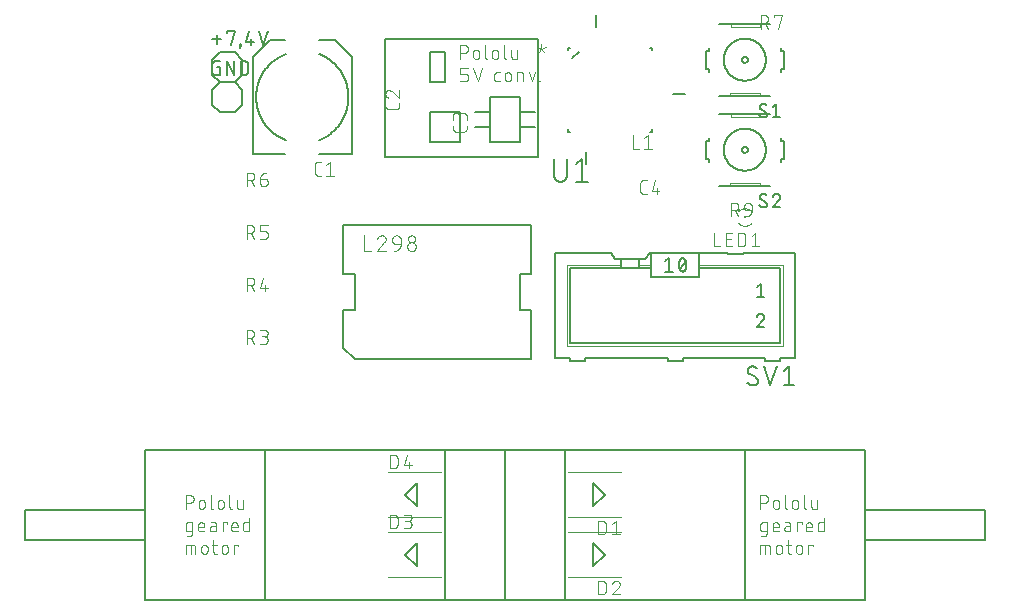
<source format=gto>
G75*
%MOIN*%
%OFA0B0*%
%FSLAX25Y25*%
%IPPOS*%
%LPD*%
%AMOC8*
5,1,8,0,0,1.08239X$1,22.5*
%
%ADD10C,0.00600*%
%ADD11C,0.00500*%
%ADD12C,0.00300*%
%ADD13C,0.00800*%
%ADD14C,0.00400*%
%ADD15C,0.00200*%
%ADD16R,0.00787X0.00787*%
%ADD17R,0.00591X0.00984*%
%ADD18C,0.00700*%
D10*
X0210800Y0183900D02*
X0210800Y0187900D01*
X0210800Y0183900D01*
X0210800Y0187900D01*
X0205500Y0194800D02*
X0204800Y0194800D01*
X0204800Y0195500D01*
X0206300Y0219200D02*
X0208400Y0221300D01*
X0205500Y0222800D02*
X0204800Y0222800D01*
X0204800Y0222100D01*
X0214100Y0229700D02*
X0214100Y0233700D01*
X0232100Y0222800D02*
X0232800Y0222800D01*
X0232800Y0222100D01*
X0239800Y0207300D02*
X0243800Y0207300D01*
X0239800Y0207300D01*
X0243800Y0207300D01*
X0239800Y0207300D01*
X0250800Y0215800D02*
X0251800Y0215800D01*
X0251800Y0214800D01*
X0250800Y0215800D02*
X0250800Y0221800D01*
X0251800Y0221800D01*
X0251800Y0222800D01*
X0255300Y0230800D02*
X0259300Y0230800D01*
X0268800Y0230800D01*
X0272300Y0230800D01*
X0275800Y0222800D02*
X0275800Y0221800D01*
X0276800Y0221800D01*
X0276800Y0215800D01*
X0275800Y0215800D01*
X0275800Y0214800D01*
X0272300Y0206800D02*
X0268800Y0206800D01*
X0258800Y0206800D01*
X0255300Y0206800D01*
X0255300Y0200800D02*
X0259300Y0200800D01*
X0268800Y0200800D01*
X0272300Y0200800D01*
X0275800Y0192800D02*
X0275800Y0191800D01*
X0276800Y0191800D01*
X0276800Y0185800D01*
X0275800Y0185800D01*
X0275800Y0184800D01*
X0272300Y0176800D02*
X0268800Y0176800D01*
X0258800Y0176800D01*
X0255300Y0176800D01*
X0251800Y0184800D02*
X0251800Y0185800D01*
X0250800Y0185800D01*
X0250800Y0191800D01*
X0251800Y0191800D01*
X0251800Y0192800D01*
X0262800Y0188800D02*
X0262802Y0188863D01*
X0262808Y0188925D01*
X0262818Y0188987D01*
X0262831Y0189049D01*
X0262849Y0189109D01*
X0262870Y0189168D01*
X0262895Y0189226D01*
X0262924Y0189282D01*
X0262956Y0189336D01*
X0262991Y0189388D01*
X0263029Y0189437D01*
X0263071Y0189485D01*
X0263115Y0189529D01*
X0263163Y0189571D01*
X0263212Y0189609D01*
X0263264Y0189644D01*
X0263318Y0189676D01*
X0263374Y0189705D01*
X0263432Y0189730D01*
X0263491Y0189751D01*
X0263551Y0189769D01*
X0263613Y0189782D01*
X0263675Y0189792D01*
X0263737Y0189798D01*
X0263800Y0189800D01*
X0263863Y0189798D01*
X0263925Y0189792D01*
X0263987Y0189782D01*
X0264049Y0189769D01*
X0264109Y0189751D01*
X0264168Y0189730D01*
X0264226Y0189705D01*
X0264282Y0189676D01*
X0264336Y0189644D01*
X0264388Y0189609D01*
X0264437Y0189571D01*
X0264485Y0189529D01*
X0264529Y0189485D01*
X0264571Y0189437D01*
X0264609Y0189388D01*
X0264644Y0189336D01*
X0264676Y0189282D01*
X0264705Y0189226D01*
X0264730Y0189168D01*
X0264751Y0189109D01*
X0264769Y0189049D01*
X0264782Y0188987D01*
X0264792Y0188925D01*
X0264798Y0188863D01*
X0264800Y0188800D01*
X0264798Y0188737D01*
X0264792Y0188675D01*
X0264782Y0188613D01*
X0264769Y0188551D01*
X0264751Y0188491D01*
X0264730Y0188432D01*
X0264705Y0188374D01*
X0264676Y0188318D01*
X0264644Y0188264D01*
X0264609Y0188212D01*
X0264571Y0188163D01*
X0264529Y0188115D01*
X0264485Y0188071D01*
X0264437Y0188029D01*
X0264388Y0187991D01*
X0264336Y0187956D01*
X0264282Y0187924D01*
X0264226Y0187895D01*
X0264168Y0187870D01*
X0264109Y0187849D01*
X0264049Y0187831D01*
X0263987Y0187818D01*
X0263925Y0187808D01*
X0263863Y0187802D01*
X0263800Y0187800D01*
X0263737Y0187802D01*
X0263675Y0187808D01*
X0263613Y0187818D01*
X0263551Y0187831D01*
X0263491Y0187849D01*
X0263432Y0187870D01*
X0263374Y0187895D01*
X0263318Y0187924D01*
X0263264Y0187956D01*
X0263212Y0187991D01*
X0263163Y0188029D01*
X0263115Y0188071D01*
X0263071Y0188115D01*
X0263029Y0188163D01*
X0262991Y0188212D01*
X0262956Y0188264D01*
X0262924Y0188318D01*
X0262895Y0188374D01*
X0262870Y0188432D01*
X0262849Y0188491D01*
X0262831Y0188551D01*
X0262818Y0188613D01*
X0262808Y0188675D01*
X0262802Y0188737D01*
X0262800Y0188800D01*
X0256800Y0188800D02*
X0256802Y0188972D01*
X0256808Y0189143D01*
X0256819Y0189315D01*
X0256834Y0189486D01*
X0256853Y0189657D01*
X0256876Y0189827D01*
X0256903Y0189997D01*
X0256935Y0190166D01*
X0256970Y0190334D01*
X0257010Y0190501D01*
X0257054Y0190667D01*
X0257101Y0190832D01*
X0257153Y0190996D01*
X0257209Y0191158D01*
X0257269Y0191319D01*
X0257333Y0191479D01*
X0257401Y0191637D01*
X0257472Y0191793D01*
X0257547Y0191947D01*
X0257627Y0192100D01*
X0257709Y0192250D01*
X0257796Y0192399D01*
X0257886Y0192545D01*
X0257980Y0192689D01*
X0258077Y0192831D01*
X0258178Y0192970D01*
X0258282Y0193107D01*
X0258389Y0193241D01*
X0258500Y0193372D01*
X0258613Y0193501D01*
X0258730Y0193627D01*
X0258850Y0193750D01*
X0258973Y0193870D01*
X0259099Y0193987D01*
X0259228Y0194100D01*
X0259359Y0194211D01*
X0259493Y0194318D01*
X0259630Y0194422D01*
X0259769Y0194523D01*
X0259911Y0194620D01*
X0260055Y0194714D01*
X0260201Y0194804D01*
X0260350Y0194891D01*
X0260500Y0194973D01*
X0260653Y0195053D01*
X0260807Y0195128D01*
X0260963Y0195199D01*
X0261121Y0195267D01*
X0261281Y0195331D01*
X0261442Y0195391D01*
X0261604Y0195447D01*
X0261768Y0195499D01*
X0261933Y0195546D01*
X0262099Y0195590D01*
X0262266Y0195630D01*
X0262434Y0195665D01*
X0262603Y0195697D01*
X0262773Y0195724D01*
X0262943Y0195747D01*
X0263114Y0195766D01*
X0263285Y0195781D01*
X0263457Y0195792D01*
X0263628Y0195798D01*
X0263800Y0195800D01*
X0263972Y0195798D01*
X0264143Y0195792D01*
X0264315Y0195781D01*
X0264486Y0195766D01*
X0264657Y0195747D01*
X0264827Y0195724D01*
X0264997Y0195697D01*
X0265166Y0195665D01*
X0265334Y0195630D01*
X0265501Y0195590D01*
X0265667Y0195546D01*
X0265832Y0195499D01*
X0265996Y0195447D01*
X0266158Y0195391D01*
X0266319Y0195331D01*
X0266479Y0195267D01*
X0266637Y0195199D01*
X0266793Y0195128D01*
X0266947Y0195053D01*
X0267100Y0194973D01*
X0267250Y0194891D01*
X0267399Y0194804D01*
X0267545Y0194714D01*
X0267689Y0194620D01*
X0267831Y0194523D01*
X0267970Y0194422D01*
X0268107Y0194318D01*
X0268241Y0194211D01*
X0268372Y0194100D01*
X0268501Y0193987D01*
X0268627Y0193870D01*
X0268750Y0193750D01*
X0268870Y0193627D01*
X0268987Y0193501D01*
X0269100Y0193372D01*
X0269211Y0193241D01*
X0269318Y0193107D01*
X0269422Y0192970D01*
X0269523Y0192831D01*
X0269620Y0192689D01*
X0269714Y0192545D01*
X0269804Y0192399D01*
X0269891Y0192250D01*
X0269973Y0192100D01*
X0270053Y0191947D01*
X0270128Y0191793D01*
X0270199Y0191637D01*
X0270267Y0191479D01*
X0270331Y0191319D01*
X0270391Y0191158D01*
X0270447Y0190996D01*
X0270499Y0190832D01*
X0270546Y0190667D01*
X0270590Y0190501D01*
X0270630Y0190334D01*
X0270665Y0190166D01*
X0270697Y0189997D01*
X0270724Y0189827D01*
X0270747Y0189657D01*
X0270766Y0189486D01*
X0270781Y0189315D01*
X0270792Y0189143D01*
X0270798Y0188972D01*
X0270800Y0188800D01*
X0270798Y0188628D01*
X0270792Y0188457D01*
X0270781Y0188285D01*
X0270766Y0188114D01*
X0270747Y0187943D01*
X0270724Y0187773D01*
X0270697Y0187603D01*
X0270665Y0187434D01*
X0270630Y0187266D01*
X0270590Y0187099D01*
X0270546Y0186933D01*
X0270499Y0186768D01*
X0270447Y0186604D01*
X0270391Y0186442D01*
X0270331Y0186281D01*
X0270267Y0186121D01*
X0270199Y0185963D01*
X0270128Y0185807D01*
X0270053Y0185653D01*
X0269973Y0185500D01*
X0269891Y0185350D01*
X0269804Y0185201D01*
X0269714Y0185055D01*
X0269620Y0184911D01*
X0269523Y0184769D01*
X0269422Y0184630D01*
X0269318Y0184493D01*
X0269211Y0184359D01*
X0269100Y0184228D01*
X0268987Y0184099D01*
X0268870Y0183973D01*
X0268750Y0183850D01*
X0268627Y0183730D01*
X0268501Y0183613D01*
X0268372Y0183500D01*
X0268241Y0183389D01*
X0268107Y0183282D01*
X0267970Y0183178D01*
X0267831Y0183077D01*
X0267689Y0182980D01*
X0267545Y0182886D01*
X0267399Y0182796D01*
X0267250Y0182709D01*
X0267100Y0182627D01*
X0266947Y0182547D01*
X0266793Y0182472D01*
X0266637Y0182401D01*
X0266479Y0182333D01*
X0266319Y0182269D01*
X0266158Y0182209D01*
X0265996Y0182153D01*
X0265832Y0182101D01*
X0265667Y0182054D01*
X0265501Y0182010D01*
X0265334Y0181970D01*
X0265166Y0181935D01*
X0264997Y0181903D01*
X0264827Y0181876D01*
X0264657Y0181853D01*
X0264486Y0181834D01*
X0264315Y0181819D01*
X0264143Y0181808D01*
X0263972Y0181802D01*
X0263800Y0181800D01*
X0263628Y0181802D01*
X0263457Y0181808D01*
X0263285Y0181819D01*
X0263114Y0181834D01*
X0262943Y0181853D01*
X0262773Y0181876D01*
X0262603Y0181903D01*
X0262434Y0181935D01*
X0262266Y0181970D01*
X0262099Y0182010D01*
X0261933Y0182054D01*
X0261768Y0182101D01*
X0261604Y0182153D01*
X0261442Y0182209D01*
X0261281Y0182269D01*
X0261121Y0182333D01*
X0260963Y0182401D01*
X0260807Y0182472D01*
X0260653Y0182547D01*
X0260500Y0182627D01*
X0260350Y0182709D01*
X0260201Y0182796D01*
X0260055Y0182886D01*
X0259911Y0182980D01*
X0259769Y0183077D01*
X0259630Y0183178D01*
X0259493Y0183282D01*
X0259359Y0183389D01*
X0259228Y0183500D01*
X0259099Y0183613D01*
X0258973Y0183730D01*
X0258850Y0183850D01*
X0258730Y0183973D01*
X0258613Y0184099D01*
X0258500Y0184228D01*
X0258389Y0184359D01*
X0258282Y0184493D01*
X0258178Y0184630D01*
X0258077Y0184769D01*
X0257980Y0184911D01*
X0257886Y0185055D01*
X0257796Y0185201D01*
X0257709Y0185350D01*
X0257627Y0185500D01*
X0257547Y0185653D01*
X0257472Y0185807D01*
X0257401Y0185963D01*
X0257333Y0186121D01*
X0257269Y0186281D01*
X0257209Y0186442D01*
X0257153Y0186604D01*
X0257101Y0186768D01*
X0257054Y0186933D01*
X0257010Y0187099D01*
X0256970Y0187266D01*
X0256935Y0187434D01*
X0256903Y0187603D01*
X0256876Y0187773D01*
X0256853Y0187943D01*
X0256834Y0188114D01*
X0256819Y0188285D01*
X0256808Y0188457D01*
X0256802Y0188628D01*
X0256800Y0188800D01*
X0232800Y0194800D02*
X0232100Y0194800D01*
X0232800Y0194800D02*
X0232800Y0195500D01*
X0262800Y0218800D02*
X0262802Y0218863D01*
X0262808Y0218925D01*
X0262818Y0218987D01*
X0262831Y0219049D01*
X0262849Y0219109D01*
X0262870Y0219168D01*
X0262895Y0219226D01*
X0262924Y0219282D01*
X0262956Y0219336D01*
X0262991Y0219388D01*
X0263029Y0219437D01*
X0263071Y0219485D01*
X0263115Y0219529D01*
X0263163Y0219571D01*
X0263212Y0219609D01*
X0263264Y0219644D01*
X0263318Y0219676D01*
X0263374Y0219705D01*
X0263432Y0219730D01*
X0263491Y0219751D01*
X0263551Y0219769D01*
X0263613Y0219782D01*
X0263675Y0219792D01*
X0263737Y0219798D01*
X0263800Y0219800D01*
X0263863Y0219798D01*
X0263925Y0219792D01*
X0263987Y0219782D01*
X0264049Y0219769D01*
X0264109Y0219751D01*
X0264168Y0219730D01*
X0264226Y0219705D01*
X0264282Y0219676D01*
X0264336Y0219644D01*
X0264388Y0219609D01*
X0264437Y0219571D01*
X0264485Y0219529D01*
X0264529Y0219485D01*
X0264571Y0219437D01*
X0264609Y0219388D01*
X0264644Y0219336D01*
X0264676Y0219282D01*
X0264705Y0219226D01*
X0264730Y0219168D01*
X0264751Y0219109D01*
X0264769Y0219049D01*
X0264782Y0218987D01*
X0264792Y0218925D01*
X0264798Y0218863D01*
X0264800Y0218800D01*
X0264798Y0218737D01*
X0264792Y0218675D01*
X0264782Y0218613D01*
X0264769Y0218551D01*
X0264751Y0218491D01*
X0264730Y0218432D01*
X0264705Y0218374D01*
X0264676Y0218318D01*
X0264644Y0218264D01*
X0264609Y0218212D01*
X0264571Y0218163D01*
X0264529Y0218115D01*
X0264485Y0218071D01*
X0264437Y0218029D01*
X0264388Y0217991D01*
X0264336Y0217956D01*
X0264282Y0217924D01*
X0264226Y0217895D01*
X0264168Y0217870D01*
X0264109Y0217849D01*
X0264049Y0217831D01*
X0263987Y0217818D01*
X0263925Y0217808D01*
X0263863Y0217802D01*
X0263800Y0217800D01*
X0263737Y0217802D01*
X0263675Y0217808D01*
X0263613Y0217818D01*
X0263551Y0217831D01*
X0263491Y0217849D01*
X0263432Y0217870D01*
X0263374Y0217895D01*
X0263318Y0217924D01*
X0263264Y0217956D01*
X0263212Y0217991D01*
X0263163Y0218029D01*
X0263115Y0218071D01*
X0263071Y0218115D01*
X0263029Y0218163D01*
X0262991Y0218212D01*
X0262956Y0218264D01*
X0262924Y0218318D01*
X0262895Y0218374D01*
X0262870Y0218432D01*
X0262849Y0218491D01*
X0262831Y0218551D01*
X0262818Y0218613D01*
X0262808Y0218675D01*
X0262802Y0218737D01*
X0262800Y0218800D01*
X0256800Y0218800D02*
X0256802Y0218972D01*
X0256808Y0219143D01*
X0256819Y0219315D01*
X0256834Y0219486D01*
X0256853Y0219657D01*
X0256876Y0219827D01*
X0256903Y0219997D01*
X0256935Y0220166D01*
X0256970Y0220334D01*
X0257010Y0220501D01*
X0257054Y0220667D01*
X0257101Y0220832D01*
X0257153Y0220996D01*
X0257209Y0221158D01*
X0257269Y0221319D01*
X0257333Y0221479D01*
X0257401Y0221637D01*
X0257472Y0221793D01*
X0257547Y0221947D01*
X0257627Y0222100D01*
X0257709Y0222250D01*
X0257796Y0222399D01*
X0257886Y0222545D01*
X0257980Y0222689D01*
X0258077Y0222831D01*
X0258178Y0222970D01*
X0258282Y0223107D01*
X0258389Y0223241D01*
X0258500Y0223372D01*
X0258613Y0223501D01*
X0258730Y0223627D01*
X0258850Y0223750D01*
X0258973Y0223870D01*
X0259099Y0223987D01*
X0259228Y0224100D01*
X0259359Y0224211D01*
X0259493Y0224318D01*
X0259630Y0224422D01*
X0259769Y0224523D01*
X0259911Y0224620D01*
X0260055Y0224714D01*
X0260201Y0224804D01*
X0260350Y0224891D01*
X0260500Y0224973D01*
X0260653Y0225053D01*
X0260807Y0225128D01*
X0260963Y0225199D01*
X0261121Y0225267D01*
X0261281Y0225331D01*
X0261442Y0225391D01*
X0261604Y0225447D01*
X0261768Y0225499D01*
X0261933Y0225546D01*
X0262099Y0225590D01*
X0262266Y0225630D01*
X0262434Y0225665D01*
X0262603Y0225697D01*
X0262773Y0225724D01*
X0262943Y0225747D01*
X0263114Y0225766D01*
X0263285Y0225781D01*
X0263457Y0225792D01*
X0263628Y0225798D01*
X0263800Y0225800D01*
X0263972Y0225798D01*
X0264143Y0225792D01*
X0264315Y0225781D01*
X0264486Y0225766D01*
X0264657Y0225747D01*
X0264827Y0225724D01*
X0264997Y0225697D01*
X0265166Y0225665D01*
X0265334Y0225630D01*
X0265501Y0225590D01*
X0265667Y0225546D01*
X0265832Y0225499D01*
X0265996Y0225447D01*
X0266158Y0225391D01*
X0266319Y0225331D01*
X0266479Y0225267D01*
X0266637Y0225199D01*
X0266793Y0225128D01*
X0266947Y0225053D01*
X0267100Y0224973D01*
X0267250Y0224891D01*
X0267399Y0224804D01*
X0267545Y0224714D01*
X0267689Y0224620D01*
X0267831Y0224523D01*
X0267970Y0224422D01*
X0268107Y0224318D01*
X0268241Y0224211D01*
X0268372Y0224100D01*
X0268501Y0223987D01*
X0268627Y0223870D01*
X0268750Y0223750D01*
X0268870Y0223627D01*
X0268987Y0223501D01*
X0269100Y0223372D01*
X0269211Y0223241D01*
X0269318Y0223107D01*
X0269422Y0222970D01*
X0269523Y0222831D01*
X0269620Y0222689D01*
X0269714Y0222545D01*
X0269804Y0222399D01*
X0269891Y0222250D01*
X0269973Y0222100D01*
X0270053Y0221947D01*
X0270128Y0221793D01*
X0270199Y0221637D01*
X0270267Y0221479D01*
X0270331Y0221319D01*
X0270391Y0221158D01*
X0270447Y0220996D01*
X0270499Y0220832D01*
X0270546Y0220667D01*
X0270590Y0220501D01*
X0270630Y0220334D01*
X0270665Y0220166D01*
X0270697Y0219997D01*
X0270724Y0219827D01*
X0270747Y0219657D01*
X0270766Y0219486D01*
X0270781Y0219315D01*
X0270792Y0219143D01*
X0270798Y0218972D01*
X0270800Y0218800D01*
X0270798Y0218628D01*
X0270792Y0218457D01*
X0270781Y0218285D01*
X0270766Y0218114D01*
X0270747Y0217943D01*
X0270724Y0217773D01*
X0270697Y0217603D01*
X0270665Y0217434D01*
X0270630Y0217266D01*
X0270590Y0217099D01*
X0270546Y0216933D01*
X0270499Y0216768D01*
X0270447Y0216604D01*
X0270391Y0216442D01*
X0270331Y0216281D01*
X0270267Y0216121D01*
X0270199Y0215963D01*
X0270128Y0215807D01*
X0270053Y0215653D01*
X0269973Y0215500D01*
X0269891Y0215350D01*
X0269804Y0215201D01*
X0269714Y0215055D01*
X0269620Y0214911D01*
X0269523Y0214769D01*
X0269422Y0214630D01*
X0269318Y0214493D01*
X0269211Y0214359D01*
X0269100Y0214228D01*
X0268987Y0214099D01*
X0268870Y0213973D01*
X0268750Y0213850D01*
X0268627Y0213730D01*
X0268501Y0213613D01*
X0268372Y0213500D01*
X0268241Y0213389D01*
X0268107Y0213282D01*
X0267970Y0213178D01*
X0267831Y0213077D01*
X0267689Y0212980D01*
X0267545Y0212886D01*
X0267399Y0212796D01*
X0267250Y0212709D01*
X0267100Y0212627D01*
X0266947Y0212547D01*
X0266793Y0212472D01*
X0266637Y0212401D01*
X0266479Y0212333D01*
X0266319Y0212269D01*
X0266158Y0212209D01*
X0265996Y0212153D01*
X0265832Y0212101D01*
X0265667Y0212054D01*
X0265501Y0212010D01*
X0265334Y0211970D01*
X0265166Y0211935D01*
X0264997Y0211903D01*
X0264827Y0211876D01*
X0264657Y0211853D01*
X0264486Y0211834D01*
X0264315Y0211819D01*
X0264143Y0211808D01*
X0263972Y0211802D01*
X0263800Y0211800D01*
X0263628Y0211802D01*
X0263457Y0211808D01*
X0263285Y0211819D01*
X0263114Y0211834D01*
X0262943Y0211853D01*
X0262773Y0211876D01*
X0262603Y0211903D01*
X0262434Y0211935D01*
X0262266Y0211970D01*
X0262099Y0212010D01*
X0261933Y0212054D01*
X0261768Y0212101D01*
X0261604Y0212153D01*
X0261442Y0212209D01*
X0261281Y0212269D01*
X0261121Y0212333D01*
X0260963Y0212401D01*
X0260807Y0212472D01*
X0260653Y0212547D01*
X0260500Y0212627D01*
X0260350Y0212709D01*
X0260201Y0212796D01*
X0260055Y0212886D01*
X0259911Y0212980D01*
X0259769Y0213077D01*
X0259630Y0213178D01*
X0259493Y0213282D01*
X0259359Y0213389D01*
X0259228Y0213500D01*
X0259099Y0213613D01*
X0258973Y0213730D01*
X0258850Y0213850D01*
X0258730Y0213973D01*
X0258613Y0214099D01*
X0258500Y0214228D01*
X0258389Y0214359D01*
X0258282Y0214493D01*
X0258178Y0214630D01*
X0258077Y0214769D01*
X0257980Y0214911D01*
X0257886Y0215055D01*
X0257796Y0215201D01*
X0257709Y0215350D01*
X0257627Y0215500D01*
X0257547Y0215653D01*
X0257472Y0215807D01*
X0257401Y0215963D01*
X0257333Y0216121D01*
X0257269Y0216281D01*
X0257209Y0216442D01*
X0257153Y0216604D01*
X0257101Y0216768D01*
X0257054Y0216933D01*
X0257010Y0217099D01*
X0256970Y0217266D01*
X0256935Y0217434D01*
X0256903Y0217603D01*
X0256876Y0217773D01*
X0256853Y0217943D01*
X0256834Y0218114D01*
X0256819Y0218285D01*
X0256808Y0218457D01*
X0256802Y0218628D01*
X0256800Y0218800D01*
X0096300Y0218800D02*
X0096300Y0213800D01*
X0093800Y0211300D01*
X0088800Y0211300D01*
X0086300Y0213800D01*
X0086300Y0218800D01*
X0088800Y0221300D01*
X0093800Y0221300D01*
X0096300Y0218800D01*
X0093800Y0211300D02*
X0088800Y0211300D01*
X0086300Y0208800D01*
X0086300Y0203800D01*
X0088800Y0201300D01*
X0093800Y0201300D01*
X0096300Y0203800D01*
X0096300Y0208800D01*
X0093800Y0211300D01*
D11*
X0103800Y0038800D02*
X0063800Y0038800D01*
X0063800Y0058800D01*
X0063800Y0068800D01*
X0023800Y0068800D01*
X0023800Y0058800D01*
X0063800Y0058800D01*
X0063800Y0068800D02*
X0063800Y0088800D01*
X0103800Y0088800D01*
X0103800Y0038800D01*
X0163800Y0038800D01*
X0183800Y0038800D01*
X0183800Y0088800D01*
X0163800Y0088800D01*
X0103800Y0088800D01*
X0163800Y0088800D02*
X0163800Y0038800D01*
X0183800Y0038800D02*
X0203800Y0038800D01*
X0263800Y0038800D01*
X0263800Y0088800D01*
X0203800Y0088800D01*
X0183800Y0088800D01*
X0183800Y0038800D01*
X0203800Y0038800D02*
X0203800Y0088800D01*
X0205591Y0118410D02*
X0210591Y0118410D01*
X0210591Y0119410D01*
X0238091Y0119410D01*
X0238091Y0118410D01*
X0243091Y0118410D01*
X0243091Y0119410D01*
X0270591Y0119410D01*
X0270591Y0118410D01*
X0275591Y0118410D01*
X0275591Y0119410D01*
X0280591Y0119410D01*
X0280591Y0154410D01*
X0263091Y0154410D01*
X0263091Y0153910D01*
X0258091Y0153910D01*
X0258091Y0154410D01*
X0248591Y0154410D01*
X0248591Y0150410D01*
X0248591Y0149410D01*
X0275591Y0149410D01*
X0275591Y0124410D01*
X0205591Y0124410D01*
X0205591Y0149410D01*
X0222591Y0149410D01*
X0228591Y0149410D01*
X0232591Y0149410D01*
X0232591Y0150410D01*
X0232591Y0154410D01*
X0248591Y0154410D01*
X0248591Y0149410D02*
X0248591Y0146410D01*
X0232591Y0146410D01*
X0232591Y0149410D01*
X0230591Y0152410D02*
X0228591Y0152410D01*
X0222591Y0152410D01*
X0222591Y0150410D01*
X0222591Y0149410D01*
X0222591Y0152410D02*
X0220591Y0152410D01*
X0219091Y0154410D01*
X0200591Y0154410D01*
X0200591Y0119410D01*
X0205591Y0119410D01*
X0205591Y0118410D01*
X0237341Y0148160D02*
X0239841Y0148160D01*
X0238591Y0148160D02*
X0238591Y0152660D01*
X0237341Y0151660D01*
X0244341Y0150410D02*
X0244339Y0150290D01*
X0244333Y0150170D01*
X0244323Y0150050D01*
X0244310Y0149931D01*
X0244292Y0149812D01*
X0244271Y0149694D01*
X0244246Y0149576D01*
X0244217Y0149460D01*
X0244184Y0149344D01*
X0244148Y0149230D01*
X0244108Y0149116D01*
X0244064Y0149004D01*
X0244017Y0148894D01*
X0243966Y0148785D01*
X0243945Y0148729D01*
X0243919Y0148674D01*
X0243891Y0148620D01*
X0243859Y0148569D01*
X0243824Y0148520D01*
X0243785Y0148474D01*
X0243744Y0148430D01*
X0243700Y0148388D01*
X0243653Y0148350D01*
X0243604Y0148315D01*
X0243552Y0148283D01*
X0243499Y0148255D01*
X0243444Y0148230D01*
X0243388Y0148209D01*
X0243330Y0148191D01*
X0243271Y0148178D01*
X0243211Y0148168D01*
X0243151Y0148162D01*
X0243091Y0148160D01*
X0243031Y0148162D01*
X0242971Y0148168D01*
X0242911Y0148178D01*
X0242852Y0148191D01*
X0242794Y0148209D01*
X0242738Y0148230D01*
X0242683Y0148255D01*
X0242630Y0148283D01*
X0242578Y0148315D01*
X0242529Y0148350D01*
X0242482Y0148388D01*
X0242438Y0148430D01*
X0242397Y0148474D01*
X0242358Y0148520D01*
X0242323Y0148569D01*
X0242291Y0148620D01*
X0242263Y0148674D01*
X0242237Y0148729D01*
X0242216Y0148785D01*
X0242091Y0149160D02*
X0244091Y0151660D01*
X0243966Y0152035D02*
X0243945Y0152091D01*
X0243919Y0152146D01*
X0243891Y0152200D01*
X0243859Y0152251D01*
X0243824Y0152300D01*
X0243785Y0152346D01*
X0243744Y0152390D01*
X0243700Y0152432D01*
X0243653Y0152470D01*
X0243604Y0152505D01*
X0243552Y0152537D01*
X0243499Y0152565D01*
X0243444Y0152590D01*
X0243388Y0152611D01*
X0243330Y0152629D01*
X0243271Y0152642D01*
X0243211Y0152652D01*
X0243151Y0152658D01*
X0243091Y0152660D01*
X0243031Y0152658D01*
X0242971Y0152652D01*
X0242911Y0152642D01*
X0242852Y0152629D01*
X0242794Y0152611D01*
X0242738Y0152590D01*
X0242683Y0152565D01*
X0242630Y0152537D01*
X0242578Y0152505D01*
X0242529Y0152470D01*
X0242482Y0152432D01*
X0242438Y0152390D01*
X0242397Y0152346D01*
X0242358Y0152300D01*
X0242323Y0152251D01*
X0242291Y0152200D01*
X0242263Y0152146D01*
X0242237Y0152091D01*
X0242216Y0152035D01*
X0243966Y0152035D02*
X0244017Y0151926D01*
X0244064Y0151816D01*
X0244108Y0151704D01*
X0244148Y0151590D01*
X0244184Y0151476D01*
X0244217Y0151360D01*
X0244246Y0151244D01*
X0244271Y0151126D01*
X0244292Y0151008D01*
X0244310Y0150889D01*
X0244323Y0150770D01*
X0244333Y0150650D01*
X0244339Y0150530D01*
X0244341Y0150410D01*
X0241842Y0150410D02*
X0241844Y0150290D01*
X0241850Y0150170D01*
X0241860Y0150050D01*
X0241873Y0149931D01*
X0241891Y0149812D01*
X0241912Y0149694D01*
X0241937Y0149576D01*
X0241966Y0149460D01*
X0241999Y0149344D01*
X0242035Y0149230D01*
X0242075Y0149116D01*
X0242119Y0149004D01*
X0242166Y0148894D01*
X0242217Y0148785D01*
X0241842Y0150410D02*
X0241844Y0150530D01*
X0241850Y0150650D01*
X0241860Y0150770D01*
X0241873Y0150889D01*
X0241891Y0151008D01*
X0241912Y0151126D01*
X0241937Y0151244D01*
X0241966Y0151360D01*
X0241999Y0151476D01*
X0242035Y0151590D01*
X0242075Y0151704D01*
X0242119Y0151816D01*
X0242166Y0151926D01*
X0242217Y0152035D01*
X0232591Y0154410D02*
X0232091Y0154410D01*
X0230591Y0152410D01*
X0228591Y0152410D02*
X0228591Y0150410D01*
X0228591Y0149410D01*
X0267841Y0143160D02*
X0269091Y0144160D01*
X0269091Y0139660D01*
X0267841Y0139660D02*
X0270341Y0139660D01*
X0269216Y0134160D02*
X0269281Y0134158D01*
X0269347Y0134152D01*
X0269411Y0134143D01*
X0269475Y0134130D01*
X0269539Y0134113D01*
X0269601Y0134092D01*
X0269662Y0134068D01*
X0269721Y0134040D01*
X0269779Y0134009D01*
X0269834Y0133975D01*
X0269888Y0133937D01*
X0269939Y0133897D01*
X0269988Y0133853D01*
X0270034Y0133807D01*
X0270078Y0133758D01*
X0270118Y0133707D01*
X0270156Y0133653D01*
X0270190Y0133598D01*
X0270221Y0133540D01*
X0270249Y0133481D01*
X0270273Y0133420D01*
X0270294Y0133358D01*
X0270311Y0133294D01*
X0270324Y0133230D01*
X0270333Y0133166D01*
X0270339Y0133100D01*
X0270341Y0133035D01*
X0269966Y0132160D02*
X0267841Y0129660D01*
X0270341Y0129660D01*
X0267841Y0133160D02*
X0267865Y0133229D01*
X0267893Y0133296D01*
X0267924Y0133362D01*
X0267958Y0133426D01*
X0267995Y0133488D01*
X0268036Y0133549D01*
X0268079Y0133607D01*
X0268125Y0133663D01*
X0268175Y0133717D01*
X0268226Y0133768D01*
X0268280Y0133816D01*
X0268337Y0133862D01*
X0268396Y0133905D01*
X0268457Y0133944D01*
X0268519Y0133981D01*
X0268584Y0134014D01*
X0268650Y0134045D01*
X0268718Y0134071D01*
X0268786Y0134095D01*
X0268856Y0134115D01*
X0268927Y0134131D01*
X0268999Y0134144D01*
X0269071Y0134153D01*
X0269143Y0134158D01*
X0269216Y0134160D01*
X0270341Y0133035D02*
X0270339Y0132970D01*
X0270334Y0132905D01*
X0270325Y0132840D01*
X0270313Y0132776D01*
X0270297Y0132713D01*
X0270278Y0132651D01*
X0270256Y0132589D01*
X0270230Y0132529D01*
X0270201Y0132471D01*
X0270169Y0132414D01*
X0270134Y0132359D01*
X0270096Y0132306D01*
X0270056Y0132255D01*
X0270012Y0132206D01*
X0269966Y0132160D01*
X0273050Y0169550D02*
X0275550Y0169550D01*
X0273050Y0169550D02*
X0275175Y0172050D01*
X0274425Y0174050D02*
X0274352Y0174048D01*
X0274280Y0174043D01*
X0274208Y0174034D01*
X0274136Y0174021D01*
X0274065Y0174005D01*
X0273995Y0173985D01*
X0273927Y0173961D01*
X0273859Y0173935D01*
X0273793Y0173904D01*
X0273728Y0173871D01*
X0273666Y0173834D01*
X0273605Y0173795D01*
X0273546Y0173752D01*
X0273489Y0173706D01*
X0273435Y0173658D01*
X0273384Y0173607D01*
X0273334Y0173553D01*
X0273288Y0173497D01*
X0273245Y0173439D01*
X0273204Y0173378D01*
X0273167Y0173316D01*
X0273133Y0173252D01*
X0273102Y0173186D01*
X0273074Y0173119D01*
X0273050Y0173050D01*
X0275175Y0172050D02*
X0275221Y0172096D01*
X0275265Y0172145D01*
X0275305Y0172196D01*
X0275343Y0172249D01*
X0275378Y0172304D01*
X0275410Y0172361D01*
X0275439Y0172419D01*
X0275465Y0172479D01*
X0275487Y0172541D01*
X0275506Y0172603D01*
X0275522Y0172666D01*
X0275534Y0172730D01*
X0275543Y0172795D01*
X0275548Y0172860D01*
X0275550Y0172925D01*
X0275548Y0172990D01*
X0275542Y0173056D01*
X0275533Y0173120D01*
X0275520Y0173184D01*
X0275503Y0173248D01*
X0275482Y0173310D01*
X0275458Y0173371D01*
X0275430Y0173430D01*
X0275399Y0173488D01*
X0275365Y0173543D01*
X0275327Y0173597D01*
X0275287Y0173648D01*
X0275243Y0173697D01*
X0275197Y0173743D01*
X0275148Y0173787D01*
X0275097Y0173827D01*
X0275043Y0173865D01*
X0274988Y0173899D01*
X0274930Y0173930D01*
X0274871Y0173958D01*
X0274810Y0173982D01*
X0274748Y0174003D01*
X0274684Y0174020D01*
X0274620Y0174033D01*
X0274556Y0174042D01*
X0274490Y0174048D01*
X0274425Y0174050D01*
X0270700Y0171425D02*
X0269325Y0172175D01*
X0269825Y0174050D02*
X0269905Y0174048D01*
X0269986Y0174043D01*
X0270066Y0174034D01*
X0270145Y0174022D01*
X0270224Y0174007D01*
X0270302Y0173988D01*
X0270380Y0173966D01*
X0270456Y0173941D01*
X0270531Y0173912D01*
X0270605Y0173880D01*
X0270677Y0173845D01*
X0270748Y0173807D01*
X0270817Y0173766D01*
X0270885Y0173722D01*
X0270950Y0173675D01*
X0269325Y0172175D02*
X0269273Y0172208D01*
X0269222Y0172244D01*
X0269174Y0172283D01*
X0269129Y0172325D01*
X0269086Y0172370D01*
X0269046Y0172418D01*
X0269009Y0172467D01*
X0268975Y0172519D01*
X0268944Y0172573D01*
X0268916Y0172629D01*
X0268892Y0172686D01*
X0268872Y0172745D01*
X0268855Y0172804D01*
X0268842Y0172865D01*
X0268833Y0172926D01*
X0268827Y0172988D01*
X0268825Y0173050D01*
X0268827Y0173110D01*
X0268832Y0173171D01*
X0268841Y0173230D01*
X0268854Y0173289D01*
X0268870Y0173348D01*
X0268890Y0173405D01*
X0268913Y0173460D01*
X0268940Y0173515D01*
X0268969Y0173567D01*
X0269002Y0173618D01*
X0269038Y0173667D01*
X0269076Y0173713D01*
X0269118Y0173757D01*
X0269162Y0173799D01*
X0269208Y0173837D01*
X0269257Y0173873D01*
X0269308Y0173906D01*
X0269360Y0173935D01*
X0269415Y0173962D01*
X0269470Y0173985D01*
X0269527Y0174005D01*
X0269586Y0174021D01*
X0269645Y0174034D01*
X0269704Y0174043D01*
X0269765Y0174048D01*
X0269825Y0174050D01*
X0268700Y0170175D02*
X0268763Y0170114D01*
X0268828Y0170056D01*
X0268896Y0170000D01*
X0268967Y0169947D01*
X0269039Y0169898D01*
X0269113Y0169851D01*
X0269189Y0169807D01*
X0269267Y0169767D01*
X0269347Y0169730D01*
X0269428Y0169696D01*
X0269510Y0169666D01*
X0269594Y0169639D01*
X0269679Y0169615D01*
X0269764Y0169595D01*
X0269850Y0169579D01*
X0269937Y0169566D01*
X0270025Y0169557D01*
X0270112Y0169552D01*
X0270200Y0169550D01*
X0270260Y0169552D01*
X0270321Y0169557D01*
X0270380Y0169566D01*
X0270439Y0169579D01*
X0270498Y0169595D01*
X0270555Y0169615D01*
X0270610Y0169638D01*
X0270665Y0169665D01*
X0270717Y0169694D01*
X0270768Y0169727D01*
X0270817Y0169763D01*
X0270863Y0169801D01*
X0270907Y0169843D01*
X0270949Y0169887D01*
X0270987Y0169933D01*
X0271023Y0169982D01*
X0271056Y0170033D01*
X0271085Y0170085D01*
X0271112Y0170140D01*
X0271135Y0170195D01*
X0271155Y0170252D01*
X0271171Y0170311D01*
X0271184Y0170370D01*
X0271193Y0170429D01*
X0271198Y0170490D01*
X0271200Y0170550D01*
X0271198Y0170612D01*
X0271192Y0170674D01*
X0271183Y0170735D01*
X0271170Y0170796D01*
X0271153Y0170855D01*
X0271133Y0170914D01*
X0271109Y0170971D01*
X0271081Y0171027D01*
X0271050Y0171081D01*
X0271016Y0171133D01*
X0270979Y0171182D01*
X0270939Y0171230D01*
X0270896Y0171275D01*
X0270851Y0171317D01*
X0270803Y0171356D01*
X0270752Y0171392D01*
X0270700Y0171425D01*
X0273050Y0199550D02*
X0275550Y0199550D01*
X0274300Y0199550D02*
X0274300Y0204050D01*
X0273050Y0203050D01*
X0270700Y0201425D02*
X0269325Y0202175D01*
X0269825Y0204050D02*
X0269905Y0204048D01*
X0269986Y0204043D01*
X0270066Y0204034D01*
X0270145Y0204022D01*
X0270224Y0204007D01*
X0270302Y0203988D01*
X0270380Y0203966D01*
X0270456Y0203941D01*
X0270531Y0203912D01*
X0270605Y0203880D01*
X0270677Y0203845D01*
X0270748Y0203807D01*
X0270817Y0203766D01*
X0270885Y0203722D01*
X0270950Y0203675D01*
X0269325Y0202175D02*
X0269273Y0202208D01*
X0269222Y0202244D01*
X0269174Y0202283D01*
X0269129Y0202325D01*
X0269086Y0202370D01*
X0269046Y0202418D01*
X0269009Y0202467D01*
X0268975Y0202519D01*
X0268944Y0202573D01*
X0268916Y0202629D01*
X0268892Y0202686D01*
X0268872Y0202745D01*
X0268855Y0202804D01*
X0268842Y0202865D01*
X0268833Y0202926D01*
X0268827Y0202988D01*
X0268825Y0203050D01*
X0268827Y0203110D01*
X0268832Y0203171D01*
X0268841Y0203230D01*
X0268854Y0203289D01*
X0268870Y0203348D01*
X0268890Y0203405D01*
X0268913Y0203460D01*
X0268940Y0203515D01*
X0268969Y0203567D01*
X0269002Y0203618D01*
X0269038Y0203667D01*
X0269076Y0203713D01*
X0269118Y0203757D01*
X0269162Y0203799D01*
X0269208Y0203837D01*
X0269257Y0203873D01*
X0269308Y0203906D01*
X0269360Y0203935D01*
X0269415Y0203962D01*
X0269470Y0203985D01*
X0269527Y0204005D01*
X0269586Y0204021D01*
X0269645Y0204034D01*
X0269704Y0204043D01*
X0269765Y0204048D01*
X0269825Y0204050D01*
X0268700Y0200174D02*
X0268763Y0200113D01*
X0268828Y0200055D01*
X0268896Y0199999D01*
X0268967Y0199946D01*
X0269039Y0199897D01*
X0269113Y0199850D01*
X0269189Y0199806D01*
X0269267Y0199766D01*
X0269347Y0199729D01*
X0269428Y0199695D01*
X0269510Y0199665D01*
X0269594Y0199638D01*
X0269679Y0199614D01*
X0269764Y0199594D01*
X0269850Y0199578D01*
X0269937Y0199565D01*
X0270025Y0199556D01*
X0270112Y0199551D01*
X0270200Y0199549D01*
X0270200Y0199550D02*
X0270260Y0199552D01*
X0270321Y0199557D01*
X0270380Y0199566D01*
X0270439Y0199579D01*
X0270498Y0199595D01*
X0270555Y0199615D01*
X0270610Y0199638D01*
X0270665Y0199665D01*
X0270717Y0199694D01*
X0270768Y0199727D01*
X0270817Y0199763D01*
X0270863Y0199801D01*
X0270907Y0199843D01*
X0270949Y0199887D01*
X0270987Y0199933D01*
X0271023Y0199982D01*
X0271056Y0200033D01*
X0271085Y0200085D01*
X0271112Y0200140D01*
X0271135Y0200195D01*
X0271155Y0200252D01*
X0271171Y0200311D01*
X0271184Y0200370D01*
X0271193Y0200429D01*
X0271198Y0200490D01*
X0271200Y0200550D01*
X0271198Y0200612D01*
X0271192Y0200674D01*
X0271183Y0200735D01*
X0271170Y0200796D01*
X0271153Y0200855D01*
X0271133Y0200914D01*
X0271109Y0200971D01*
X0271081Y0201027D01*
X0271050Y0201081D01*
X0271016Y0201133D01*
X0270979Y0201182D01*
X0270939Y0201230D01*
X0270896Y0201275D01*
X0270851Y0201317D01*
X0270803Y0201356D01*
X0270752Y0201392D01*
X0270700Y0201425D01*
X0193800Y0201300D02*
X0188800Y0201300D01*
X0188800Y0206300D01*
X0178800Y0206300D01*
X0178800Y0201300D01*
X0173800Y0201300D01*
X0178800Y0201300D02*
X0178800Y0196300D01*
X0173800Y0196300D01*
X0178800Y0196300D02*
X0178800Y0191300D01*
X0188800Y0191300D01*
X0188800Y0196300D01*
X0193800Y0196300D01*
X0188800Y0196300D02*
X0188800Y0201300D01*
X0194981Y0186300D02*
X0194981Y0225670D01*
X0143800Y0225670D01*
X0143800Y0186300D01*
X0194981Y0186300D01*
X0168800Y0191300D02*
X0168800Y0201300D01*
X0158800Y0201300D01*
X0158800Y0191300D01*
X0168800Y0191300D01*
X0163800Y0211300D02*
X0158800Y0211300D01*
X0158800Y0221300D01*
X0163800Y0221300D01*
X0163800Y0211300D01*
X0104850Y0228250D02*
X0103350Y0223750D01*
X0101850Y0228250D01*
X0098600Y0228250D02*
X0097600Y0224750D01*
X0100100Y0224750D01*
X0099350Y0225750D02*
X0099350Y0223750D01*
X0095806Y0223750D02*
X0095431Y0222750D01*
X0095556Y0223750D02*
X0095556Y0224000D01*
X0095806Y0224000D01*
X0095806Y0223750D01*
X0095556Y0223750D01*
X0092550Y0223750D02*
X0093800Y0228250D01*
X0091300Y0228250D01*
X0091300Y0227750D01*
X0089250Y0225500D02*
X0086250Y0225500D01*
X0087750Y0224000D02*
X0087750Y0227000D01*
X0087250Y0218250D02*
X0088750Y0218250D01*
X0087250Y0218250D02*
X0087190Y0218248D01*
X0087129Y0218243D01*
X0087070Y0218234D01*
X0087011Y0218221D01*
X0086952Y0218205D01*
X0086895Y0218185D01*
X0086840Y0218162D01*
X0086785Y0218135D01*
X0086733Y0218106D01*
X0086682Y0218073D01*
X0086633Y0218037D01*
X0086587Y0217999D01*
X0086543Y0217957D01*
X0086501Y0217913D01*
X0086463Y0217867D01*
X0086427Y0217818D01*
X0086394Y0217767D01*
X0086365Y0217715D01*
X0086338Y0217660D01*
X0086315Y0217605D01*
X0086295Y0217548D01*
X0086279Y0217489D01*
X0086266Y0217430D01*
X0086257Y0217371D01*
X0086252Y0217310D01*
X0086250Y0217250D01*
X0086250Y0214750D01*
X0086252Y0214690D01*
X0086257Y0214629D01*
X0086266Y0214570D01*
X0086279Y0214511D01*
X0086295Y0214452D01*
X0086315Y0214395D01*
X0086338Y0214340D01*
X0086365Y0214285D01*
X0086394Y0214233D01*
X0086427Y0214182D01*
X0086463Y0214133D01*
X0086501Y0214087D01*
X0086543Y0214043D01*
X0086587Y0214001D01*
X0086633Y0213963D01*
X0086682Y0213927D01*
X0086733Y0213894D01*
X0086785Y0213865D01*
X0086840Y0213838D01*
X0086895Y0213815D01*
X0086952Y0213795D01*
X0087011Y0213779D01*
X0087070Y0213766D01*
X0087129Y0213757D01*
X0087190Y0213752D01*
X0087250Y0213750D01*
X0088750Y0213750D01*
X0088750Y0216250D01*
X0088000Y0216250D01*
X0091050Y0218250D02*
X0091050Y0213750D01*
X0093550Y0213750D02*
X0091050Y0218250D01*
X0093550Y0218250D02*
X0093550Y0213750D01*
X0095850Y0213750D02*
X0097100Y0213750D01*
X0097168Y0213752D01*
X0097235Y0213757D01*
X0097302Y0213766D01*
X0097369Y0213779D01*
X0097434Y0213796D01*
X0097499Y0213815D01*
X0097563Y0213839D01*
X0097625Y0213866D01*
X0097686Y0213896D01*
X0097744Y0213929D01*
X0097801Y0213965D01*
X0097856Y0214005D01*
X0097909Y0214047D01*
X0097960Y0214093D01*
X0098007Y0214140D01*
X0098053Y0214191D01*
X0098095Y0214244D01*
X0098135Y0214299D01*
X0098171Y0214356D01*
X0098204Y0214414D01*
X0098234Y0214475D01*
X0098261Y0214537D01*
X0098285Y0214601D01*
X0098304Y0214666D01*
X0098321Y0214731D01*
X0098334Y0214798D01*
X0098343Y0214865D01*
X0098348Y0214932D01*
X0098350Y0215000D01*
X0098350Y0217000D01*
X0098348Y0217068D01*
X0098343Y0217135D01*
X0098334Y0217202D01*
X0098321Y0217269D01*
X0098304Y0217334D01*
X0098285Y0217399D01*
X0098261Y0217463D01*
X0098234Y0217525D01*
X0098204Y0217586D01*
X0098171Y0217644D01*
X0098135Y0217701D01*
X0098095Y0217756D01*
X0098053Y0217809D01*
X0098007Y0217860D01*
X0097960Y0217907D01*
X0097909Y0217953D01*
X0097856Y0217995D01*
X0097801Y0218035D01*
X0097744Y0218071D01*
X0097686Y0218104D01*
X0097625Y0218134D01*
X0097563Y0218161D01*
X0097499Y0218185D01*
X0097434Y0218204D01*
X0097369Y0218221D01*
X0097302Y0218234D01*
X0097235Y0218243D01*
X0097168Y0218248D01*
X0097100Y0218250D01*
X0095850Y0218250D01*
X0095850Y0213750D01*
X0263800Y0088800D02*
X0303800Y0088800D01*
X0303800Y0068800D01*
X0303800Y0058800D01*
X0343800Y0058800D01*
X0343800Y0068800D01*
X0303800Y0068800D01*
X0303800Y0058800D02*
X0303800Y0038800D01*
X0263800Y0038800D01*
D12*
X0196900Y0221203D02*
X0195986Y0222378D01*
X0194550Y0222900D01*
X0195986Y0222378D02*
X0195986Y0223944D01*
X0195986Y0222378D02*
X0197422Y0222900D01*
X0195986Y0222378D02*
X0195072Y0221203D01*
D13*
X0200300Y0185500D02*
X0200300Y0180156D01*
X0200302Y0180066D01*
X0200308Y0179977D01*
X0200318Y0179888D01*
X0200331Y0179799D01*
X0200349Y0179711D01*
X0200370Y0179624D01*
X0200395Y0179538D01*
X0200424Y0179453D01*
X0200457Y0179369D01*
X0200493Y0179287D01*
X0200532Y0179207D01*
X0200575Y0179128D01*
X0200622Y0179051D01*
X0200672Y0178977D01*
X0200725Y0178904D01*
X0200781Y0178834D01*
X0200840Y0178767D01*
X0200902Y0178702D01*
X0200967Y0178640D01*
X0201034Y0178581D01*
X0201104Y0178525D01*
X0201177Y0178472D01*
X0201251Y0178422D01*
X0201328Y0178375D01*
X0201407Y0178332D01*
X0201487Y0178293D01*
X0201569Y0178257D01*
X0201653Y0178224D01*
X0201738Y0178195D01*
X0201824Y0178170D01*
X0201911Y0178149D01*
X0201999Y0178131D01*
X0202088Y0178118D01*
X0202177Y0178108D01*
X0202266Y0178102D01*
X0202356Y0178100D01*
X0202446Y0178102D01*
X0202535Y0178108D01*
X0202624Y0178118D01*
X0202713Y0178131D01*
X0202801Y0178149D01*
X0202888Y0178170D01*
X0202974Y0178195D01*
X0203059Y0178224D01*
X0203143Y0178257D01*
X0203225Y0178293D01*
X0203305Y0178332D01*
X0203384Y0178375D01*
X0203461Y0178422D01*
X0203535Y0178472D01*
X0203608Y0178525D01*
X0203678Y0178581D01*
X0203745Y0178640D01*
X0203810Y0178702D01*
X0203872Y0178767D01*
X0203931Y0178834D01*
X0203987Y0178904D01*
X0204040Y0178977D01*
X0204090Y0179051D01*
X0204137Y0179128D01*
X0204180Y0179207D01*
X0204219Y0179287D01*
X0204255Y0179369D01*
X0204288Y0179453D01*
X0204317Y0179538D01*
X0204342Y0179624D01*
X0204363Y0179711D01*
X0204381Y0179799D01*
X0204394Y0179888D01*
X0204404Y0179977D01*
X0204410Y0180066D01*
X0204412Y0180156D01*
X0204411Y0180156D02*
X0204411Y0185500D01*
X0207556Y0183856D02*
X0209611Y0185500D01*
X0209611Y0178100D01*
X0207556Y0178100D02*
X0211667Y0178100D01*
X0192639Y0163741D02*
X0192639Y0147206D01*
X0188859Y0147206D01*
X0188859Y0135394D01*
X0192639Y0135394D01*
X0192639Y0118859D01*
X0133886Y0118859D01*
X0133891Y0118859D02*
X0129954Y0122796D01*
X0129950Y0122800D02*
X0129961Y0135394D01*
X0133741Y0135394D01*
X0133741Y0147206D01*
X0129961Y0147206D01*
X0129961Y0163741D01*
X0192639Y0163741D01*
X0132835Y0187206D02*
X0122009Y0187206D01*
X0132835Y0187206D02*
X0132835Y0219686D01*
X0127127Y0225394D01*
X0122009Y0225394D01*
X0110591Y0225394D02*
X0105473Y0225394D01*
X0099765Y0219686D01*
X0099765Y0187206D01*
X0110591Y0187206D01*
X0121812Y0191930D02*
X0122160Y0192068D01*
X0122504Y0192215D01*
X0122845Y0192370D01*
X0123182Y0192533D01*
X0123515Y0192705D01*
X0123844Y0192885D01*
X0124168Y0193072D01*
X0124488Y0193267D01*
X0124802Y0193471D01*
X0125112Y0193681D01*
X0125416Y0193899D01*
X0125715Y0194125D01*
X0126009Y0194358D01*
X0126297Y0194597D01*
X0126578Y0194844D01*
X0126854Y0195098D01*
X0127123Y0195358D01*
X0127387Y0195624D01*
X0127643Y0195897D01*
X0127893Y0196176D01*
X0128136Y0196461D01*
X0128372Y0196752D01*
X0128600Y0197049D01*
X0128822Y0197351D01*
X0129036Y0197658D01*
X0129242Y0197971D01*
X0129441Y0198288D01*
X0129632Y0198610D01*
X0129815Y0198937D01*
X0129991Y0199268D01*
X0130158Y0199603D01*
X0130316Y0199942D01*
X0130467Y0200285D01*
X0130609Y0200632D01*
X0130743Y0200981D01*
X0130868Y0201334D01*
X0130984Y0201690D01*
X0131092Y0202049D01*
X0131191Y0202410D01*
X0131282Y0202774D01*
X0131363Y0203139D01*
X0131435Y0203507D01*
X0131499Y0203876D01*
X0131553Y0204246D01*
X0131599Y0204618D01*
X0131635Y0204991D01*
X0131663Y0205364D01*
X0131681Y0205738D01*
X0131690Y0206113D01*
X0131690Y0206487D01*
X0131681Y0206862D01*
X0131663Y0207236D01*
X0131635Y0207609D01*
X0131599Y0207982D01*
X0131553Y0208354D01*
X0131499Y0208724D01*
X0131435Y0209093D01*
X0131363Y0209461D01*
X0131282Y0209826D01*
X0131191Y0210190D01*
X0131092Y0210551D01*
X0130984Y0210910D01*
X0130868Y0211266D01*
X0130743Y0211619D01*
X0130609Y0211968D01*
X0130467Y0212315D01*
X0130316Y0212658D01*
X0130158Y0212997D01*
X0129991Y0213332D01*
X0129815Y0213663D01*
X0129632Y0213990D01*
X0129441Y0214312D01*
X0129242Y0214629D01*
X0129036Y0214942D01*
X0128822Y0215249D01*
X0128600Y0215551D01*
X0128372Y0215848D01*
X0128136Y0216139D01*
X0127893Y0216424D01*
X0127643Y0216703D01*
X0127387Y0216976D01*
X0127123Y0217242D01*
X0126854Y0217502D01*
X0126578Y0217756D01*
X0126297Y0218003D01*
X0126009Y0218242D01*
X0125715Y0218475D01*
X0125416Y0218701D01*
X0125112Y0218919D01*
X0124802Y0219129D01*
X0124488Y0219333D01*
X0124168Y0219528D01*
X0123844Y0219715D01*
X0123515Y0219895D01*
X0123182Y0220067D01*
X0122845Y0220230D01*
X0122504Y0220385D01*
X0122160Y0220532D01*
X0121812Y0220670D01*
X0110788Y0220670D02*
X0110440Y0220532D01*
X0110096Y0220385D01*
X0109755Y0220230D01*
X0109418Y0220067D01*
X0109085Y0219895D01*
X0108756Y0219715D01*
X0108432Y0219528D01*
X0108112Y0219333D01*
X0107798Y0219129D01*
X0107488Y0218919D01*
X0107184Y0218701D01*
X0106885Y0218475D01*
X0106591Y0218242D01*
X0106303Y0218003D01*
X0106022Y0217756D01*
X0105746Y0217502D01*
X0105477Y0217242D01*
X0105213Y0216976D01*
X0104957Y0216703D01*
X0104707Y0216424D01*
X0104464Y0216139D01*
X0104228Y0215848D01*
X0104000Y0215551D01*
X0103778Y0215249D01*
X0103564Y0214942D01*
X0103358Y0214629D01*
X0103159Y0214312D01*
X0102968Y0213990D01*
X0102785Y0213663D01*
X0102609Y0213332D01*
X0102442Y0212997D01*
X0102284Y0212658D01*
X0102133Y0212315D01*
X0101991Y0211968D01*
X0101857Y0211619D01*
X0101732Y0211266D01*
X0101616Y0210910D01*
X0101508Y0210551D01*
X0101409Y0210190D01*
X0101318Y0209826D01*
X0101237Y0209461D01*
X0101165Y0209093D01*
X0101101Y0208724D01*
X0101047Y0208354D01*
X0101001Y0207982D01*
X0100965Y0207609D01*
X0100937Y0207236D01*
X0100919Y0206862D01*
X0100910Y0206487D01*
X0100910Y0206113D01*
X0100919Y0205738D01*
X0100937Y0205364D01*
X0100965Y0204991D01*
X0101001Y0204618D01*
X0101047Y0204246D01*
X0101101Y0203876D01*
X0101165Y0203507D01*
X0101237Y0203139D01*
X0101318Y0202774D01*
X0101409Y0202410D01*
X0101508Y0202049D01*
X0101616Y0201690D01*
X0101732Y0201334D01*
X0101857Y0200981D01*
X0101991Y0200632D01*
X0102133Y0200285D01*
X0102284Y0199942D01*
X0102442Y0199603D01*
X0102609Y0199268D01*
X0102785Y0198937D01*
X0102968Y0198610D01*
X0103159Y0198288D01*
X0103358Y0197971D01*
X0103564Y0197658D01*
X0103778Y0197351D01*
X0104000Y0197049D01*
X0104228Y0196752D01*
X0104464Y0196461D01*
X0104707Y0196176D01*
X0104957Y0195897D01*
X0105213Y0195624D01*
X0105477Y0195358D01*
X0105746Y0195098D01*
X0106022Y0194844D01*
X0106303Y0194597D01*
X0106591Y0194358D01*
X0106885Y0194125D01*
X0107184Y0193899D01*
X0107488Y0193681D01*
X0107798Y0193471D01*
X0108112Y0193267D01*
X0108432Y0193072D01*
X0108756Y0192885D01*
X0109085Y0192705D01*
X0109418Y0192533D01*
X0109755Y0192370D01*
X0110096Y0192215D01*
X0110440Y0192068D01*
X0110788Y0191930D01*
X0154560Y0077737D02*
X0154560Y0069863D01*
X0150532Y0073800D01*
X0154560Y0077737D01*
X0154560Y0057737D02*
X0154560Y0049863D01*
X0150532Y0053800D01*
X0154560Y0057737D01*
X0213040Y0057737D02*
X0213040Y0049863D01*
X0217068Y0053800D01*
X0213040Y0057737D01*
X0213040Y0069863D02*
X0213040Y0077737D01*
X0217068Y0073800D01*
X0213040Y0069863D01*
D14*
X0214894Y0065100D02*
X0216172Y0065100D01*
X0214894Y0065100D02*
X0214894Y0060500D01*
X0216172Y0060500D01*
X0216241Y0060502D01*
X0216310Y0060507D01*
X0216379Y0060517D01*
X0216447Y0060530D01*
X0216514Y0060547D01*
X0216580Y0060567D01*
X0216645Y0060591D01*
X0216709Y0060618D01*
X0216771Y0060649D01*
X0216831Y0060683D01*
X0216889Y0060720D01*
X0216945Y0060761D01*
X0216999Y0060804D01*
X0217051Y0060850D01*
X0217100Y0060899D01*
X0217146Y0060951D01*
X0217189Y0061005D01*
X0217230Y0061061D01*
X0217267Y0061119D01*
X0217301Y0061179D01*
X0217332Y0061241D01*
X0217359Y0061305D01*
X0217383Y0061370D01*
X0217403Y0061436D01*
X0217420Y0061503D01*
X0217433Y0061571D01*
X0217443Y0061640D01*
X0217448Y0061709D01*
X0217450Y0061778D01*
X0217450Y0063822D01*
X0217448Y0063891D01*
X0217443Y0063960D01*
X0217433Y0064029D01*
X0217420Y0064097D01*
X0217403Y0064164D01*
X0217383Y0064230D01*
X0217359Y0064295D01*
X0217332Y0064359D01*
X0217301Y0064421D01*
X0217267Y0064481D01*
X0217230Y0064539D01*
X0217189Y0064595D01*
X0217146Y0064649D01*
X0217100Y0064701D01*
X0217051Y0064750D01*
X0216999Y0064796D01*
X0216945Y0064839D01*
X0216889Y0064880D01*
X0216831Y0064917D01*
X0216771Y0064951D01*
X0216709Y0064982D01*
X0216645Y0065009D01*
X0216580Y0065033D01*
X0216514Y0065053D01*
X0216447Y0065070D01*
X0216379Y0065083D01*
X0216310Y0065093D01*
X0216241Y0065098D01*
X0216172Y0065100D01*
X0219544Y0064078D02*
X0220822Y0065100D01*
X0220822Y0060500D01*
X0219544Y0060500D02*
X0222100Y0060500D01*
X0222700Y0061300D02*
X0204900Y0061300D01*
X0204900Y0066300D02*
X0222700Y0066300D01*
X0222700Y0081300D02*
X0204900Y0081300D01*
X0204900Y0046300D02*
X0222700Y0046300D01*
X0220950Y0045100D02*
X0221017Y0045098D01*
X0221084Y0045092D01*
X0221150Y0045083D01*
X0221215Y0045069D01*
X0221280Y0045052D01*
X0221343Y0045031D01*
X0221405Y0045006D01*
X0221466Y0044978D01*
X0221525Y0044946D01*
X0221582Y0044911D01*
X0221637Y0044872D01*
X0221689Y0044831D01*
X0221739Y0044786D01*
X0221786Y0044739D01*
X0221831Y0044689D01*
X0221872Y0044637D01*
X0221911Y0044582D01*
X0221946Y0044525D01*
X0221978Y0044466D01*
X0222006Y0044405D01*
X0222031Y0044343D01*
X0222052Y0044280D01*
X0222069Y0044215D01*
X0222083Y0044150D01*
X0222092Y0044084D01*
X0222098Y0044017D01*
X0222100Y0043950D01*
X0221717Y0043056D02*
X0219544Y0040500D01*
X0222100Y0040500D01*
X0219545Y0044078D02*
X0219570Y0044148D01*
X0219598Y0044217D01*
X0219629Y0044284D01*
X0219664Y0044350D01*
X0219702Y0044413D01*
X0219744Y0044475D01*
X0219788Y0044535D01*
X0219835Y0044592D01*
X0219885Y0044647D01*
X0219938Y0044699D01*
X0219994Y0044749D01*
X0220052Y0044795D01*
X0220112Y0044839D01*
X0220174Y0044880D01*
X0220238Y0044917D01*
X0220304Y0044951D01*
X0220372Y0044982D01*
X0220441Y0045009D01*
X0220511Y0045033D01*
X0220582Y0045054D01*
X0220655Y0045070D01*
X0220728Y0045083D01*
X0220802Y0045093D01*
X0220876Y0045098D01*
X0220950Y0045100D01*
X0222100Y0043950D02*
X0222098Y0043883D01*
X0222093Y0043817D01*
X0222084Y0043751D01*
X0222071Y0043685D01*
X0222055Y0043621D01*
X0222036Y0043557D01*
X0222013Y0043494D01*
X0221987Y0043433D01*
X0221957Y0043373D01*
X0221924Y0043315D01*
X0221889Y0043259D01*
X0221850Y0043205D01*
X0221808Y0043153D01*
X0221764Y0043103D01*
X0221717Y0043056D01*
X0217450Y0043822D02*
X0217450Y0041778D01*
X0217448Y0041709D01*
X0217443Y0041640D01*
X0217433Y0041571D01*
X0217420Y0041503D01*
X0217403Y0041436D01*
X0217383Y0041370D01*
X0217359Y0041305D01*
X0217332Y0041241D01*
X0217301Y0041179D01*
X0217267Y0041119D01*
X0217230Y0041061D01*
X0217189Y0041005D01*
X0217146Y0040951D01*
X0217100Y0040899D01*
X0217051Y0040850D01*
X0216999Y0040804D01*
X0216945Y0040761D01*
X0216889Y0040720D01*
X0216831Y0040683D01*
X0216771Y0040649D01*
X0216709Y0040618D01*
X0216645Y0040591D01*
X0216580Y0040567D01*
X0216514Y0040547D01*
X0216447Y0040530D01*
X0216379Y0040517D01*
X0216310Y0040507D01*
X0216241Y0040502D01*
X0216172Y0040500D01*
X0214894Y0040500D01*
X0214894Y0045100D01*
X0216172Y0045100D01*
X0216241Y0045098D01*
X0216310Y0045093D01*
X0216379Y0045083D01*
X0216447Y0045070D01*
X0216514Y0045053D01*
X0216580Y0045033D01*
X0216645Y0045009D01*
X0216709Y0044982D01*
X0216771Y0044951D01*
X0216831Y0044917D01*
X0216889Y0044880D01*
X0216945Y0044839D01*
X0216999Y0044796D01*
X0217051Y0044750D01*
X0217100Y0044701D01*
X0217146Y0044649D01*
X0217189Y0044595D01*
X0217230Y0044539D01*
X0217267Y0044481D01*
X0217301Y0044421D01*
X0217332Y0044359D01*
X0217359Y0044295D01*
X0217383Y0044230D01*
X0217403Y0044164D01*
X0217420Y0044097D01*
X0217433Y0044029D01*
X0217443Y0043960D01*
X0217448Y0043891D01*
X0217450Y0043822D01*
X0269000Y0054000D02*
X0269000Y0057067D01*
X0271300Y0057067D01*
X0270533Y0057067D02*
X0270533Y0054000D01*
X0272067Y0054000D02*
X0272067Y0056300D01*
X0272065Y0056355D01*
X0272059Y0056409D01*
X0272049Y0056463D01*
X0272036Y0056516D01*
X0272019Y0056568D01*
X0271998Y0056619D01*
X0271973Y0056668D01*
X0271945Y0056715D01*
X0271914Y0056760D01*
X0271880Y0056802D01*
X0271842Y0056842D01*
X0271802Y0056880D01*
X0271760Y0056914D01*
X0271715Y0056945D01*
X0271668Y0056973D01*
X0271619Y0056998D01*
X0271568Y0057019D01*
X0271516Y0057036D01*
X0271463Y0057049D01*
X0271409Y0057059D01*
X0271355Y0057065D01*
X0271300Y0057067D01*
X0274161Y0056044D02*
X0274161Y0055022D01*
X0274163Y0054959D01*
X0274169Y0054896D01*
X0274178Y0054834D01*
X0274192Y0054773D01*
X0274209Y0054712D01*
X0274230Y0054653D01*
X0274255Y0054595D01*
X0274283Y0054538D01*
X0274314Y0054484D01*
X0274349Y0054432D01*
X0274387Y0054381D01*
X0274428Y0054333D01*
X0274472Y0054288D01*
X0274518Y0054246D01*
X0274567Y0054206D01*
X0274618Y0054170D01*
X0274672Y0054137D01*
X0274727Y0054107D01*
X0274785Y0054081D01*
X0274843Y0054058D01*
X0274903Y0054039D01*
X0274964Y0054024D01*
X0275026Y0054012D01*
X0275089Y0054004D01*
X0275152Y0054000D01*
X0275214Y0054000D01*
X0275277Y0054004D01*
X0275340Y0054012D01*
X0275402Y0054024D01*
X0275463Y0054039D01*
X0275523Y0054058D01*
X0275581Y0054081D01*
X0275639Y0054107D01*
X0275694Y0054137D01*
X0275748Y0054170D01*
X0275799Y0054206D01*
X0275848Y0054246D01*
X0275894Y0054288D01*
X0275938Y0054333D01*
X0275979Y0054381D01*
X0276017Y0054432D01*
X0276052Y0054484D01*
X0276083Y0054538D01*
X0276111Y0054595D01*
X0276136Y0054653D01*
X0276157Y0054712D01*
X0276174Y0054773D01*
X0276188Y0054834D01*
X0276197Y0054896D01*
X0276203Y0054959D01*
X0276205Y0055022D01*
X0276206Y0055022D02*
X0276206Y0056044D01*
X0276205Y0056044D02*
X0276203Y0056107D01*
X0276197Y0056170D01*
X0276188Y0056232D01*
X0276174Y0056293D01*
X0276157Y0056354D01*
X0276136Y0056413D01*
X0276111Y0056471D01*
X0276083Y0056528D01*
X0276052Y0056582D01*
X0276017Y0056634D01*
X0275979Y0056685D01*
X0275938Y0056733D01*
X0275894Y0056778D01*
X0275848Y0056820D01*
X0275799Y0056860D01*
X0275748Y0056896D01*
X0275694Y0056929D01*
X0275639Y0056959D01*
X0275581Y0056985D01*
X0275523Y0057008D01*
X0275463Y0057027D01*
X0275402Y0057042D01*
X0275340Y0057054D01*
X0275277Y0057062D01*
X0275214Y0057066D01*
X0275152Y0057066D01*
X0275089Y0057062D01*
X0275026Y0057054D01*
X0274964Y0057042D01*
X0274903Y0057027D01*
X0274843Y0057008D01*
X0274785Y0056985D01*
X0274727Y0056959D01*
X0274672Y0056929D01*
X0274618Y0056896D01*
X0274567Y0056860D01*
X0274518Y0056820D01*
X0274472Y0056778D01*
X0274428Y0056733D01*
X0274387Y0056685D01*
X0274349Y0056634D01*
X0274314Y0056582D01*
X0274283Y0056528D01*
X0274255Y0056471D01*
X0274230Y0056413D01*
X0274209Y0056354D01*
X0274192Y0056293D01*
X0274178Y0056232D01*
X0274169Y0056170D01*
X0274163Y0056107D01*
X0274161Y0056044D01*
X0277680Y0057067D02*
X0279214Y0057067D01*
X0278191Y0058600D02*
X0278191Y0054767D01*
X0278193Y0054712D01*
X0278199Y0054658D01*
X0278209Y0054604D01*
X0278222Y0054551D01*
X0278239Y0054499D01*
X0278260Y0054448D01*
X0278285Y0054399D01*
X0278313Y0054352D01*
X0278344Y0054307D01*
X0278378Y0054265D01*
X0278416Y0054225D01*
X0278456Y0054187D01*
X0278498Y0054153D01*
X0278543Y0054122D01*
X0278590Y0054094D01*
X0278639Y0054069D01*
X0278690Y0054048D01*
X0278742Y0054031D01*
X0278795Y0054018D01*
X0278849Y0054008D01*
X0278903Y0054002D01*
X0278958Y0054000D01*
X0279214Y0054000D01*
X0280911Y0055022D02*
X0280911Y0056044D01*
X0280913Y0056107D01*
X0280919Y0056170D01*
X0280928Y0056232D01*
X0280942Y0056293D01*
X0280959Y0056354D01*
X0280980Y0056413D01*
X0281005Y0056471D01*
X0281033Y0056528D01*
X0281064Y0056582D01*
X0281099Y0056634D01*
X0281137Y0056685D01*
X0281178Y0056733D01*
X0281222Y0056778D01*
X0281268Y0056820D01*
X0281317Y0056860D01*
X0281368Y0056896D01*
X0281422Y0056929D01*
X0281477Y0056959D01*
X0281535Y0056985D01*
X0281593Y0057008D01*
X0281653Y0057027D01*
X0281714Y0057042D01*
X0281776Y0057054D01*
X0281839Y0057062D01*
X0281902Y0057066D01*
X0281964Y0057066D01*
X0282027Y0057062D01*
X0282090Y0057054D01*
X0282152Y0057042D01*
X0282213Y0057027D01*
X0282273Y0057008D01*
X0282331Y0056985D01*
X0282389Y0056959D01*
X0282444Y0056929D01*
X0282498Y0056896D01*
X0282549Y0056860D01*
X0282598Y0056820D01*
X0282644Y0056778D01*
X0282688Y0056733D01*
X0282729Y0056685D01*
X0282767Y0056634D01*
X0282802Y0056582D01*
X0282833Y0056528D01*
X0282861Y0056471D01*
X0282886Y0056413D01*
X0282907Y0056354D01*
X0282924Y0056293D01*
X0282938Y0056232D01*
X0282947Y0056170D01*
X0282953Y0056107D01*
X0282955Y0056044D01*
X0282956Y0056044D02*
X0282956Y0055022D01*
X0282955Y0055022D02*
X0282953Y0054959D01*
X0282947Y0054896D01*
X0282938Y0054834D01*
X0282924Y0054773D01*
X0282907Y0054712D01*
X0282886Y0054653D01*
X0282861Y0054595D01*
X0282833Y0054538D01*
X0282802Y0054484D01*
X0282767Y0054432D01*
X0282729Y0054381D01*
X0282688Y0054333D01*
X0282644Y0054288D01*
X0282598Y0054246D01*
X0282549Y0054206D01*
X0282498Y0054170D01*
X0282444Y0054137D01*
X0282389Y0054107D01*
X0282331Y0054081D01*
X0282273Y0054058D01*
X0282213Y0054039D01*
X0282152Y0054024D01*
X0282090Y0054012D01*
X0282027Y0054004D01*
X0281964Y0054000D01*
X0281902Y0054000D01*
X0281839Y0054004D01*
X0281776Y0054012D01*
X0281714Y0054024D01*
X0281653Y0054039D01*
X0281593Y0054058D01*
X0281535Y0054081D01*
X0281477Y0054107D01*
X0281422Y0054137D01*
X0281368Y0054170D01*
X0281317Y0054206D01*
X0281268Y0054246D01*
X0281222Y0054288D01*
X0281178Y0054333D01*
X0281137Y0054381D01*
X0281099Y0054432D01*
X0281064Y0054484D01*
X0281033Y0054538D01*
X0281005Y0054595D01*
X0280980Y0054653D01*
X0280959Y0054712D01*
X0280942Y0054773D01*
X0280928Y0054834D01*
X0280919Y0054896D01*
X0280913Y0054959D01*
X0280911Y0055022D01*
X0284987Y0054000D02*
X0284987Y0057067D01*
X0286521Y0057067D01*
X0286521Y0056556D01*
X0286218Y0061500D02*
X0284940Y0061500D01*
X0284885Y0061502D01*
X0284831Y0061508D01*
X0284777Y0061518D01*
X0284724Y0061531D01*
X0284672Y0061548D01*
X0284621Y0061569D01*
X0284572Y0061594D01*
X0284525Y0061622D01*
X0284480Y0061653D01*
X0284438Y0061687D01*
X0284398Y0061725D01*
X0284360Y0061765D01*
X0284326Y0061807D01*
X0284295Y0061852D01*
X0284267Y0061899D01*
X0284242Y0061948D01*
X0284221Y0061999D01*
X0284204Y0062051D01*
X0284191Y0062104D01*
X0284181Y0062158D01*
X0284175Y0062212D01*
X0284173Y0062267D01*
X0284173Y0063544D01*
X0284173Y0063033D02*
X0286218Y0063033D01*
X0286218Y0063544D01*
X0286217Y0063544D02*
X0286215Y0063607D01*
X0286209Y0063670D01*
X0286200Y0063732D01*
X0286186Y0063793D01*
X0286169Y0063854D01*
X0286148Y0063913D01*
X0286123Y0063971D01*
X0286095Y0064028D01*
X0286064Y0064082D01*
X0286029Y0064134D01*
X0285991Y0064185D01*
X0285950Y0064233D01*
X0285906Y0064278D01*
X0285860Y0064320D01*
X0285811Y0064360D01*
X0285760Y0064396D01*
X0285706Y0064429D01*
X0285651Y0064459D01*
X0285593Y0064485D01*
X0285535Y0064508D01*
X0285475Y0064527D01*
X0285414Y0064542D01*
X0285352Y0064554D01*
X0285289Y0064562D01*
X0285226Y0064566D01*
X0285164Y0064566D01*
X0285101Y0064562D01*
X0285038Y0064554D01*
X0284976Y0064542D01*
X0284915Y0064527D01*
X0284855Y0064508D01*
X0284797Y0064485D01*
X0284739Y0064459D01*
X0284684Y0064429D01*
X0284630Y0064396D01*
X0284579Y0064360D01*
X0284530Y0064320D01*
X0284484Y0064278D01*
X0284440Y0064233D01*
X0284399Y0064185D01*
X0284361Y0064134D01*
X0284326Y0064082D01*
X0284295Y0064028D01*
X0284267Y0063971D01*
X0284242Y0063913D01*
X0284221Y0063854D01*
X0284204Y0063793D01*
X0284190Y0063732D01*
X0284181Y0063670D01*
X0284175Y0063607D01*
X0284173Y0063544D01*
X0282733Y0064056D02*
X0282733Y0064567D01*
X0281199Y0064567D01*
X0281199Y0061500D01*
X0278994Y0061500D02*
X0278994Y0063800D01*
X0278994Y0063289D02*
X0277844Y0063289D01*
X0278995Y0063800D02*
X0278993Y0063855D01*
X0278987Y0063909D01*
X0278977Y0063963D01*
X0278964Y0064016D01*
X0278947Y0064068D01*
X0278926Y0064119D01*
X0278901Y0064168D01*
X0278873Y0064215D01*
X0278842Y0064260D01*
X0278808Y0064302D01*
X0278770Y0064342D01*
X0278730Y0064380D01*
X0278688Y0064414D01*
X0278643Y0064445D01*
X0278596Y0064473D01*
X0278547Y0064498D01*
X0278496Y0064519D01*
X0278444Y0064536D01*
X0278391Y0064549D01*
X0278337Y0064559D01*
X0278283Y0064565D01*
X0278228Y0064567D01*
X0277206Y0064567D01*
X0277844Y0063288D02*
X0277786Y0063286D01*
X0277727Y0063280D01*
X0277670Y0063271D01*
X0277613Y0063258D01*
X0277557Y0063241D01*
X0277502Y0063220D01*
X0277449Y0063196D01*
X0277397Y0063168D01*
X0277347Y0063137D01*
X0277300Y0063103D01*
X0277255Y0063066D01*
X0277212Y0063026D01*
X0277172Y0062983D01*
X0277135Y0062938D01*
X0277101Y0062891D01*
X0277070Y0062841D01*
X0277042Y0062789D01*
X0277018Y0062736D01*
X0276997Y0062681D01*
X0276980Y0062625D01*
X0276967Y0062568D01*
X0276958Y0062511D01*
X0276952Y0062452D01*
X0276950Y0062394D01*
X0276952Y0062336D01*
X0276958Y0062277D01*
X0276967Y0062220D01*
X0276980Y0062163D01*
X0276997Y0062107D01*
X0277018Y0062052D01*
X0277042Y0061999D01*
X0277070Y0061947D01*
X0277101Y0061897D01*
X0277135Y0061850D01*
X0277172Y0061805D01*
X0277212Y0061762D01*
X0277255Y0061722D01*
X0277300Y0061685D01*
X0277347Y0061651D01*
X0277397Y0061620D01*
X0277449Y0061592D01*
X0277502Y0061568D01*
X0277557Y0061547D01*
X0277613Y0061530D01*
X0277670Y0061517D01*
X0277727Y0061508D01*
X0277786Y0061502D01*
X0277844Y0061500D01*
X0278994Y0061500D01*
X0275118Y0061500D02*
X0273840Y0061500D01*
X0273785Y0061502D01*
X0273731Y0061508D01*
X0273677Y0061518D01*
X0273624Y0061531D01*
X0273572Y0061548D01*
X0273521Y0061569D01*
X0273472Y0061594D01*
X0273425Y0061622D01*
X0273380Y0061653D01*
X0273338Y0061687D01*
X0273298Y0061725D01*
X0273260Y0061765D01*
X0273226Y0061807D01*
X0273195Y0061852D01*
X0273167Y0061899D01*
X0273142Y0061948D01*
X0273121Y0061999D01*
X0273104Y0062051D01*
X0273091Y0062104D01*
X0273081Y0062158D01*
X0273075Y0062212D01*
X0273073Y0062267D01*
X0273073Y0063544D01*
X0273073Y0063033D02*
X0275118Y0063033D01*
X0275118Y0063544D01*
X0275117Y0063544D02*
X0275115Y0063607D01*
X0275109Y0063670D01*
X0275100Y0063732D01*
X0275086Y0063793D01*
X0275069Y0063854D01*
X0275048Y0063913D01*
X0275023Y0063971D01*
X0274995Y0064028D01*
X0274964Y0064082D01*
X0274929Y0064134D01*
X0274891Y0064185D01*
X0274850Y0064233D01*
X0274806Y0064278D01*
X0274760Y0064320D01*
X0274711Y0064360D01*
X0274660Y0064396D01*
X0274606Y0064429D01*
X0274551Y0064459D01*
X0274493Y0064485D01*
X0274435Y0064508D01*
X0274375Y0064527D01*
X0274314Y0064542D01*
X0274252Y0064554D01*
X0274189Y0064562D01*
X0274126Y0064566D01*
X0274064Y0064566D01*
X0274001Y0064562D01*
X0273938Y0064554D01*
X0273876Y0064542D01*
X0273815Y0064527D01*
X0273755Y0064508D01*
X0273697Y0064485D01*
X0273639Y0064459D01*
X0273584Y0064429D01*
X0273530Y0064396D01*
X0273479Y0064360D01*
X0273430Y0064320D01*
X0273384Y0064278D01*
X0273340Y0064233D01*
X0273299Y0064185D01*
X0273261Y0064134D01*
X0273226Y0064082D01*
X0273195Y0064028D01*
X0273167Y0063971D01*
X0273142Y0063913D01*
X0273121Y0063854D01*
X0273104Y0063793D01*
X0273090Y0063732D01*
X0273081Y0063670D01*
X0273075Y0063607D01*
X0273073Y0063544D01*
X0271044Y0064567D02*
X0271044Y0060733D01*
X0271045Y0060733D02*
X0271043Y0060678D01*
X0271037Y0060624D01*
X0271027Y0060570D01*
X0271014Y0060517D01*
X0270997Y0060465D01*
X0270976Y0060414D01*
X0270951Y0060365D01*
X0270923Y0060318D01*
X0270892Y0060273D01*
X0270858Y0060231D01*
X0270820Y0060191D01*
X0270780Y0060153D01*
X0270738Y0060119D01*
X0270693Y0060088D01*
X0270646Y0060060D01*
X0270597Y0060035D01*
X0270546Y0060014D01*
X0270494Y0059997D01*
X0270441Y0059984D01*
X0270387Y0059974D01*
X0270333Y0059968D01*
X0270278Y0059966D01*
X0270278Y0059967D02*
X0269256Y0059967D01*
X0269767Y0061500D02*
X0271044Y0061500D01*
X0269767Y0061500D02*
X0269712Y0061502D01*
X0269658Y0061508D01*
X0269604Y0061518D01*
X0269551Y0061531D01*
X0269499Y0061548D01*
X0269448Y0061569D01*
X0269399Y0061594D01*
X0269352Y0061622D01*
X0269307Y0061653D01*
X0269265Y0061687D01*
X0269225Y0061725D01*
X0269187Y0061765D01*
X0269153Y0061807D01*
X0269122Y0061852D01*
X0269094Y0061899D01*
X0269069Y0061948D01*
X0269048Y0061999D01*
X0269031Y0062051D01*
X0269018Y0062104D01*
X0269008Y0062158D01*
X0269002Y0062212D01*
X0269000Y0062267D01*
X0269000Y0063800D01*
X0269002Y0063855D01*
X0269008Y0063909D01*
X0269018Y0063963D01*
X0269031Y0064016D01*
X0269048Y0064068D01*
X0269069Y0064119D01*
X0269094Y0064168D01*
X0269122Y0064215D01*
X0269153Y0064260D01*
X0269187Y0064302D01*
X0269225Y0064342D01*
X0269265Y0064380D01*
X0269307Y0064414D01*
X0269352Y0064445D01*
X0269399Y0064473D01*
X0269448Y0064498D01*
X0269499Y0064519D01*
X0269551Y0064536D01*
X0269604Y0064549D01*
X0269658Y0064559D01*
X0269712Y0064565D01*
X0269767Y0064567D01*
X0271044Y0064567D01*
X0269000Y0069000D02*
X0269000Y0073600D01*
X0270278Y0073600D01*
X0270348Y0073598D01*
X0270419Y0073592D01*
X0270488Y0073583D01*
X0270557Y0073569D01*
X0270626Y0073552D01*
X0270693Y0073531D01*
X0270759Y0073506D01*
X0270823Y0073478D01*
X0270886Y0073446D01*
X0270947Y0073411D01*
X0271006Y0073372D01*
X0271063Y0073331D01*
X0271117Y0073286D01*
X0271169Y0073238D01*
X0271218Y0073188D01*
X0271265Y0073134D01*
X0271308Y0073079D01*
X0271348Y0073021D01*
X0271385Y0072961D01*
X0271418Y0072899D01*
X0271448Y0072835D01*
X0271475Y0072770D01*
X0271498Y0072704D01*
X0271517Y0072636D01*
X0271532Y0072567D01*
X0271544Y0072498D01*
X0271552Y0072428D01*
X0271556Y0072357D01*
X0271556Y0072287D01*
X0271552Y0072216D01*
X0271544Y0072146D01*
X0271532Y0072077D01*
X0271517Y0072008D01*
X0271498Y0071940D01*
X0271475Y0071874D01*
X0271448Y0071809D01*
X0271418Y0071745D01*
X0271385Y0071683D01*
X0271348Y0071623D01*
X0271308Y0071565D01*
X0271265Y0071510D01*
X0271218Y0071456D01*
X0271169Y0071406D01*
X0271117Y0071358D01*
X0271063Y0071313D01*
X0271006Y0071272D01*
X0270947Y0071233D01*
X0270886Y0071198D01*
X0270823Y0071166D01*
X0270759Y0071138D01*
X0270693Y0071113D01*
X0270626Y0071092D01*
X0270557Y0071075D01*
X0270488Y0071061D01*
X0270419Y0071052D01*
X0270348Y0071046D01*
X0270278Y0071044D01*
X0269000Y0071044D01*
X0273239Y0071044D02*
X0273239Y0070022D01*
X0273241Y0069959D01*
X0273247Y0069896D01*
X0273256Y0069834D01*
X0273270Y0069773D01*
X0273287Y0069712D01*
X0273308Y0069653D01*
X0273333Y0069595D01*
X0273361Y0069538D01*
X0273392Y0069484D01*
X0273427Y0069432D01*
X0273465Y0069381D01*
X0273506Y0069333D01*
X0273550Y0069288D01*
X0273596Y0069246D01*
X0273645Y0069206D01*
X0273696Y0069170D01*
X0273750Y0069137D01*
X0273805Y0069107D01*
X0273863Y0069081D01*
X0273921Y0069058D01*
X0273981Y0069039D01*
X0274042Y0069024D01*
X0274104Y0069012D01*
X0274167Y0069004D01*
X0274230Y0069000D01*
X0274292Y0069000D01*
X0274355Y0069004D01*
X0274418Y0069012D01*
X0274480Y0069024D01*
X0274541Y0069039D01*
X0274601Y0069058D01*
X0274659Y0069081D01*
X0274717Y0069107D01*
X0274772Y0069137D01*
X0274826Y0069170D01*
X0274877Y0069206D01*
X0274926Y0069246D01*
X0274972Y0069288D01*
X0275016Y0069333D01*
X0275057Y0069381D01*
X0275095Y0069432D01*
X0275130Y0069484D01*
X0275161Y0069538D01*
X0275189Y0069595D01*
X0275214Y0069653D01*
X0275235Y0069712D01*
X0275252Y0069773D01*
X0275266Y0069834D01*
X0275275Y0069896D01*
X0275281Y0069959D01*
X0275283Y0070022D01*
X0275283Y0071044D01*
X0275281Y0071107D01*
X0275275Y0071170D01*
X0275266Y0071232D01*
X0275252Y0071293D01*
X0275235Y0071354D01*
X0275214Y0071413D01*
X0275189Y0071471D01*
X0275161Y0071528D01*
X0275130Y0071582D01*
X0275095Y0071634D01*
X0275057Y0071685D01*
X0275016Y0071733D01*
X0274972Y0071778D01*
X0274926Y0071820D01*
X0274877Y0071860D01*
X0274826Y0071896D01*
X0274772Y0071929D01*
X0274717Y0071959D01*
X0274659Y0071985D01*
X0274601Y0072008D01*
X0274541Y0072027D01*
X0274480Y0072042D01*
X0274418Y0072054D01*
X0274355Y0072062D01*
X0274292Y0072066D01*
X0274230Y0072066D01*
X0274167Y0072062D01*
X0274104Y0072054D01*
X0274042Y0072042D01*
X0273981Y0072027D01*
X0273921Y0072008D01*
X0273863Y0071985D01*
X0273805Y0071959D01*
X0273750Y0071929D01*
X0273696Y0071896D01*
X0273645Y0071860D01*
X0273596Y0071820D01*
X0273550Y0071778D01*
X0273506Y0071733D01*
X0273465Y0071685D01*
X0273427Y0071634D01*
X0273392Y0071582D01*
X0273361Y0071528D01*
X0273333Y0071471D01*
X0273308Y0071413D01*
X0273287Y0071354D01*
X0273270Y0071293D01*
X0273256Y0071232D01*
X0273247Y0071170D01*
X0273241Y0071107D01*
X0273239Y0071044D01*
X0277198Y0069767D02*
X0277198Y0073600D01*
X0279539Y0071044D02*
X0279539Y0070022D01*
X0279541Y0069959D01*
X0279547Y0069896D01*
X0279556Y0069834D01*
X0279570Y0069773D01*
X0279587Y0069712D01*
X0279608Y0069653D01*
X0279633Y0069595D01*
X0279661Y0069538D01*
X0279692Y0069484D01*
X0279727Y0069432D01*
X0279765Y0069381D01*
X0279806Y0069333D01*
X0279850Y0069288D01*
X0279896Y0069246D01*
X0279945Y0069206D01*
X0279996Y0069170D01*
X0280050Y0069137D01*
X0280105Y0069107D01*
X0280163Y0069081D01*
X0280221Y0069058D01*
X0280281Y0069039D01*
X0280342Y0069024D01*
X0280404Y0069012D01*
X0280467Y0069004D01*
X0280530Y0069000D01*
X0280592Y0069000D01*
X0280655Y0069004D01*
X0280718Y0069012D01*
X0280780Y0069024D01*
X0280841Y0069039D01*
X0280901Y0069058D01*
X0280959Y0069081D01*
X0281017Y0069107D01*
X0281072Y0069137D01*
X0281126Y0069170D01*
X0281177Y0069206D01*
X0281226Y0069246D01*
X0281272Y0069288D01*
X0281316Y0069333D01*
X0281357Y0069381D01*
X0281395Y0069432D01*
X0281430Y0069484D01*
X0281461Y0069538D01*
X0281489Y0069595D01*
X0281514Y0069653D01*
X0281535Y0069712D01*
X0281552Y0069773D01*
X0281566Y0069834D01*
X0281575Y0069896D01*
X0281581Y0069959D01*
X0281583Y0070022D01*
X0281583Y0071044D01*
X0281581Y0071107D01*
X0281575Y0071170D01*
X0281566Y0071232D01*
X0281552Y0071293D01*
X0281535Y0071354D01*
X0281514Y0071413D01*
X0281489Y0071471D01*
X0281461Y0071528D01*
X0281430Y0071582D01*
X0281395Y0071634D01*
X0281357Y0071685D01*
X0281316Y0071733D01*
X0281272Y0071778D01*
X0281226Y0071820D01*
X0281177Y0071860D01*
X0281126Y0071896D01*
X0281072Y0071929D01*
X0281017Y0071959D01*
X0280959Y0071985D01*
X0280901Y0072008D01*
X0280841Y0072027D01*
X0280780Y0072042D01*
X0280718Y0072054D01*
X0280655Y0072062D01*
X0280592Y0072066D01*
X0280530Y0072066D01*
X0280467Y0072062D01*
X0280404Y0072054D01*
X0280342Y0072042D01*
X0280281Y0072027D01*
X0280221Y0072008D01*
X0280163Y0071985D01*
X0280105Y0071959D01*
X0280050Y0071929D01*
X0279996Y0071896D01*
X0279945Y0071860D01*
X0279896Y0071820D01*
X0279850Y0071778D01*
X0279806Y0071733D01*
X0279765Y0071685D01*
X0279727Y0071634D01*
X0279692Y0071582D01*
X0279661Y0071528D01*
X0279633Y0071471D01*
X0279608Y0071413D01*
X0279587Y0071354D01*
X0279570Y0071293D01*
X0279556Y0071232D01*
X0279547Y0071170D01*
X0279541Y0071107D01*
X0279539Y0071044D01*
X0277964Y0069000D02*
X0277909Y0069002D01*
X0277855Y0069008D01*
X0277801Y0069018D01*
X0277748Y0069031D01*
X0277696Y0069048D01*
X0277645Y0069069D01*
X0277596Y0069094D01*
X0277549Y0069122D01*
X0277504Y0069153D01*
X0277462Y0069187D01*
X0277422Y0069225D01*
X0277384Y0069265D01*
X0277350Y0069307D01*
X0277319Y0069352D01*
X0277291Y0069399D01*
X0277266Y0069448D01*
X0277245Y0069499D01*
X0277228Y0069551D01*
X0277215Y0069604D01*
X0277205Y0069658D01*
X0277199Y0069712D01*
X0277197Y0069767D01*
X0283498Y0069767D02*
X0283498Y0073600D01*
X0285989Y0072067D02*
X0285989Y0069767D01*
X0285991Y0069712D01*
X0285997Y0069658D01*
X0286007Y0069604D01*
X0286020Y0069551D01*
X0286037Y0069499D01*
X0286058Y0069448D01*
X0286083Y0069399D01*
X0286111Y0069352D01*
X0286142Y0069307D01*
X0286176Y0069265D01*
X0286214Y0069225D01*
X0286254Y0069187D01*
X0286296Y0069153D01*
X0286341Y0069122D01*
X0286388Y0069094D01*
X0286437Y0069069D01*
X0286488Y0069048D01*
X0286540Y0069031D01*
X0286593Y0069018D01*
X0286647Y0069008D01*
X0286701Y0069002D01*
X0286756Y0069000D01*
X0288033Y0069000D01*
X0288033Y0072067D01*
X0284264Y0069000D02*
X0284209Y0069002D01*
X0284155Y0069008D01*
X0284101Y0069018D01*
X0284048Y0069031D01*
X0283996Y0069048D01*
X0283945Y0069069D01*
X0283896Y0069094D01*
X0283849Y0069122D01*
X0283804Y0069153D01*
X0283762Y0069187D01*
X0283722Y0069225D01*
X0283684Y0069265D01*
X0283650Y0069307D01*
X0283619Y0069352D01*
X0283591Y0069399D01*
X0283566Y0069448D01*
X0283545Y0069499D01*
X0283528Y0069551D01*
X0283515Y0069604D01*
X0283505Y0069658D01*
X0283499Y0069712D01*
X0283497Y0069767D01*
X0288817Y0064567D02*
X0290094Y0064567D01*
X0288817Y0064567D02*
X0288762Y0064565D01*
X0288708Y0064559D01*
X0288654Y0064549D01*
X0288601Y0064536D01*
X0288549Y0064519D01*
X0288498Y0064498D01*
X0288449Y0064473D01*
X0288402Y0064445D01*
X0288357Y0064414D01*
X0288315Y0064380D01*
X0288275Y0064342D01*
X0288237Y0064302D01*
X0288203Y0064260D01*
X0288172Y0064215D01*
X0288144Y0064168D01*
X0288119Y0064119D01*
X0288098Y0064068D01*
X0288081Y0064016D01*
X0288068Y0063963D01*
X0288058Y0063909D01*
X0288052Y0063855D01*
X0288050Y0063800D01*
X0288050Y0062267D01*
X0288052Y0062212D01*
X0288058Y0062158D01*
X0288068Y0062104D01*
X0288081Y0062051D01*
X0288098Y0061999D01*
X0288119Y0061948D01*
X0288144Y0061899D01*
X0288172Y0061852D01*
X0288203Y0061807D01*
X0288237Y0061765D01*
X0288275Y0061725D01*
X0288315Y0061687D01*
X0288357Y0061653D01*
X0288402Y0061622D01*
X0288449Y0061594D01*
X0288498Y0061569D01*
X0288549Y0061548D01*
X0288601Y0061531D01*
X0288654Y0061518D01*
X0288708Y0061508D01*
X0288762Y0061502D01*
X0288817Y0061500D01*
X0290094Y0061500D01*
X0290094Y0066100D01*
X0268600Y0156500D02*
X0266044Y0156500D01*
X0267322Y0156500D02*
X0267322Y0161100D01*
X0266044Y0160078D01*
X0263950Y0159822D02*
X0263950Y0157778D01*
X0263948Y0157709D01*
X0263943Y0157640D01*
X0263933Y0157571D01*
X0263920Y0157503D01*
X0263903Y0157436D01*
X0263883Y0157370D01*
X0263859Y0157305D01*
X0263832Y0157241D01*
X0263801Y0157179D01*
X0263767Y0157119D01*
X0263730Y0157061D01*
X0263689Y0157005D01*
X0263646Y0156951D01*
X0263600Y0156899D01*
X0263551Y0156850D01*
X0263499Y0156804D01*
X0263445Y0156761D01*
X0263389Y0156720D01*
X0263331Y0156683D01*
X0263271Y0156649D01*
X0263209Y0156618D01*
X0263145Y0156591D01*
X0263080Y0156567D01*
X0263014Y0156547D01*
X0262947Y0156530D01*
X0262879Y0156517D01*
X0262810Y0156507D01*
X0262741Y0156502D01*
X0262672Y0156500D01*
X0261394Y0156500D01*
X0261394Y0161100D01*
X0262672Y0161100D01*
X0262741Y0161098D01*
X0262810Y0161093D01*
X0262879Y0161083D01*
X0262947Y0161070D01*
X0263014Y0161053D01*
X0263080Y0161033D01*
X0263145Y0161009D01*
X0263209Y0160982D01*
X0263271Y0160951D01*
X0263331Y0160917D01*
X0263389Y0160880D01*
X0263445Y0160839D01*
X0263499Y0160796D01*
X0263551Y0160750D01*
X0263600Y0160701D01*
X0263646Y0160649D01*
X0263689Y0160595D01*
X0263730Y0160539D01*
X0263767Y0160481D01*
X0263801Y0160421D01*
X0263832Y0160359D01*
X0263859Y0160295D01*
X0263883Y0160230D01*
X0263903Y0160164D01*
X0263920Y0160097D01*
X0263933Y0160029D01*
X0263943Y0159960D01*
X0263948Y0159891D01*
X0263950Y0159822D01*
X0259548Y0161100D02*
X0257503Y0161100D01*
X0257503Y0156500D01*
X0259548Y0156500D01*
X0259037Y0159056D02*
X0257503Y0159056D01*
X0255648Y0156500D02*
X0253603Y0156500D01*
X0253603Y0161100D01*
X0259073Y0166500D02*
X0259073Y0171100D01*
X0260351Y0171100D01*
X0260421Y0171098D01*
X0260492Y0171092D01*
X0260561Y0171083D01*
X0260630Y0171069D01*
X0260699Y0171052D01*
X0260766Y0171031D01*
X0260832Y0171006D01*
X0260896Y0170978D01*
X0260959Y0170946D01*
X0261020Y0170911D01*
X0261079Y0170872D01*
X0261136Y0170831D01*
X0261190Y0170786D01*
X0261242Y0170738D01*
X0261291Y0170688D01*
X0261338Y0170634D01*
X0261381Y0170579D01*
X0261421Y0170521D01*
X0261458Y0170461D01*
X0261491Y0170399D01*
X0261521Y0170335D01*
X0261548Y0170270D01*
X0261571Y0170204D01*
X0261590Y0170136D01*
X0261605Y0170067D01*
X0261617Y0169998D01*
X0261625Y0169928D01*
X0261629Y0169857D01*
X0261629Y0169787D01*
X0261625Y0169716D01*
X0261617Y0169646D01*
X0261605Y0169577D01*
X0261590Y0169508D01*
X0261571Y0169440D01*
X0261548Y0169374D01*
X0261521Y0169309D01*
X0261491Y0169245D01*
X0261458Y0169183D01*
X0261421Y0169123D01*
X0261381Y0169065D01*
X0261338Y0169010D01*
X0261291Y0168956D01*
X0261242Y0168906D01*
X0261190Y0168858D01*
X0261136Y0168813D01*
X0261079Y0168772D01*
X0261020Y0168733D01*
X0260959Y0168698D01*
X0260896Y0168666D01*
X0260832Y0168638D01*
X0260766Y0168613D01*
X0260699Y0168592D01*
X0260630Y0168575D01*
X0260561Y0168561D01*
X0260492Y0168552D01*
X0260421Y0168546D01*
X0260351Y0168544D01*
X0259073Y0168544D01*
X0260607Y0168544D02*
X0261629Y0166500D01*
X0261635Y0164332D02*
X0261708Y0164255D01*
X0261783Y0164180D01*
X0261861Y0164109D01*
X0261942Y0164040D01*
X0262025Y0163974D01*
X0262110Y0163911D01*
X0262198Y0163852D01*
X0262287Y0163795D01*
X0262379Y0163742D01*
X0262473Y0163692D01*
X0262568Y0163646D01*
X0262665Y0163603D01*
X0262763Y0163564D01*
X0262863Y0163528D01*
X0262964Y0163496D01*
X0263066Y0163468D01*
X0263169Y0163443D01*
X0263273Y0163422D01*
X0263378Y0163405D01*
X0263483Y0163391D01*
X0263588Y0163382D01*
X0263694Y0163376D01*
X0263800Y0163374D01*
X0263906Y0163376D01*
X0264012Y0163382D01*
X0264117Y0163391D01*
X0264222Y0163405D01*
X0264327Y0163422D01*
X0264431Y0163443D01*
X0264534Y0163468D01*
X0264636Y0163496D01*
X0264737Y0163528D01*
X0264837Y0163564D01*
X0264935Y0163603D01*
X0265032Y0163646D01*
X0265127Y0163692D01*
X0265221Y0163742D01*
X0265313Y0163795D01*
X0265402Y0163852D01*
X0265490Y0163911D01*
X0265575Y0163974D01*
X0265658Y0164040D01*
X0265739Y0164109D01*
X0265817Y0164180D01*
X0265892Y0164255D01*
X0265965Y0164332D01*
X0265965Y0168268D02*
X0265892Y0168345D01*
X0265817Y0168420D01*
X0265739Y0168491D01*
X0265658Y0168560D01*
X0265575Y0168626D01*
X0265490Y0168689D01*
X0265402Y0168748D01*
X0265313Y0168805D01*
X0265221Y0168858D01*
X0265127Y0168908D01*
X0265032Y0168954D01*
X0264935Y0168997D01*
X0264837Y0169036D01*
X0264737Y0169072D01*
X0264636Y0169104D01*
X0264534Y0169132D01*
X0264431Y0169157D01*
X0264327Y0169178D01*
X0264222Y0169195D01*
X0264117Y0169209D01*
X0264012Y0169218D01*
X0263906Y0169224D01*
X0263800Y0169226D01*
X0263694Y0169224D01*
X0263588Y0169218D01*
X0263483Y0169209D01*
X0263378Y0169195D01*
X0263273Y0169178D01*
X0263169Y0169157D01*
X0263066Y0169132D01*
X0262964Y0169104D01*
X0262863Y0169072D01*
X0262763Y0169036D01*
X0262665Y0168997D01*
X0262568Y0168954D01*
X0262473Y0168908D01*
X0262379Y0168858D01*
X0262287Y0168805D01*
X0262198Y0168748D01*
X0262110Y0168689D01*
X0262025Y0168626D01*
X0261942Y0168560D01*
X0261861Y0168491D01*
X0261783Y0168420D01*
X0261708Y0168345D01*
X0261635Y0168268D01*
X0263544Y0169567D02*
X0263544Y0169822D01*
X0263545Y0169567D02*
X0263547Y0169505D01*
X0263552Y0169444D01*
X0263562Y0169383D01*
X0263575Y0169322D01*
X0263591Y0169263D01*
X0263611Y0169205D01*
X0263635Y0169148D01*
X0263662Y0169092D01*
X0263692Y0169038D01*
X0263726Y0168986D01*
X0263762Y0168937D01*
X0263802Y0168889D01*
X0263844Y0168844D01*
X0263889Y0168802D01*
X0263937Y0168762D01*
X0263986Y0168726D01*
X0264038Y0168692D01*
X0264092Y0168662D01*
X0264148Y0168635D01*
X0264205Y0168611D01*
X0264263Y0168591D01*
X0264322Y0168575D01*
X0264383Y0168562D01*
X0264444Y0168552D01*
X0264505Y0168547D01*
X0264567Y0168545D01*
X0264567Y0168544D02*
X0266100Y0168544D01*
X0266100Y0169822D01*
X0266098Y0169892D01*
X0266092Y0169963D01*
X0266083Y0170032D01*
X0266069Y0170101D01*
X0266052Y0170170D01*
X0266031Y0170237D01*
X0266006Y0170303D01*
X0265978Y0170367D01*
X0265946Y0170430D01*
X0265911Y0170491D01*
X0265872Y0170550D01*
X0265831Y0170607D01*
X0265786Y0170661D01*
X0265738Y0170713D01*
X0265688Y0170762D01*
X0265634Y0170809D01*
X0265579Y0170852D01*
X0265521Y0170892D01*
X0265461Y0170929D01*
X0265399Y0170962D01*
X0265335Y0170992D01*
X0265270Y0171019D01*
X0265204Y0171042D01*
X0265136Y0171061D01*
X0265067Y0171076D01*
X0264998Y0171088D01*
X0264928Y0171096D01*
X0264857Y0171100D01*
X0264787Y0171100D01*
X0264716Y0171096D01*
X0264646Y0171088D01*
X0264577Y0171076D01*
X0264508Y0171061D01*
X0264440Y0171042D01*
X0264374Y0171019D01*
X0264309Y0170992D01*
X0264245Y0170962D01*
X0264183Y0170929D01*
X0264123Y0170892D01*
X0264065Y0170852D01*
X0264010Y0170809D01*
X0263956Y0170762D01*
X0263906Y0170713D01*
X0263858Y0170661D01*
X0263813Y0170607D01*
X0263772Y0170550D01*
X0263733Y0170491D01*
X0263698Y0170430D01*
X0263666Y0170367D01*
X0263638Y0170303D01*
X0263613Y0170237D01*
X0263592Y0170170D01*
X0263575Y0170101D01*
X0263561Y0170032D01*
X0263552Y0169963D01*
X0263546Y0169892D01*
X0263544Y0169822D01*
X0266100Y0168544D02*
X0266098Y0168455D01*
X0266092Y0168366D01*
X0266083Y0168277D01*
X0266069Y0168189D01*
X0266052Y0168102D01*
X0266030Y0168015D01*
X0266005Y0167929D01*
X0265977Y0167845D01*
X0265944Y0167762D01*
X0265908Y0167680D01*
X0265869Y0167600D01*
X0265826Y0167522D01*
X0265780Y0167446D01*
X0265730Y0167372D01*
X0265678Y0167300D01*
X0265622Y0167230D01*
X0265563Y0167163D01*
X0265501Y0167099D01*
X0265437Y0167037D01*
X0265370Y0166978D01*
X0265300Y0166922D01*
X0265228Y0166870D01*
X0265154Y0166820D01*
X0265078Y0166774D01*
X0265000Y0166731D01*
X0264920Y0166692D01*
X0264838Y0166656D01*
X0264755Y0166623D01*
X0264671Y0166595D01*
X0264585Y0166570D01*
X0264498Y0166548D01*
X0264411Y0166531D01*
X0264323Y0166517D01*
X0264234Y0166508D01*
X0264145Y0166502D01*
X0264056Y0166500D01*
X0235319Y0175022D02*
X0232763Y0175022D01*
X0233785Y0178600D01*
X0234552Y0176044D02*
X0234552Y0174000D01*
X0231044Y0174000D02*
X0230022Y0174000D01*
X0229960Y0174002D01*
X0229899Y0174007D01*
X0229838Y0174017D01*
X0229777Y0174030D01*
X0229718Y0174046D01*
X0229660Y0174066D01*
X0229603Y0174090D01*
X0229547Y0174117D01*
X0229493Y0174147D01*
X0229441Y0174181D01*
X0229392Y0174217D01*
X0229344Y0174257D01*
X0229299Y0174299D01*
X0229257Y0174344D01*
X0229217Y0174392D01*
X0229181Y0174441D01*
X0229147Y0174493D01*
X0229117Y0174547D01*
X0229090Y0174603D01*
X0229066Y0174660D01*
X0229046Y0174718D01*
X0229030Y0174777D01*
X0229017Y0174838D01*
X0229007Y0174899D01*
X0229002Y0174960D01*
X0229000Y0175022D01*
X0229000Y0177578D01*
X0229002Y0177640D01*
X0229007Y0177701D01*
X0229017Y0177762D01*
X0229030Y0177823D01*
X0229046Y0177882D01*
X0229066Y0177940D01*
X0229090Y0177997D01*
X0229117Y0178053D01*
X0229147Y0178107D01*
X0229181Y0178159D01*
X0229217Y0178208D01*
X0229257Y0178256D01*
X0229299Y0178301D01*
X0229344Y0178343D01*
X0229392Y0178382D01*
X0229441Y0178419D01*
X0229493Y0178453D01*
X0229547Y0178483D01*
X0229603Y0178510D01*
X0229660Y0178534D01*
X0229718Y0178554D01*
X0229777Y0178570D01*
X0229838Y0178583D01*
X0229899Y0178593D01*
X0229960Y0178598D01*
X0230022Y0178600D01*
X0231044Y0178600D01*
X0231519Y0189000D02*
X0231519Y0193600D01*
X0230241Y0192578D01*
X0230241Y0189000D02*
X0232797Y0189000D01*
X0228544Y0189000D02*
X0226500Y0189000D01*
X0226500Y0193600D01*
X0195606Y0211500D02*
X0195350Y0211500D01*
X0195350Y0211756D01*
X0195606Y0211756D01*
X0195606Y0211500D01*
X0192778Y0211500D02*
X0193800Y0214567D01*
X0191756Y0214567D02*
X0192778Y0211500D01*
X0189900Y0211500D02*
X0189900Y0213800D01*
X0189898Y0213855D01*
X0189892Y0213909D01*
X0189882Y0213963D01*
X0189869Y0214016D01*
X0189852Y0214068D01*
X0189831Y0214119D01*
X0189806Y0214168D01*
X0189778Y0214215D01*
X0189747Y0214260D01*
X0189713Y0214302D01*
X0189675Y0214342D01*
X0189635Y0214380D01*
X0189593Y0214414D01*
X0189548Y0214445D01*
X0189501Y0214473D01*
X0189452Y0214498D01*
X0189401Y0214519D01*
X0189349Y0214536D01*
X0189296Y0214549D01*
X0189242Y0214559D01*
X0189188Y0214565D01*
X0189133Y0214567D01*
X0187856Y0214567D01*
X0187856Y0211500D01*
X0185850Y0212522D02*
X0185850Y0213544D01*
X0185848Y0213607D01*
X0185842Y0213670D01*
X0185833Y0213732D01*
X0185819Y0213793D01*
X0185802Y0213854D01*
X0185781Y0213913D01*
X0185756Y0213971D01*
X0185728Y0214028D01*
X0185697Y0214082D01*
X0185662Y0214134D01*
X0185624Y0214185D01*
X0185583Y0214233D01*
X0185539Y0214278D01*
X0185493Y0214320D01*
X0185444Y0214360D01*
X0185393Y0214396D01*
X0185339Y0214429D01*
X0185284Y0214459D01*
X0185226Y0214485D01*
X0185168Y0214508D01*
X0185108Y0214527D01*
X0185047Y0214542D01*
X0184985Y0214554D01*
X0184922Y0214562D01*
X0184859Y0214566D01*
X0184797Y0214566D01*
X0184734Y0214562D01*
X0184671Y0214554D01*
X0184609Y0214542D01*
X0184548Y0214527D01*
X0184488Y0214508D01*
X0184430Y0214485D01*
X0184372Y0214459D01*
X0184317Y0214429D01*
X0184263Y0214396D01*
X0184212Y0214360D01*
X0184163Y0214320D01*
X0184117Y0214278D01*
X0184073Y0214233D01*
X0184032Y0214185D01*
X0183994Y0214134D01*
X0183959Y0214082D01*
X0183928Y0214028D01*
X0183900Y0213971D01*
X0183875Y0213913D01*
X0183854Y0213854D01*
X0183837Y0213793D01*
X0183823Y0213732D01*
X0183814Y0213670D01*
X0183808Y0213607D01*
X0183806Y0213544D01*
X0183806Y0212522D01*
X0183808Y0212459D01*
X0183814Y0212396D01*
X0183823Y0212334D01*
X0183837Y0212273D01*
X0183854Y0212212D01*
X0183875Y0212153D01*
X0183900Y0212095D01*
X0183928Y0212038D01*
X0183959Y0211984D01*
X0183994Y0211932D01*
X0184032Y0211881D01*
X0184073Y0211833D01*
X0184117Y0211788D01*
X0184163Y0211746D01*
X0184212Y0211706D01*
X0184263Y0211670D01*
X0184317Y0211637D01*
X0184372Y0211607D01*
X0184430Y0211581D01*
X0184488Y0211558D01*
X0184548Y0211539D01*
X0184609Y0211524D01*
X0184671Y0211512D01*
X0184734Y0211504D01*
X0184797Y0211500D01*
X0184859Y0211500D01*
X0184922Y0211504D01*
X0184985Y0211512D01*
X0185047Y0211524D01*
X0185108Y0211539D01*
X0185168Y0211558D01*
X0185226Y0211581D01*
X0185284Y0211607D01*
X0185339Y0211637D01*
X0185393Y0211670D01*
X0185444Y0211706D01*
X0185493Y0211746D01*
X0185539Y0211788D01*
X0185583Y0211833D01*
X0185624Y0211881D01*
X0185662Y0211932D01*
X0185697Y0211984D01*
X0185728Y0212038D01*
X0185756Y0212095D01*
X0185781Y0212153D01*
X0185802Y0212212D01*
X0185819Y0212273D01*
X0185833Y0212334D01*
X0185842Y0212396D01*
X0185848Y0212459D01*
X0185850Y0212522D01*
X0182150Y0211500D02*
X0181127Y0211500D01*
X0181072Y0211502D01*
X0181018Y0211508D01*
X0180964Y0211518D01*
X0180911Y0211531D01*
X0180859Y0211548D01*
X0180808Y0211569D01*
X0180759Y0211594D01*
X0180712Y0211622D01*
X0180667Y0211653D01*
X0180625Y0211687D01*
X0180585Y0211725D01*
X0180547Y0211765D01*
X0180513Y0211807D01*
X0180482Y0211852D01*
X0180454Y0211899D01*
X0180429Y0211948D01*
X0180408Y0211999D01*
X0180391Y0212051D01*
X0180378Y0212104D01*
X0180368Y0212158D01*
X0180362Y0212212D01*
X0180360Y0212267D01*
X0180361Y0212267D02*
X0180361Y0213800D01*
X0180360Y0213800D02*
X0180362Y0213855D01*
X0180368Y0213909D01*
X0180378Y0213963D01*
X0180391Y0214016D01*
X0180408Y0214068D01*
X0180429Y0214119D01*
X0180454Y0214168D01*
X0180482Y0214215D01*
X0180513Y0214260D01*
X0180547Y0214302D01*
X0180585Y0214342D01*
X0180625Y0214380D01*
X0180667Y0214414D01*
X0180712Y0214445D01*
X0180759Y0214473D01*
X0180808Y0214498D01*
X0180859Y0214519D01*
X0180911Y0214536D01*
X0180964Y0214549D01*
X0181018Y0214559D01*
X0181072Y0214565D01*
X0181127Y0214567D01*
X0182150Y0214567D01*
X0186756Y0219000D02*
X0188033Y0219000D01*
X0188033Y0222067D01*
X0185989Y0222067D02*
X0185989Y0219767D01*
X0185991Y0219712D01*
X0185997Y0219658D01*
X0186007Y0219604D01*
X0186020Y0219551D01*
X0186037Y0219499D01*
X0186058Y0219448D01*
X0186083Y0219399D01*
X0186111Y0219352D01*
X0186142Y0219307D01*
X0186176Y0219265D01*
X0186214Y0219225D01*
X0186254Y0219187D01*
X0186296Y0219153D01*
X0186341Y0219122D01*
X0186388Y0219094D01*
X0186437Y0219069D01*
X0186488Y0219048D01*
X0186540Y0219031D01*
X0186593Y0219018D01*
X0186647Y0219008D01*
X0186701Y0219002D01*
X0186756Y0219000D01*
X0184264Y0219000D02*
X0184209Y0219002D01*
X0184155Y0219008D01*
X0184101Y0219018D01*
X0184048Y0219031D01*
X0183996Y0219048D01*
X0183945Y0219069D01*
X0183896Y0219094D01*
X0183849Y0219122D01*
X0183804Y0219153D01*
X0183762Y0219187D01*
X0183722Y0219225D01*
X0183684Y0219265D01*
X0183650Y0219307D01*
X0183619Y0219352D01*
X0183591Y0219399D01*
X0183566Y0219448D01*
X0183545Y0219499D01*
X0183528Y0219551D01*
X0183515Y0219604D01*
X0183505Y0219658D01*
X0183499Y0219712D01*
X0183497Y0219767D01*
X0183498Y0219767D02*
X0183498Y0223600D01*
X0181583Y0221044D02*
X0181583Y0220022D01*
X0181581Y0219959D01*
X0181575Y0219896D01*
X0181566Y0219834D01*
X0181552Y0219773D01*
X0181535Y0219712D01*
X0181514Y0219653D01*
X0181489Y0219595D01*
X0181461Y0219538D01*
X0181430Y0219484D01*
X0181395Y0219432D01*
X0181357Y0219381D01*
X0181316Y0219333D01*
X0181272Y0219288D01*
X0181226Y0219246D01*
X0181177Y0219206D01*
X0181126Y0219170D01*
X0181072Y0219137D01*
X0181017Y0219107D01*
X0180959Y0219081D01*
X0180901Y0219058D01*
X0180841Y0219039D01*
X0180780Y0219024D01*
X0180718Y0219012D01*
X0180655Y0219004D01*
X0180592Y0219000D01*
X0180530Y0219000D01*
X0180467Y0219004D01*
X0180404Y0219012D01*
X0180342Y0219024D01*
X0180281Y0219039D01*
X0180221Y0219058D01*
X0180163Y0219081D01*
X0180105Y0219107D01*
X0180050Y0219137D01*
X0179996Y0219170D01*
X0179945Y0219206D01*
X0179896Y0219246D01*
X0179850Y0219288D01*
X0179806Y0219333D01*
X0179765Y0219381D01*
X0179727Y0219432D01*
X0179692Y0219484D01*
X0179661Y0219538D01*
X0179633Y0219595D01*
X0179608Y0219653D01*
X0179587Y0219712D01*
X0179570Y0219773D01*
X0179556Y0219834D01*
X0179547Y0219896D01*
X0179541Y0219959D01*
X0179539Y0220022D01*
X0179539Y0221044D01*
X0179541Y0221107D01*
X0179547Y0221170D01*
X0179556Y0221232D01*
X0179570Y0221293D01*
X0179587Y0221354D01*
X0179608Y0221413D01*
X0179633Y0221471D01*
X0179661Y0221528D01*
X0179692Y0221582D01*
X0179727Y0221634D01*
X0179765Y0221685D01*
X0179806Y0221733D01*
X0179850Y0221778D01*
X0179896Y0221820D01*
X0179945Y0221860D01*
X0179996Y0221896D01*
X0180050Y0221929D01*
X0180105Y0221959D01*
X0180163Y0221985D01*
X0180221Y0222008D01*
X0180281Y0222027D01*
X0180342Y0222042D01*
X0180404Y0222054D01*
X0180467Y0222062D01*
X0180530Y0222066D01*
X0180592Y0222066D01*
X0180655Y0222062D01*
X0180718Y0222054D01*
X0180780Y0222042D01*
X0180841Y0222027D01*
X0180901Y0222008D01*
X0180959Y0221985D01*
X0181017Y0221959D01*
X0181072Y0221929D01*
X0181126Y0221896D01*
X0181177Y0221860D01*
X0181226Y0221820D01*
X0181272Y0221778D01*
X0181316Y0221733D01*
X0181357Y0221685D01*
X0181395Y0221634D01*
X0181430Y0221582D01*
X0181461Y0221528D01*
X0181489Y0221471D01*
X0181514Y0221413D01*
X0181535Y0221354D01*
X0181552Y0221293D01*
X0181566Y0221232D01*
X0181575Y0221170D01*
X0181581Y0221107D01*
X0181583Y0221044D01*
X0177964Y0219000D02*
X0177909Y0219002D01*
X0177855Y0219008D01*
X0177801Y0219018D01*
X0177748Y0219031D01*
X0177696Y0219048D01*
X0177645Y0219069D01*
X0177596Y0219094D01*
X0177549Y0219122D01*
X0177504Y0219153D01*
X0177462Y0219187D01*
X0177422Y0219225D01*
X0177384Y0219265D01*
X0177350Y0219307D01*
X0177319Y0219352D01*
X0177291Y0219399D01*
X0177266Y0219448D01*
X0177245Y0219499D01*
X0177228Y0219551D01*
X0177215Y0219604D01*
X0177205Y0219658D01*
X0177199Y0219712D01*
X0177197Y0219767D01*
X0177198Y0219767D02*
X0177198Y0223600D01*
X0175283Y0221044D02*
X0175283Y0220022D01*
X0175281Y0219959D01*
X0175275Y0219896D01*
X0175266Y0219834D01*
X0175252Y0219773D01*
X0175235Y0219712D01*
X0175214Y0219653D01*
X0175189Y0219595D01*
X0175161Y0219538D01*
X0175130Y0219484D01*
X0175095Y0219432D01*
X0175057Y0219381D01*
X0175016Y0219333D01*
X0174972Y0219288D01*
X0174926Y0219246D01*
X0174877Y0219206D01*
X0174826Y0219170D01*
X0174772Y0219137D01*
X0174717Y0219107D01*
X0174659Y0219081D01*
X0174601Y0219058D01*
X0174541Y0219039D01*
X0174480Y0219024D01*
X0174418Y0219012D01*
X0174355Y0219004D01*
X0174292Y0219000D01*
X0174230Y0219000D01*
X0174167Y0219004D01*
X0174104Y0219012D01*
X0174042Y0219024D01*
X0173981Y0219039D01*
X0173921Y0219058D01*
X0173863Y0219081D01*
X0173805Y0219107D01*
X0173750Y0219137D01*
X0173696Y0219170D01*
X0173645Y0219206D01*
X0173596Y0219246D01*
X0173550Y0219288D01*
X0173506Y0219333D01*
X0173465Y0219381D01*
X0173427Y0219432D01*
X0173392Y0219484D01*
X0173361Y0219538D01*
X0173333Y0219595D01*
X0173308Y0219653D01*
X0173287Y0219712D01*
X0173270Y0219773D01*
X0173256Y0219834D01*
X0173247Y0219896D01*
X0173241Y0219959D01*
X0173239Y0220022D01*
X0173239Y0221044D01*
X0173241Y0221107D01*
X0173247Y0221170D01*
X0173256Y0221232D01*
X0173270Y0221293D01*
X0173287Y0221354D01*
X0173308Y0221413D01*
X0173333Y0221471D01*
X0173361Y0221528D01*
X0173392Y0221582D01*
X0173427Y0221634D01*
X0173465Y0221685D01*
X0173506Y0221733D01*
X0173550Y0221778D01*
X0173596Y0221820D01*
X0173645Y0221860D01*
X0173696Y0221896D01*
X0173750Y0221929D01*
X0173805Y0221959D01*
X0173863Y0221985D01*
X0173921Y0222008D01*
X0173981Y0222027D01*
X0174042Y0222042D01*
X0174104Y0222054D01*
X0174167Y0222062D01*
X0174230Y0222066D01*
X0174292Y0222066D01*
X0174355Y0222062D01*
X0174418Y0222054D01*
X0174480Y0222042D01*
X0174541Y0222027D01*
X0174601Y0222008D01*
X0174659Y0221985D01*
X0174717Y0221959D01*
X0174772Y0221929D01*
X0174826Y0221896D01*
X0174877Y0221860D01*
X0174926Y0221820D01*
X0174972Y0221778D01*
X0175016Y0221733D01*
X0175057Y0221685D01*
X0175095Y0221634D01*
X0175130Y0221582D01*
X0175161Y0221528D01*
X0175189Y0221471D01*
X0175214Y0221413D01*
X0175235Y0221354D01*
X0175252Y0221293D01*
X0175266Y0221232D01*
X0175275Y0221170D01*
X0175281Y0221107D01*
X0175283Y0221044D01*
X0170278Y0221044D02*
X0169000Y0221044D01*
X0170278Y0221044D02*
X0170348Y0221046D01*
X0170419Y0221052D01*
X0170488Y0221061D01*
X0170557Y0221075D01*
X0170626Y0221092D01*
X0170693Y0221113D01*
X0170759Y0221138D01*
X0170823Y0221166D01*
X0170886Y0221198D01*
X0170947Y0221233D01*
X0171006Y0221272D01*
X0171063Y0221313D01*
X0171117Y0221358D01*
X0171169Y0221406D01*
X0171218Y0221456D01*
X0171265Y0221510D01*
X0171308Y0221565D01*
X0171348Y0221623D01*
X0171385Y0221683D01*
X0171418Y0221745D01*
X0171448Y0221809D01*
X0171475Y0221874D01*
X0171498Y0221940D01*
X0171517Y0222008D01*
X0171532Y0222077D01*
X0171544Y0222146D01*
X0171552Y0222216D01*
X0171556Y0222287D01*
X0171556Y0222357D01*
X0171552Y0222428D01*
X0171544Y0222498D01*
X0171532Y0222567D01*
X0171517Y0222636D01*
X0171498Y0222704D01*
X0171475Y0222770D01*
X0171448Y0222835D01*
X0171418Y0222899D01*
X0171385Y0222961D01*
X0171348Y0223021D01*
X0171308Y0223079D01*
X0171265Y0223134D01*
X0171218Y0223188D01*
X0171169Y0223238D01*
X0171117Y0223286D01*
X0171063Y0223331D01*
X0171006Y0223372D01*
X0170947Y0223411D01*
X0170886Y0223446D01*
X0170823Y0223478D01*
X0170759Y0223506D01*
X0170693Y0223531D01*
X0170626Y0223552D01*
X0170557Y0223569D01*
X0170488Y0223583D01*
X0170419Y0223592D01*
X0170348Y0223598D01*
X0170278Y0223600D01*
X0169000Y0223600D01*
X0169000Y0219000D01*
X0169000Y0216100D02*
X0171556Y0216100D01*
X0173244Y0216100D02*
X0174778Y0211500D01*
X0176311Y0216100D01*
X0171556Y0213033D02*
X0171556Y0212522D01*
X0171555Y0212522D02*
X0171553Y0212460D01*
X0171548Y0212399D01*
X0171538Y0212338D01*
X0171525Y0212277D01*
X0171509Y0212218D01*
X0171489Y0212160D01*
X0171465Y0212103D01*
X0171438Y0212047D01*
X0171408Y0211993D01*
X0171374Y0211941D01*
X0171338Y0211892D01*
X0171298Y0211844D01*
X0171256Y0211799D01*
X0171211Y0211757D01*
X0171163Y0211717D01*
X0171114Y0211681D01*
X0171062Y0211647D01*
X0171008Y0211617D01*
X0170952Y0211590D01*
X0170895Y0211566D01*
X0170837Y0211546D01*
X0170778Y0211530D01*
X0170717Y0211517D01*
X0170656Y0211507D01*
X0170595Y0211502D01*
X0170533Y0211500D01*
X0169000Y0211500D01*
X0171555Y0213033D02*
X0171553Y0213095D01*
X0171548Y0213156D01*
X0171538Y0213217D01*
X0171525Y0213278D01*
X0171509Y0213337D01*
X0171489Y0213395D01*
X0171465Y0213452D01*
X0171438Y0213508D01*
X0171408Y0213562D01*
X0171374Y0213614D01*
X0171338Y0213663D01*
X0171298Y0213711D01*
X0171256Y0213756D01*
X0171211Y0213798D01*
X0171163Y0213838D01*
X0171114Y0213874D01*
X0171062Y0213908D01*
X0171008Y0213938D01*
X0170952Y0213965D01*
X0170895Y0213989D01*
X0170837Y0214009D01*
X0170778Y0214025D01*
X0170717Y0214038D01*
X0170656Y0214048D01*
X0170595Y0214053D01*
X0170533Y0214055D01*
X0170533Y0214056D02*
X0169000Y0214056D01*
X0169000Y0216100D01*
X0168544Y0200078D02*
X0168544Y0199056D01*
X0168544Y0200078D02*
X0168542Y0200141D01*
X0168536Y0200204D01*
X0168527Y0200266D01*
X0168513Y0200327D01*
X0168496Y0200388D01*
X0168475Y0200447D01*
X0168450Y0200505D01*
X0168422Y0200562D01*
X0168391Y0200616D01*
X0168356Y0200668D01*
X0168318Y0200719D01*
X0168277Y0200767D01*
X0168233Y0200812D01*
X0168187Y0200854D01*
X0168138Y0200894D01*
X0168087Y0200930D01*
X0168033Y0200963D01*
X0167978Y0200993D01*
X0167920Y0201019D01*
X0167862Y0201042D01*
X0167802Y0201061D01*
X0167741Y0201076D01*
X0167679Y0201088D01*
X0167616Y0201096D01*
X0167553Y0201100D01*
X0167491Y0201100D01*
X0167428Y0201096D01*
X0167365Y0201088D01*
X0167303Y0201076D01*
X0167242Y0201061D01*
X0167182Y0201042D01*
X0167124Y0201019D01*
X0167066Y0200993D01*
X0167011Y0200963D01*
X0166957Y0200930D01*
X0166906Y0200894D01*
X0166857Y0200854D01*
X0166811Y0200812D01*
X0166767Y0200767D01*
X0166726Y0200719D01*
X0166688Y0200668D01*
X0166653Y0200616D01*
X0166622Y0200562D01*
X0166594Y0200505D01*
X0166569Y0200447D01*
X0166548Y0200388D01*
X0166531Y0200327D01*
X0166517Y0200266D01*
X0166508Y0200204D01*
X0166502Y0200141D01*
X0166500Y0200078D01*
X0166500Y0198544D01*
X0166500Y0196826D02*
X0166500Y0195804D01*
X0166502Y0195742D01*
X0166507Y0195681D01*
X0166517Y0195620D01*
X0166530Y0195559D01*
X0166546Y0195500D01*
X0166566Y0195442D01*
X0166590Y0195385D01*
X0166617Y0195329D01*
X0166647Y0195275D01*
X0166681Y0195223D01*
X0166718Y0195174D01*
X0166757Y0195126D01*
X0166799Y0195081D01*
X0166844Y0195039D01*
X0166892Y0194999D01*
X0166941Y0194963D01*
X0166993Y0194929D01*
X0167047Y0194899D01*
X0167103Y0194872D01*
X0167160Y0194848D01*
X0167218Y0194828D01*
X0167277Y0194812D01*
X0167338Y0194799D01*
X0167399Y0194789D01*
X0167460Y0194784D01*
X0167522Y0194782D01*
X0167522Y0194781D02*
X0170078Y0194781D01*
X0170078Y0194782D02*
X0170140Y0194784D01*
X0170201Y0194789D01*
X0170262Y0194799D01*
X0170323Y0194812D01*
X0170382Y0194828D01*
X0170440Y0194848D01*
X0170497Y0194872D01*
X0170553Y0194899D01*
X0170607Y0194929D01*
X0170659Y0194963D01*
X0170708Y0194999D01*
X0170756Y0195039D01*
X0170801Y0195081D01*
X0170843Y0195126D01*
X0170883Y0195174D01*
X0170919Y0195223D01*
X0170953Y0195275D01*
X0170983Y0195329D01*
X0171010Y0195385D01*
X0171034Y0195442D01*
X0171054Y0195500D01*
X0171070Y0195559D01*
X0171083Y0195620D01*
X0171093Y0195681D01*
X0171098Y0195742D01*
X0171100Y0195804D01*
X0171100Y0196826D01*
X0171100Y0198544D02*
X0171100Y0199822D01*
X0171098Y0199892D01*
X0171092Y0199963D01*
X0171083Y0200032D01*
X0171069Y0200101D01*
X0171052Y0200170D01*
X0171031Y0200237D01*
X0171006Y0200303D01*
X0170978Y0200367D01*
X0170946Y0200430D01*
X0170911Y0200491D01*
X0170872Y0200550D01*
X0170831Y0200607D01*
X0170786Y0200661D01*
X0170738Y0200713D01*
X0170688Y0200762D01*
X0170634Y0200809D01*
X0170579Y0200852D01*
X0170521Y0200892D01*
X0170461Y0200929D01*
X0170399Y0200962D01*
X0170335Y0200992D01*
X0170270Y0201019D01*
X0170204Y0201042D01*
X0170136Y0201061D01*
X0170067Y0201076D01*
X0169998Y0201088D01*
X0169928Y0201096D01*
X0169857Y0201100D01*
X0169787Y0201100D01*
X0169716Y0201096D01*
X0169646Y0201088D01*
X0169577Y0201076D01*
X0169508Y0201061D01*
X0169440Y0201042D01*
X0169374Y0201019D01*
X0169309Y0200992D01*
X0169245Y0200962D01*
X0169183Y0200929D01*
X0169123Y0200892D01*
X0169065Y0200852D01*
X0169010Y0200809D01*
X0168956Y0200762D01*
X0168906Y0200713D01*
X0168858Y0200661D01*
X0168813Y0200607D01*
X0168772Y0200550D01*
X0168733Y0200491D01*
X0168698Y0200430D01*
X0168666Y0200367D01*
X0168638Y0200303D01*
X0168613Y0200237D01*
X0168592Y0200170D01*
X0168575Y0200101D01*
X0168561Y0200032D01*
X0168552Y0199963D01*
X0168546Y0199892D01*
X0168544Y0199822D01*
X0148600Y0203304D02*
X0148600Y0204326D01*
X0148600Y0203304D02*
X0148598Y0203242D01*
X0148593Y0203181D01*
X0148583Y0203120D01*
X0148570Y0203059D01*
X0148554Y0203000D01*
X0148534Y0202942D01*
X0148510Y0202885D01*
X0148483Y0202829D01*
X0148453Y0202775D01*
X0148419Y0202723D01*
X0148383Y0202674D01*
X0148343Y0202626D01*
X0148301Y0202581D01*
X0148256Y0202539D01*
X0148208Y0202499D01*
X0148159Y0202463D01*
X0148107Y0202429D01*
X0148053Y0202399D01*
X0147997Y0202372D01*
X0147940Y0202348D01*
X0147882Y0202328D01*
X0147823Y0202312D01*
X0147762Y0202299D01*
X0147701Y0202289D01*
X0147640Y0202284D01*
X0147578Y0202282D01*
X0147578Y0202281D02*
X0145022Y0202281D01*
X0145022Y0202282D02*
X0144960Y0202284D01*
X0144899Y0202289D01*
X0144838Y0202299D01*
X0144777Y0202312D01*
X0144718Y0202328D01*
X0144660Y0202348D01*
X0144603Y0202372D01*
X0144547Y0202399D01*
X0144493Y0202429D01*
X0144441Y0202463D01*
X0144392Y0202499D01*
X0144344Y0202539D01*
X0144299Y0202581D01*
X0144257Y0202626D01*
X0144218Y0202674D01*
X0144181Y0202723D01*
X0144147Y0202775D01*
X0144117Y0202829D01*
X0144090Y0202885D01*
X0144066Y0202942D01*
X0144046Y0203000D01*
X0144030Y0203059D01*
X0144017Y0203120D01*
X0144007Y0203181D01*
X0144002Y0203242D01*
X0144000Y0203304D01*
X0144000Y0204326D01*
X0146044Y0208217D02*
X0145997Y0208264D01*
X0145947Y0208308D01*
X0145895Y0208350D01*
X0145841Y0208389D01*
X0145785Y0208424D01*
X0145727Y0208457D01*
X0145667Y0208487D01*
X0145606Y0208513D01*
X0145543Y0208536D01*
X0145479Y0208555D01*
X0145415Y0208571D01*
X0145349Y0208584D01*
X0145283Y0208593D01*
X0145217Y0208598D01*
X0145150Y0208600D01*
X0146044Y0208217D02*
X0148600Y0206044D01*
X0148600Y0208600D01*
X0145022Y0206045D02*
X0144952Y0206070D01*
X0144883Y0206098D01*
X0144816Y0206129D01*
X0144750Y0206164D01*
X0144687Y0206202D01*
X0144625Y0206244D01*
X0144565Y0206288D01*
X0144508Y0206335D01*
X0144453Y0206385D01*
X0144401Y0206438D01*
X0144351Y0206494D01*
X0144305Y0206551D01*
X0144261Y0206612D01*
X0144220Y0206674D01*
X0144183Y0206738D01*
X0144149Y0206804D01*
X0144118Y0206872D01*
X0144091Y0206941D01*
X0144067Y0207011D01*
X0144046Y0207082D01*
X0144030Y0207155D01*
X0144017Y0207228D01*
X0144007Y0207302D01*
X0144002Y0207376D01*
X0144000Y0207450D01*
X0144002Y0207517D01*
X0144008Y0207584D01*
X0144017Y0207650D01*
X0144031Y0207715D01*
X0144048Y0207780D01*
X0144069Y0207843D01*
X0144094Y0207905D01*
X0144122Y0207966D01*
X0144154Y0208025D01*
X0144189Y0208082D01*
X0144228Y0208137D01*
X0144269Y0208189D01*
X0144314Y0208239D01*
X0144361Y0208286D01*
X0144411Y0208331D01*
X0144463Y0208372D01*
X0144518Y0208411D01*
X0144575Y0208446D01*
X0144634Y0208478D01*
X0144695Y0208506D01*
X0144757Y0208531D01*
X0144820Y0208552D01*
X0144885Y0208569D01*
X0144950Y0208583D01*
X0145016Y0208592D01*
X0145083Y0208598D01*
X0145150Y0208600D01*
X0125610Y0184722D02*
X0125610Y0180122D01*
X0126887Y0180122D02*
X0124332Y0180122D01*
X0122613Y0180122D02*
X0121591Y0180122D01*
X0121529Y0180124D01*
X0121468Y0180129D01*
X0121407Y0180139D01*
X0121346Y0180152D01*
X0121287Y0180168D01*
X0121229Y0180188D01*
X0121172Y0180212D01*
X0121116Y0180239D01*
X0121062Y0180269D01*
X0121010Y0180303D01*
X0120961Y0180339D01*
X0120913Y0180379D01*
X0120868Y0180421D01*
X0120826Y0180466D01*
X0120786Y0180514D01*
X0120750Y0180563D01*
X0120716Y0180615D01*
X0120686Y0180669D01*
X0120659Y0180725D01*
X0120635Y0180782D01*
X0120615Y0180840D01*
X0120599Y0180899D01*
X0120586Y0180960D01*
X0120576Y0181021D01*
X0120571Y0181082D01*
X0120569Y0181144D01*
X0120569Y0183700D01*
X0120571Y0183762D01*
X0120576Y0183823D01*
X0120586Y0183884D01*
X0120599Y0183945D01*
X0120615Y0184004D01*
X0120635Y0184062D01*
X0120659Y0184119D01*
X0120686Y0184175D01*
X0120716Y0184229D01*
X0120750Y0184281D01*
X0120786Y0184330D01*
X0120826Y0184378D01*
X0120868Y0184423D01*
X0120913Y0184465D01*
X0120961Y0184504D01*
X0121010Y0184541D01*
X0121062Y0184575D01*
X0121116Y0184605D01*
X0121172Y0184632D01*
X0121229Y0184656D01*
X0121287Y0184676D01*
X0121346Y0184692D01*
X0121407Y0184705D01*
X0121468Y0184715D01*
X0121529Y0184720D01*
X0121591Y0184722D01*
X0122613Y0184722D01*
X0124332Y0183700D02*
X0125610Y0184722D01*
X0104777Y0178033D02*
X0104777Y0177778D01*
X0104776Y0178033D02*
X0104774Y0178095D01*
X0104769Y0178156D01*
X0104759Y0178217D01*
X0104746Y0178278D01*
X0104730Y0178337D01*
X0104710Y0178395D01*
X0104686Y0178452D01*
X0104659Y0178508D01*
X0104629Y0178562D01*
X0104595Y0178614D01*
X0104559Y0178663D01*
X0104519Y0178711D01*
X0104477Y0178756D01*
X0104432Y0178798D01*
X0104384Y0178838D01*
X0104335Y0178874D01*
X0104283Y0178908D01*
X0104229Y0178938D01*
X0104173Y0178965D01*
X0104116Y0178989D01*
X0104058Y0179009D01*
X0103999Y0179025D01*
X0103938Y0179038D01*
X0103877Y0179048D01*
X0103816Y0179053D01*
X0103754Y0179055D01*
X0103754Y0179056D02*
X0102221Y0179056D01*
X0102221Y0177778D01*
X0102223Y0177708D01*
X0102229Y0177637D01*
X0102238Y0177568D01*
X0102252Y0177499D01*
X0102269Y0177430D01*
X0102290Y0177363D01*
X0102315Y0177297D01*
X0102343Y0177233D01*
X0102375Y0177170D01*
X0102410Y0177109D01*
X0102449Y0177050D01*
X0102490Y0176993D01*
X0102535Y0176939D01*
X0102583Y0176887D01*
X0102633Y0176838D01*
X0102687Y0176791D01*
X0102742Y0176748D01*
X0102800Y0176708D01*
X0102860Y0176671D01*
X0102922Y0176638D01*
X0102986Y0176608D01*
X0103051Y0176581D01*
X0103117Y0176558D01*
X0103185Y0176539D01*
X0103254Y0176524D01*
X0103323Y0176512D01*
X0103393Y0176504D01*
X0103464Y0176500D01*
X0103534Y0176500D01*
X0103605Y0176504D01*
X0103675Y0176512D01*
X0103744Y0176524D01*
X0103813Y0176539D01*
X0103881Y0176558D01*
X0103947Y0176581D01*
X0104012Y0176608D01*
X0104076Y0176638D01*
X0104138Y0176671D01*
X0104198Y0176708D01*
X0104256Y0176748D01*
X0104311Y0176791D01*
X0104365Y0176838D01*
X0104415Y0176887D01*
X0104463Y0176939D01*
X0104508Y0176993D01*
X0104549Y0177050D01*
X0104588Y0177109D01*
X0104623Y0177170D01*
X0104655Y0177233D01*
X0104683Y0177297D01*
X0104708Y0177363D01*
X0104729Y0177430D01*
X0104746Y0177499D01*
X0104760Y0177568D01*
X0104769Y0177637D01*
X0104775Y0177708D01*
X0104777Y0177778D01*
X0102221Y0179056D02*
X0102223Y0179145D01*
X0102229Y0179234D01*
X0102238Y0179323D01*
X0102252Y0179411D01*
X0102269Y0179498D01*
X0102291Y0179585D01*
X0102316Y0179671D01*
X0102344Y0179755D01*
X0102377Y0179838D01*
X0102413Y0179920D01*
X0102452Y0180000D01*
X0102495Y0180078D01*
X0102541Y0180154D01*
X0102591Y0180228D01*
X0102643Y0180300D01*
X0102699Y0180370D01*
X0102758Y0180437D01*
X0102820Y0180501D01*
X0102884Y0180563D01*
X0102951Y0180622D01*
X0103021Y0180678D01*
X0103093Y0180730D01*
X0103167Y0180780D01*
X0103243Y0180826D01*
X0103321Y0180869D01*
X0103401Y0180908D01*
X0103483Y0180944D01*
X0103566Y0180977D01*
X0103650Y0181005D01*
X0103736Y0181030D01*
X0103823Y0181052D01*
X0103910Y0181069D01*
X0103998Y0181083D01*
X0104087Y0181092D01*
X0104176Y0181098D01*
X0104265Y0181100D01*
X0099028Y0181100D02*
X0097750Y0181100D01*
X0097750Y0176500D01*
X0097750Y0178544D02*
X0099028Y0178544D01*
X0099283Y0178544D02*
X0100306Y0176500D01*
X0099028Y0178544D02*
X0099098Y0178546D01*
X0099169Y0178552D01*
X0099238Y0178561D01*
X0099307Y0178575D01*
X0099376Y0178592D01*
X0099443Y0178613D01*
X0099509Y0178638D01*
X0099573Y0178666D01*
X0099636Y0178698D01*
X0099697Y0178733D01*
X0099756Y0178772D01*
X0099813Y0178813D01*
X0099867Y0178858D01*
X0099919Y0178906D01*
X0099968Y0178956D01*
X0100015Y0179010D01*
X0100058Y0179065D01*
X0100098Y0179123D01*
X0100135Y0179183D01*
X0100168Y0179245D01*
X0100198Y0179309D01*
X0100225Y0179374D01*
X0100248Y0179440D01*
X0100267Y0179508D01*
X0100282Y0179577D01*
X0100294Y0179646D01*
X0100302Y0179716D01*
X0100306Y0179787D01*
X0100306Y0179857D01*
X0100302Y0179928D01*
X0100294Y0179998D01*
X0100282Y0180067D01*
X0100267Y0180136D01*
X0100248Y0180204D01*
X0100225Y0180270D01*
X0100198Y0180335D01*
X0100168Y0180399D01*
X0100135Y0180461D01*
X0100098Y0180521D01*
X0100058Y0180579D01*
X0100015Y0180634D01*
X0099968Y0180688D01*
X0099919Y0180738D01*
X0099867Y0180786D01*
X0099813Y0180831D01*
X0099756Y0180872D01*
X0099697Y0180911D01*
X0099636Y0180946D01*
X0099573Y0180978D01*
X0099509Y0181006D01*
X0099443Y0181031D01*
X0099376Y0181052D01*
X0099307Y0181069D01*
X0099238Y0181083D01*
X0099169Y0181092D01*
X0099098Y0181098D01*
X0099028Y0181100D01*
X0099028Y0163600D02*
X0097750Y0163600D01*
X0097750Y0159000D01*
X0097750Y0161044D02*
X0099028Y0161044D01*
X0099283Y0161044D02*
X0100306Y0159000D01*
X0102221Y0159000D02*
X0103754Y0159000D01*
X0103816Y0159002D01*
X0103877Y0159007D01*
X0103938Y0159017D01*
X0103999Y0159030D01*
X0104058Y0159046D01*
X0104116Y0159066D01*
X0104173Y0159090D01*
X0104229Y0159117D01*
X0104283Y0159147D01*
X0104335Y0159181D01*
X0104384Y0159217D01*
X0104432Y0159257D01*
X0104477Y0159299D01*
X0104519Y0159344D01*
X0104559Y0159392D01*
X0104595Y0159441D01*
X0104629Y0159493D01*
X0104659Y0159547D01*
X0104686Y0159603D01*
X0104710Y0159660D01*
X0104730Y0159718D01*
X0104746Y0159777D01*
X0104759Y0159838D01*
X0104769Y0159899D01*
X0104774Y0159960D01*
X0104776Y0160022D01*
X0104777Y0160022D02*
X0104777Y0160533D01*
X0104776Y0160533D02*
X0104774Y0160595D01*
X0104769Y0160656D01*
X0104759Y0160717D01*
X0104746Y0160778D01*
X0104730Y0160837D01*
X0104710Y0160895D01*
X0104686Y0160952D01*
X0104659Y0161008D01*
X0104629Y0161062D01*
X0104595Y0161114D01*
X0104559Y0161163D01*
X0104519Y0161211D01*
X0104477Y0161256D01*
X0104432Y0161298D01*
X0104384Y0161338D01*
X0104335Y0161374D01*
X0104283Y0161408D01*
X0104229Y0161438D01*
X0104173Y0161465D01*
X0104116Y0161489D01*
X0104058Y0161509D01*
X0103999Y0161525D01*
X0103938Y0161538D01*
X0103877Y0161548D01*
X0103816Y0161553D01*
X0103754Y0161555D01*
X0103754Y0161556D02*
X0102221Y0161556D01*
X0102221Y0163600D01*
X0104777Y0163600D01*
X0099028Y0163600D02*
X0099098Y0163598D01*
X0099169Y0163592D01*
X0099238Y0163583D01*
X0099307Y0163569D01*
X0099376Y0163552D01*
X0099443Y0163531D01*
X0099509Y0163506D01*
X0099573Y0163478D01*
X0099636Y0163446D01*
X0099697Y0163411D01*
X0099756Y0163372D01*
X0099813Y0163331D01*
X0099867Y0163286D01*
X0099919Y0163238D01*
X0099968Y0163188D01*
X0100015Y0163134D01*
X0100058Y0163079D01*
X0100098Y0163021D01*
X0100135Y0162961D01*
X0100168Y0162899D01*
X0100198Y0162835D01*
X0100225Y0162770D01*
X0100248Y0162704D01*
X0100267Y0162636D01*
X0100282Y0162567D01*
X0100294Y0162498D01*
X0100302Y0162428D01*
X0100306Y0162357D01*
X0100306Y0162287D01*
X0100302Y0162216D01*
X0100294Y0162146D01*
X0100282Y0162077D01*
X0100267Y0162008D01*
X0100248Y0161940D01*
X0100225Y0161874D01*
X0100198Y0161809D01*
X0100168Y0161745D01*
X0100135Y0161683D01*
X0100098Y0161623D01*
X0100058Y0161565D01*
X0100015Y0161510D01*
X0099968Y0161456D01*
X0099919Y0161406D01*
X0099867Y0161358D01*
X0099813Y0161313D01*
X0099756Y0161272D01*
X0099697Y0161233D01*
X0099636Y0161198D01*
X0099573Y0161166D01*
X0099509Y0161138D01*
X0099443Y0161113D01*
X0099376Y0161092D01*
X0099307Y0161075D01*
X0099238Y0161061D01*
X0099169Y0161052D01*
X0099098Y0161046D01*
X0099028Y0161044D01*
X0099028Y0146100D02*
X0097750Y0146100D01*
X0097750Y0141500D01*
X0097750Y0143544D02*
X0099028Y0143544D01*
X0099283Y0143544D02*
X0100306Y0141500D01*
X0102221Y0142522D02*
X0104777Y0142522D01*
X0104010Y0143544D02*
X0104010Y0141500D01*
X0102221Y0142522D02*
X0103243Y0146100D01*
X0099028Y0146100D02*
X0099098Y0146098D01*
X0099169Y0146092D01*
X0099238Y0146083D01*
X0099307Y0146069D01*
X0099376Y0146052D01*
X0099443Y0146031D01*
X0099509Y0146006D01*
X0099573Y0145978D01*
X0099636Y0145946D01*
X0099697Y0145911D01*
X0099756Y0145872D01*
X0099813Y0145831D01*
X0099867Y0145786D01*
X0099919Y0145738D01*
X0099968Y0145688D01*
X0100015Y0145634D01*
X0100058Y0145579D01*
X0100098Y0145521D01*
X0100135Y0145461D01*
X0100168Y0145399D01*
X0100198Y0145335D01*
X0100225Y0145270D01*
X0100248Y0145204D01*
X0100267Y0145136D01*
X0100282Y0145067D01*
X0100294Y0144998D01*
X0100302Y0144928D01*
X0100306Y0144857D01*
X0100306Y0144787D01*
X0100302Y0144716D01*
X0100294Y0144646D01*
X0100282Y0144577D01*
X0100267Y0144508D01*
X0100248Y0144440D01*
X0100225Y0144374D01*
X0100198Y0144309D01*
X0100168Y0144245D01*
X0100135Y0144183D01*
X0100098Y0144123D01*
X0100058Y0144065D01*
X0100015Y0144010D01*
X0099968Y0143956D01*
X0099919Y0143906D01*
X0099867Y0143858D01*
X0099813Y0143813D01*
X0099756Y0143772D01*
X0099697Y0143733D01*
X0099636Y0143698D01*
X0099573Y0143666D01*
X0099509Y0143638D01*
X0099443Y0143613D01*
X0099376Y0143592D01*
X0099307Y0143575D01*
X0099238Y0143561D01*
X0099169Y0143552D01*
X0099098Y0143546D01*
X0099028Y0143544D01*
X0099028Y0128600D02*
X0097750Y0128600D01*
X0097750Y0124000D01*
X0097750Y0126044D02*
X0099028Y0126044D01*
X0099283Y0126044D02*
X0100306Y0124000D01*
X0102221Y0124000D02*
X0103499Y0124000D01*
X0103569Y0124002D01*
X0103640Y0124008D01*
X0103709Y0124017D01*
X0103778Y0124031D01*
X0103847Y0124048D01*
X0103914Y0124069D01*
X0103980Y0124094D01*
X0104044Y0124122D01*
X0104107Y0124154D01*
X0104168Y0124189D01*
X0104227Y0124228D01*
X0104284Y0124269D01*
X0104338Y0124314D01*
X0104390Y0124362D01*
X0104439Y0124412D01*
X0104486Y0124466D01*
X0104529Y0124521D01*
X0104569Y0124579D01*
X0104606Y0124639D01*
X0104639Y0124701D01*
X0104669Y0124765D01*
X0104696Y0124830D01*
X0104719Y0124896D01*
X0104738Y0124964D01*
X0104753Y0125033D01*
X0104765Y0125102D01*
X0104773Y0125172D01*
X0104777Y0125243D01*
X0104777Y0125313D01*
X0104773Y0125384D01*
X0104765Y0125454D01*
X0104753Y0125523D01*
X0104738Y0125592D01*
X0104719Y0125660D01*
X0104696Y0125726D01*
X0104669Y0125791D01*
X0104639Y0125855D01*
X0104606Y0125917D01*
X0104569Y0125977D01*
X0104529Y0126035D01*
X0104486Y0126090D01*
X0104439Y0126144D01*
X0104390Y0126194D01*
X0104338Y0126242D01*
X0104284Y0126287D01*
X0104227Y0126328D01*
X0104168Y0126367D01*
X0104107Y0126402D01*
X0104044Y0126434D01*
X0103980Y0126462D01*
X0103914Y0126487D01*
X0103847Y0126508D01*
X0103778Y0126525D01*
X0103709Y0126539D01*
X0103640Y0126548D01*
X0103569Y0126554D01*
X0103499Y0126556D01*
X0103754Y0126556D02*
X0102732Y0126556D01*
X0103754Y0126556D02*
X0103817Y0126558D01*
X0103880Y0126564D01*
X0103942Y0126573D01*
X0104003Y0126587D01*
X0104064Y0126604D01*
X0104123Y0126625D01*
X0104181Y0126650D01*
X0104238Y0126678D01*
X0104292Y0126709D01*
X0104344Y0126744D01*
X0104395Y0126782D01*
X0104443Y0126823D01*
X0104488Y0126867D01*
X0104530Y0126913D01*
X0104570Y0126962D01*
X0104606Y0127013D01*
X0104639Y0127067D01*
X0104669Y0127122D01*
X0104695Y0127180D01*
X0104718Y0127238D01*
X0104737Y0127298D01*
X0104752Y0127359D01*
X0104764Y0127421D01*
X0104772Y0127484D01*
X0104776Y0127547D01*
X0104776Y0127609D01*
X0104772Y0127672D01*
X0104764Y0127735D01*
X0104752Y0127797D01*
X0104737Y0127858D01*
X0104718Y0127918D01*
X0104695Y0127976D01*
X0104669Y0128034D01*
X0104639Y0128089D01*
X0104606Y0128143D01*
X0104570Y0128194D01*
X0104530Y0128243D01*
X0104488Y0128289D01*
X0104443Y0128333D01*
X0104395Y0128374D01*
X0104344Y0128412D01*
X0104292Y0128447D01*
X0104238Y0128478D01*
X0104181Y0128506D01*
X0104123Y0128531D01*
X0104064Y0128552D01*
X0104003Y0128569D01*
X0103942Y0128583D01*
X0103880Y0128592D01*
X0103817Y0128598D01*
X0103754Y0128600D01*
X0102221Y0128600D01*
X0099028Y0128600D02*
X0099098Y0128598D01*
X0099169Y0128592D01*
X0099238Y0128583D01*
X0099307Y0128569D01*
X0099376Y0128552D01*
X0099443Y0128531D01*
X0099509Y0128506D01*
X0099573Y0128478D01*
X0099636Y0128446D01*
X0099697Y0128411D01*
X0099756Y0128372D01*
X0099813Y0128331D01*
X0099867Y0128286D01*
X0099919Y0128238D01*
X0099968Y0128188D01*
X0100015Y0128134D01*
X0100058Y0128079D01*
X0100098Y0128021D01*
X0100135Y0127961D01*
X0100168Y0127899D01*
X0100198Y0127835D01*
X0100225Y0127770D01*
X0100248Y0127704D01*
X0100267Y0127636D01*
X0100282Y0127567D01*
X0100294Y0127498D01*
X0100302Y0127428D01*
X0100306Y0127357D01*
X0100306Y0127287D01*
X0100302Y0127216D01*
X0100294Y0127146D01*
X0100282Y0127077D01*
X0100267Y0127008D01*
X0100248Y0126940D01*
X0100225Y0126874D01*
X0100198Y0126809D01*
X0100168Y0126745D01*
X0100135Y0126683D01*
X0100098Y0126623D01*
X0100058Y0126565D01*
X0100015Y0126510D01*
X0099968Y0126456D01*
X0099919Y0126406D01*
X0099867Y0126358D01*
X0099813Y0126313D01*
X0099756Y0126272D01*
X0099697Y0126233D01*
X0099636Y0126198D01*
X0099573Y0126166D01*
X0099509Y0126138D01*
X0099443Y0126113D01*
X0099376Y0126092D01*
X0099307Y0126075D01*
X0099238Y0126061D01*
X0099169Y0126052D01*
X0099098Y0126046D01*
X0099028Y0126044D01*
X0137000Y0155000D02*
X0137000Y0160200D01*
X0137000Y0155000D02*
X0139311Y0155000D01*
X0141191Y0155000D02*
X0144079Y0155000D01*
X0141191Y0155000D02*
X0143646Y0157889D01*
X0142779Y0160200D02*
X0142698Y0160198D01*
X0142618Y0160192D01*
X0142538Y0160182D01*
X0142458Y0160169D01*
X0142379Y0160151D01*
X0142301Y0160130D01*
X0142224Y0160105D01*
X0142149Y0160077D01*
X0142075Y0160044D01*
X0142002Y0160008D01*
X0141932Y0159969D01*
X0141863Y0159926D01*
X0141797Y0159881D01*
X0141733Y0159832D01*
X0141671Y0159779D01*
X0141612Y0159724D01*
X0141555Y0159667D01*
X0141502Y0159606D01*
X0141451Y0159543D01*
X0141404Y0159478D01*
X0141360Y0159410D01*
X0141319Y0159340D01*
X0141281Y0159269D01*
X0141247Y0159196D01*
X0141217Y0159121D01*
X0141190Y0159045D01*
X0143646Y0157889D02*
X0143696Y0157939D01*
X0143743Y0157992D01*
X0143788Y0158046D01*
X0143829Y0158103D01*
X0143868Y0158162D01*
X0143904Y0158223D01*
X0143937Y0158286D01*
X0143966Y0158350D01*
X0143992Y0158416D01*
X0144015Y0158483D01*
X0144035Y0158550D01*
X0144050Y0158619D01*
X0144063Y0158689D01*
X0144072Y0158759D01*
X0144077Y0158829D01*
X0144079Y0158900D01*
X0144077Y0158970D01*
X0144071Y0159041D01*
X0144062Y0159110D01*
X0144049Y0159179D01*
X0144032Y0159248D01*
X0144011Y0159315D01*
X0143987Y0159381D01*
X0143959Y0159446D01*
X0143928Y0159509D01*
X0143893Y0159570D01*
X0143855Y0159630D01*
X0143814Y0159687D01*
X0143770Y0159742D01*
X0143723Y0159794D01*
X0143673Y0159844D01*
X0143621Y0159891D01*
X0143566Y0159935D01*
X0143509Y0159976D01*
X0143449Y0160014D01*
X0143388Y0160049D01*
X0143325Y0160080D01*
X0143260Y0160108D01*
X0143194Y0160132D01*
X0143127Y0160153D01*
X0143058Y0160170D01*
X0142989Y0160183D01*
X0142920Y0160192D01*
X0142849Y0160198D01*
X0142779Y0160200D01*
X0146231Y0158756D02*
X0146231Y0158467D01*
X0146230Y0158467D02*
X0146232Y0158400D01*
X0146238Y0158333D01*
X0146248Y0158266D01*
X0146261Y0158200D01*
X0146279Y0158135D01*
X0146300Y0158072D01*
X0146325Y0158009D01*
X0146353Y0157948D01*
X0146385Y0157889D01*
X0146420Y0157832D01*
X0146459Y0157777D01*
X0146500Y0157724D01*
X0146545Y0157674D01*
X0146593Y0157626D01*
X0146643Y0157581D01*
X0146696Y0157540D01*
X0146751Y0157501D01*
X0146808Y0157466D01*
X0146867Y0157434D01*
X0146928Y0157406D01*
X0146991Y0157381D01*
X0147054Y0157360D01*
X0147119Y0157342D01*
X0147185Y0157329D01*
X0147252Y0157319D01*
X0147319Y0157313D01*
X0147386Y0157311D01*
X0149119Y0157311D01*
X0149119Y0158756D01*
X0149117Y0158832D01*
X0149111Y0158907D01*
X0149101Y0158982D01*
X0149087Y0159056D01*
X0149070Y0159130D01*
X0149048Y0159202D01*
X0149023Y0159273D01*
X0148994Y0159343D01*
X0148962Y0159412D01*
X0148926Y0159478D01*
X0148886Y0159542D01*
X0148843Y0159605D01*
X0148797Y0159665D01*
X0148748Y0159722D01*
X0148696Y0159777D01*
X0148641Y0159829D01*
X0148584Y0159878D01*
X0148524Y0159924D01*
X0148461Y0159967D01*
X0148397Y0160007D01*
X0148331Y0160043D01*
X0148262Y0160075D01*
X0148192Y0160104D01*
X0148121Y0160129D01*
X0148049Y0160151D01*
X0147975Y0160168D01*
X0147901Y0160182D01*
X0147826Y0160192D01*
X0147751Y0160198D01*
X0147675Y0160200D01*
X0147599Y0160198D01*
X0147524Y0160192D01*
X0147449Y0160182D01*
X0147375Y0160168D01*
X0147301Y0160151D01*
X0147229Y0160129D01*
X0147158Y0160104D01*
X0147088Y0160075D01*
X0147019Y0160043D01*
X0146953Y0160007D01*
X0146889Y0159967D01*
X0146826Y0159924D01*
X0146766Y0159878D01*
X0146709Y0159829D01*
X0146654Y0159777D01*
X0146602Y0159722D01*
X0146553Y0159665D01*
X0146507Y0159605D01*
X0146464Y0159542D01*
X0146424Y0159478D01*
X0146388Y0159412D01*
X0146356Y0159343D01*
X0146327Y0159273D01*
X0146302Y0159202D01*
X0146280Y0159130D01*
X0146263Y0159056D01*
X0146249Y0158982D01*
X0146239Y0158907D01*
X0146233Y0158832D01*
X0146231Y0158756D01*
X0149119Y0157311D02*
X0149117Y0157215D01*
X0149111Y0157120D01*
X0149101Y0157025D01*
X0149087Y0156931D01*
X0149070Y0156837D01*
X0149048Y0156744D01*
X0149023Y0156652D01*
X0148994Y0156561D01*
X0148961Y0156471D01*
X0148924Y0156383D01*
X0148884Y0156296D01*
X0148840Y0156211D01*
X0148793Y0156128D01*
X0148743Y0156047D01*
X0148689Y0155968D01*
X0148632Y0155892D01*
X0148571Y0155817D01*
X0148508Y0155746D01*
X0148442Y0155677D01*
X0148373Y0155611D01*
X0148302Y0155548D01*
X0148227Y0155487D01*
X0148151Y0155430D01*
X0148072Y0155376D01*
X0147991Y0155326D01*
X0147908Y0155279D01*
X0147823Y0155235D01*
X0147736Y0155195D01*
X0147648Y0155158D01*
X0147558Y0155125D01*
X0147467Y0155096D01*
X0147375Y0155071D01*
X0147282Y0155049D01*
X0147188Y0155032D01*
X0147094Y0155018D01*
X0146999Y0155008D01*
X0146904Y0155002D01*
X0146808Y0155000D01*
X0151271Y0156444D02*
X0151273Y0156368D01*
X0151279Y0156293D01*
X0151289Y0156218D01*
X0151303Y0156144D01*
X0151320Y0156070D01*
X0151342Y0155998D01*
X0151367Y0155927D01*
X0151396Y0155857D01*
X0151428Y0155788D01*
X0151464Y0155722D01*
X0151504Y0155658D01*
X0151547Y0155595D01*
X0151593Y0155535D01*
X0151642Y0155478D01*
X0151694Y0155423D01*
X0151749Y0155371D01*
X0151806Y0155322D01*
X0151866Y0155276D01*
X0151929Y0155233D01*
X0151993Y0155193D01*
X0152059Y0155157D01*
X0152128Y0155125D01*
X0152198Y0155096D01*
X0152269Y0155071D01*
X0152341Y0155049D01*
X0152415Y0155032D01*
X0152489Y0155018D01*
X0152564Y0155008D01*
X0152639Y0155002D01*
X0152715Y0155000D01*
X0152791Y0155002D01*
X0152866Y0155008D01*
X0152941Y0155018D01*
X0153015Y0155032D01*
X0153089Y0155049D01*
X0153161Y0155071D01*
X0153232Y0155096D01*
X0153302Y0155125D01*
X0153371Y0155157D01*
X0153437Y0155193D01*
X0153501Y0155233D01*
X0153564Y0155276D01*
X0153624Y0155322D01*
X0153681Y0155371D01*
X0153736Y0155423D01*
X0153788Y0155478D01*
X0153837Y0155535D01*
X0153883Y0155595D01*
X0153926Y0155658D01*
X0153966Y0155722D01*
X0154002Y0155788D01*
X0154034Y0155857D01*
X0154063Y0155927D01*
X0154088Y0155998D01*
X0154110Y0156070D01*
X0154127Y0156144D01*
X0154141Y0156218D01*
X0154151Y0156293D01*
X0154157Y0156368D01*
X0154159Y0156444D01*
X0154157Y0156520D01*
X0154151Y0156595D01*
X0154141Y0156670D01*
X0154127Y0156744D01*
X0154110Y0156818D01*
X0154088Y0156890D01*
X0154063Y0156961D01*
X0154034Y0157031D01*
X0154002Y0157100D01*
X0153966Y0157166D01*
X0153926Y0157230D01*
X0153883Y0157293D01*
X0153837Y0157353D01*
X0153788Y0157410D01*
X0153736Y0157465D01*
X0153681Y0157517D01*
X0153624Y0157566D01*
X0153564Y0157612D01*
X0153501Y0157655D01*
X0153437Y0157695D01*
X0153371Y0157731D01*
X0153302Y0157763D01*
X0153232Y0157792D01*
X0153161Y0157817D01*
X0153089Y0157839D01*
X0153015Y0157856D01*
X0152941Y0157870D01*
X0152866Y0157880D01*
X0152791Y0157886D01*
X0152715Y0157888D01*
X0152639Y0157886D01*
X0152564Y0157880D01*
X0152489Y0157870D01*
X0152415Y0157856D01*
X0152341Y0157839D01*
X0152269Y0157817D01*
X0152198Y0157792D01*
X0152128Y0157763D01*
X0152059Y0157731D01*
X0151993Y0157695D01*
X0151929Y0157655D01*
X0151866Y0157612D01*
X0151806Y0157566D01*
X0151749Y0157517D01*
X0151694Y0157465D01*
X0151642Y0157410D01*
X0151593Y0157353D01*
X0151547Y0157293D01*
X0151504Y0157230D01*
X0151464Y0157166D01*
X0151428Y0157100D01*
X0151396Y0157031D01*
X0151367Y0156961D01*
X0151342Y0156890D01*
X0151320Y0156818D01*
X0151303Y0156744D01*
X0151289Y0156670D01*
X0151279Y0156595D01*
X0151273Y0156520D01*
X0151271Y0156444D01*
X0151559Y0159044D02*
X0151561Y0158977D01*
X0151567Y0158910D01*
X0151577Y0158843D01*
X0151590Y0158777D01*
X0151608Y0158712D01*
X0151629Y0158649D01*
X0151654Y0158586D01*
X0151682Y0158525D01*
X0151714Y0158466D01*
X0151749Y0158409D01*
X0151788Y0158354D01*
X0151829Y0158301D01*
X0151874Y0158251D01*
X0151922Y0158203D01*
X0151972Y0158158D01*
X0152025Y0158117D01*
X0152080Y0158078D01*
X0152137Y0158043D01*
X0152196Y0158011D01*
X0152257Y0157983D01*
X0152320Y0157958D01*
X0152383Y0157937D01*
X0152448Y0157919D01*
X0152514Y0157906D01*
X0152581Y0157896D01*
X0152648Y0157890D01*
X0152715Y0157888D01*
X0152782Y0157890D01*
X0152849Y0157896D01*
X0152916Y0157906D01*
X0152982Y0157919D01*
X0153047Y0157937D01*
X0153110Y0157958D01*
X0153173Y0157983D01*
X0153234Y0158011D01*
X0153293Y0158043D01*
X0153350Y0158078D01*
X0153405Y0158117D01*
X0153458Y0158158D01*
X0153508Y0158203D01*
X0153556Y0158251D01*
X0153601Y0158301D01*
X0153642Y0158354D01*
X0153681Y0158409D01*
X0153716Y0158466D01*
X0153748Y0158525D01*
X0153776Y0158586D01*
X0153801Y0158649D01*
X0153822Y0158712D01*
X0153840Y0158777D01*
X0153853Y0158843D01*
X0153863Y0158910D01*
X0153869Y0158977D01*
X0153871Y0159044D01*
X0153869Y0159111D01*
X0153863Y0159178D01*
X0153853Y0159245D01*
X0153840Y0159311D01*
X0153822Y0159376D01*
X0153801Y0159439D01*
X0153776Y0159502D01*
X0153748Y0159563D01*
X0153716Y0159622D01*
X0153681Y0159679D01*
X0153642Y0159734D01*
X0153601Y0159787D01*
X0153556Y0159837D01*
X0153508Y0159885D01*
X0153458Y0159930D01*
X0153405Y0159971D01*
X0153350Y0160010D01*
X0153293Y0160045D01*
X0153234Y0160077D01*
X0153173Y0160105D01*
X0153110Y0160130D01*
X0153047Y0160151D01*
X0152982Y0160169D01*
X0152916Y0160182D01*
X0152849Y0160192D01*
X0152782Y0160198D01*
X0152715Y0160200D01*
X0152648Y0160198D01*
X0152581Y0160192D01*
X0152514Y0160182D01*
X0152448Y0160169D01*
X0152383Y0160151D01*
X0152320Y0160130D01*
X0152257Y0160105D01*
X0152196Y0160077D01*
X0152137Y0160045D01*
X0152080Y0160010D01*
X0152025Y0159971D01*
X0151972Y0159930D01*
X0151922Y0159885D01*
X0151874Y0159837D01*
X0151829Y0159787D01*
X0151788Y0159734D01*
X0151749Y0159679D01*
X0151714Y0159622D01*
X0151682Y0159563D01*
X0151654Y0159502D01*
X0151629Y0159439D01*
X0151608Y0159376D01*
X0151590Y0159311D01*
X0151577Y0159245D01*
X0151567Y0159178D01*
X0151561Y0159111D01*
X0151559Y0159044D01*
X0151172Y0087100D02*
X0150150Y0083522D01*
X0152706Y0083522D01*
X0151939Y0084544D02*
X0151939Y0082500D01*
X0148056Y0083778D02*
X0148056Y0085822D01*
X0148054Y0085891D01*
X0148049Y0085960D01*
X0148039Y0086029D01*
X0148026Y0086097D01*
X0148009Y0086164D01*
X0147989Y0086230D01*
X0147965Y0086295D01*
X0147938Y0086359D01*
X0147907Y0086421D01*
X0147873Y0086481D01*
X0147836Y0086539D01*
X0147795Y0086595D01*
X0147752Y0086649D01*
X0147706Y0086701D01*
X0147657Y0086750D01*
X0147605Y0086796D01*
X0147551Y0086839D01*
X0147495Y0086880D01*
X0147437Y0086917D01*
X0147377Y0086951D01*
X0147315Y0086982D01*
X0147251Y0087009D01*
X0147186Y0087033D01*
X0147120Y0087053D01*
X0147053Y0087070D01*
X0146985Y0087083D01*
X0146916Y0087093D01*
X0146847Y0087098D01*
X0146778Y0087100D01*
X0145500Y0087100D01*
X0145500Y0082500D01*
X0146778Y0082500D01*
X0146847Y0082502D01*
X0146916Y0082507D01*
X0146985Y0082517D01*
X0147053Y0082530D01*
X0147120Y0082547D01*
X0147186Y0082567D01*
X0147251Y0082591D01*
X0147315Y0082618D01*
X0147377Y0082649D01*
X0147437Y0082683D01*
X0147495Y0082720D01*
X0147551Y0082761D01*
X0147605Y0082804D01*
X0147657Y0082850D01*
X0147706Y0082899D01*
X0147752Y0082951D01*
X0147795Y0083005D01*
X0147836Y0083061D01*
X0147873Y0083119D01*
X0147907Y0083179D01*
X0147938Y0083241D01*
X0147965Y0083305D01*
X0147989Y0083370D01*
X0148009Y0083436D01*
X0148026Y0083503D01*
X0148039Y0083571D01*
X0148049Y0083640D01*
X0148054Y0083709D01*
X0148056Y0083778D01*
X0144900Y0081300D02*
X0162700Y0081300D01*
X0162700Y0066300D02*
X0144900Y0066300D01*
X0145500Y0067100D02*
X0146778Y0067100D01*
X0146847Y0067098D01*
X0146916Y0067093D01*
X0146985Y0067083D01*
X0147053Y0067070D01*
X0147120Y0067053D01*
X0147186Y0067033D01*
X0147251Y0067009D01*
X0147315Y0066982D01*
X0147377Y0066951D01*
X0147437Y0066917D01*
X0147495Y0066880D01*
X0147551Y0066839D01*
X0147605Y0066796D01*
X0147657Y0066750D01*
X0147706Y0066701D01*
X0147752Y0066649D01*
X0147795Y0066595D01*
X0147836Y0066539D01*
X0147873Y0066481D01*
X0147907Y0066421D01*
X0147938Y0066359D01*
X0147965Y0066295D01*
X0147989Y0066230D01*
X0148009Y0066164D01*
X0148026Y0066097D01*
X0148039Y0066029D01*
X0148049Y0065960D01*
X0148054Y0065891D01*
X0148056Y0065822D01*
X0148056Y0063778D01*
X0148054Y0063709D01*
X0148049Y0063640D01*
X0148039Y0063571D01*
X0148026Y0063503D01*
X0148009Y0063436D01*
X0147989Y0063370D01*
X0147965Y0063305D01*
X0147938Y0063241D01*
X0147907Y0063179D01*
X0147873Y0063119D01*
X0147836Y0063061D01*
X0147795Y0063005D01*
X0147752Y0062951D01*
X0147706Y0062899D01*
X0147657Y0062850D01*
X0147605Y0062804D01*
X0147551Y0062761D01*
X0147495Y0062720D01*
X0147437Y0062683D01*
X0147377Y0062649D01*
X0147315Y0062618D01*
X0147251Y0062591D01*
X0147186Y0062567D01*
X0147120Y0062547D01*
X0147053Y0062530D01*
X0146985Y0062517D01*
X0146916Y0062507D01*
X0146847Y0062502D01*
X0146778Y0062500D01*
X0145500Y0062500D01*
X0145500Y0067100D01*
X0150150Y0067100D02*
X0151683Y0067100D01*
X0151746Y0067098D01*
X0151809Y0067092D01*
X0151871Y0067083D01*
X0151932Y0067069D01*
X0151993Y0067052D01*
X0152052Y0067031D01*
X0152110Y0067006D01*
X0152167Y0066978D01*
X0152221Y0066947D01*
X0152273Y0066912D01*
X0152324Y0066874D01*
X0152372Y0066833D01*
X0152417Y0066789D01*
X0152459Y0066743D01*
X0152499Y0066694D01*
X0152535Y0066643D01*
X0152568Y0066589D01*
X0152598Y0066534D01*
X0152624Y0066476D01*
X0152647Y0066418D01*
X0152666Y0066358D01*
X0152681Y0066297D01*
X0152693Y0066235D01*
X0152701Y0066172D01*
X0152705Y0066109D01*
X0152705Y0066047D01*
X0152701Y0065984D01*
X0152693Y0065921D01*
X0152681Y0065859D01*
X0152666Y0065798D01*
X0152647Y0065738D01*
X0152624Y0065680D01*
X0152598Y0065622D01*
X0152568Y0065567D01*
X0152535Y0065513D01*
X0152499Y0065462D01*
X0152459Y0065413D01*
X0152417Y0065367D01*
X0152372Y0065323D01*
X0152324Y0065282D01*
X0152273Y0065244D01*
X0152221Y0065209D01*
X0152167Y0065178D01*
X0152110Y0065150D01*
X0152052Y0065125D01*
X0151993Y0065104D01*
X0151932Y0065087D01*
X0151871Y0065073D01*
X0151809Y0065064D01*
X0151746Y0065058D01*
X0151683Y0065056D01*
X0150661Y0065056D01*
X0151428Y0065056D02*
X0151498Y0065054D01*
X0151569Y0065048D01*
X0151638Y0065039D01*
X0151707Y0065025D01*
X0151776Y0065008D01*
X0151843Y0064987D01*
X0151909Y0064962D01*
X0151973Y0064934D01*
X0152036Y0064902D01*
X0152097Y0064867D01*
X0152156Y0064828D01*
X0152213Y0064787D01*
X0152267Y0064742D01*
X0152319Y0064694D01*
X0152368Y0064644D01*
X0152415Y0064590D01*
X0152458Y0064535D01*
X0152498Y0064477D01*
X0152535Y0064417D01*
X0152568Y0064355D01*
X0152598Y0064291D01*
X0152625Y0064226D01*
X0152648Y0064160D01*
X0152667Y0064092D01*
X0152682Y0064023D01*
X0152694Y0063954D01*
X0152702Y0063884D01*
X0152706Y0063813D01*
X0152706Y0063743D01*
X0152702Y0063672D01*
X0152694Y0063602D01*
X0152682Y0063533D01*
X0152667Y0063464D01*
X0152648Y0063396D01*
X0152625Y0063330D01*
X0152598Y0063265D01*
X0152568Y0063201D01*
X0152535Y0063139D01*
X0152498Y0063079D01*
X0152458Y0063021D01*
X0152415Y0062966D01*
X0152368Y0062912D01*
X0152319Y0062862D01*
X0152267Y0062814D01*
X0152213Y0062769D01*
X0152156Y0062728D01*
X0152097Y0062689D01*
X0152036Y0062654D01*
X0151973Y0062622D01*
X0151909Y0062594D01*
X0151843Y0062569D01*
X0151776Y0062548D01*
X0151707Y0062531D01*
X0151638Y0062517D01*
X0151569Y0062508D01*
X0151498Y0062502D01*
X0151428Y0062500D01*
X0150150Y0062500D01*
X0144900Y0061300D02*
X0162700Y0061300D01*
X0162700Y0046300D02*
X0144900Y0046300D01*
X0098600Y0061500D02*
X0097322Y0061500D01*
X0097267Y0061502D01*
X0097213Y0061508D01*
X0097159Y0061518D01*
X0097106Y0061531D01*
X0097054Y0061548D01*
X0097003Y0061569D01*
X0096954Y0061594D01*
X0096907Y0061622D01*
X0096862Y0061653D01*
X0096820Y0061687D01*
X0096780Y0061725D01*
X0096742Y0061765D01*
X0096708Y0061807D01*
X0096677Y0061852D01*
X0096649Y0061899D01*
X0096624Y0061948D01*
X0096603Y0061999D01*
X0096586Y0062051D01*
X0096573Y0062104D01*
X0096563Y0062158D01*
X0096557Y0062212D01*
X0096555Y0062267D01*
X0096556Y0062267D02*
X0096556Y0063800D01*
X0096555Y0063800D02*
X0096557Y0063855D01*
X0096563Y0063909D01*
X0096573Y0063963D01*
X0096586Y0064016D01*
X0096603Y0064068D01*
X0096624Y0064119D01*
X0096649Y0064168D01*
X0096677Y0064215D01*
X0096708Y0064260D01*
X0096742Y0064302D01*
X0096780Y0064342D01*
X0096820Y0064380D01*
X0096862Y0064414D01*
X0096907Y0064445D01*
X0096954Y0064473D01*
X0097003Y0064498D01*
X0097054Y0064519D01*
X0097106Y0064536D01*
X0097159Y0064549D01*
X0097213Y0064559D01*
X0097267Y0064565D01*
X0097322Y0064567D01*
X0098600Y0064567D01*
X0098600Y0066100D02*
X0098600Y0061500D01*
X0094723Y0061500D02*
X0093445Y0061500D01*
X0093390Y0061502D01*
X0093336Y0061508D01*
X0093282Y0061518D01*
X0093229Y0061531D01*
X0093177Y0061548D01*
X0093126Y0061569D01*
X0093077Y0061594D01*
X0093030Y0061622D01*
X0092985Y0061653D01*
X0092943Y0061687D01*
X0092903Y0061725D01*
X0092865Y0061765D01*
X0092831Y0061807D01*
X0092800Y0061852D01*
X0092772Y0061899D01*
X0092747Y0061948D01*
X0092726Y0061999D01*
X0092709Y0062051D01*
X0092696Y0062104D01*
X0092686Y0062158D01*
X0092680Y0062212D01*
X0092678Y0062267D01*
X0092679Y0062267D02*
X0092679Y0063544D01*
X0092679Y0063033D02*
X0094723Y0063033D01*
X0094723Y0063544D01*
X0094721Y0063607D01*
X0094715Y0063670D01*
X0094706Y0063732D01*
X0094692Y0063793D01*
X0094675Y0063854D01*
X0094654Y0063913D01*
X0094629Y0063971D01*
X0094601Y0064028D01*
X0094570Y0064082D01*
X0094535Y0064134D01*
X0094497Y0064185D01*
X0094456Y0064233D01*
X0094412Y0064278D01*
X0094366Y0064320D01*
X0094317Y0064360D01*
X0094266Y0064396D01*
X0094212Y0064429D01*
X0094157Y0064459D01*
X0094099Y0064485D01*
X0094041Y0064508D01*
X0093981Y0064527D01*
X0093920Y0064542D01*
X0093858Y0064554D01*
X0093795Y0064562D01*
X0093732Y0064566D01*
X0093670Y0064566D01*
X0093607Y0064562D01*
X0093544Y0064554D01*
X0093482Y0064542D01*
X0093421Y0064527D01*
X0093361Y0064508D01*
X0093303Y0064485D01*
X0093245Y0064459D01*
X0093190Y0064429D01*
X0093136Y0064396D01*
X0093085Y0064360D01*
X0093036Y0064320D01*
X0092990Y0064278D01*
X0092946Y0064233D01*
X0092905Y0064185D01*
X0092867Y0064134D01*
X0092832Y0064082D01*
X0092801Y0064028D01*
X0092773Y0063971D01*
X0092748Y0063913D01*
X0092727Y0063854D01*
X0092710Y0063793D01*
X0092696Y0063732D01*
X0092687Y0063670D01*
X0092681Y0063607D01*
X0092679Y0063544D01*
X0091238Y0064056D02*
X0091238Y0064567D01*
X0089705Y0064567D01*
X0089705Y0061500D01*
X0087500Y0061500D02*
X0087500Y0063800D01*
X0087500Y0063289D02*
X0086350Y0063289D01*
X0087500Y0063800D02*
X0087498Y0063855D01*
X0087492Y0063909D01*
X0087482Y0063963D01*
X0087469Y0064016D01*
X0087452Y0064068D01*
X0087431Y0064119D01*
X0087406Y0064168D01*
X0087378Y0064215D01*
X0087347Y0064260D01*
X0087313Y0064302D01*
X0087275Y0064342D01*
X0087235Y0064380D01*
X0087193Y0064414D01*
X0087148Y0064445D01*
X0087101Y0064473D01*
X0087052Y0064498D01*
X0087001Y0064519D01*
X0086949Y0064536D01*
X0086896Y0064549D01*
X0086842Y0064559D01*
X0086788Y0064565D01*
X0086733Y0064567D01*
X0085711Y0064567D01*
X0086350Y0063288D02*
X0086292Y0063286D01*
X0086233Y0063280D01*
X0086176Y0063271D01*
X0086119Y0063258D01*
X0086063Y0063241D01*
X0086008Y0063220D01*
X0085955Y0063196D01*
X0085903Y0063168D01*
X0085853Y0063137D01*
X0085806Y0063103D01*
X0085761Y0063066D01*
X0085718Y0063026D01*
X0085678Y0062983D01*
X0085641Y0062938D01*
X0085607Y0062891D01*
X0085576Y0062841D01*
X0085548Y0062789D01*
X0085524Y0062736D01*
X0085503Y0062681D01*
X0085486Y0062625D01*
X0085473Y0062568D01*
X0085464Y0062511D01*
X0085458Y0062452D01*
X0085456Y0062394D01*
X0085458Y0062336D01*
X0085464Y0062277D01*
X0085473Y0062220D01*
X0085486Y0062163D01*
X0085503Y0062107D01*
X0085524Y0062052D01*
X0085548Y0061999D01*
X0085576Y0061947D01*
X0085607Y0061897D01*
X0085641Y0061850D01*
X0085678Y0061805D01*
X0085718Y0061762D01*
X0085761Y0061722D01*
X0085806Y0061685D01*
X0085853Y0061651D01*
X0085903Y0061620D01*
X0085955Y0061592D01*
X0086008Y0061568D01*
X0086063Y0061547D01*
X0086119Y0061530D01*
X0086176Y0061517D01*
X0086233Y0061508D01*
X0086292Y0061502D01*
X0086350Y0061500D01*
X0087500Y0061500D01*
X0086697Y0058600D02*
X0086697Y0054767D01*
X0086699Y0054712D01*
X0086705Y0054658D01*
X0086715Y0054604D01*
X0086728Y0054551D01*
X0086745Y0054499D01*
X0086766Y0054448D01*
X0086791Y0054399D01*
X0086819Y0054352D01*
X0086850Y0054307D01*
X0086884Y0054265D01*
X0086922Y0054225D01*
X0086962Y0054187D01*
X0087004Y0054153D01*
X0087049Y0054122D01*
X0087096Y0054094D01*
X0087145Y0054069D01*
X0087196Y0054048D01*
X0087248Y0054031D01*
X0087301Y0054018D01*
X0087355Y0054008D01*
X0087409Y0054002D01*
X0087464Y0054000D01*
X0087719Y0054000D01*
X0089417Y0055022D02*
X0089417Y0056044D01*
X0089419Y0056107D01*
X0089425Y0056170D01*
X0089434Y0056232D01*
X0089448Y0056293D01*
X0089465Y0056354D01*
X0089486Y0056413D01*
X0089511Y0056471D01*
X0089539Y0056528D01*
X0089570Y0056582D01*
X0089605Y0056634D01*
X0089643Y0056685D01*
X0089684Y0056733D01*
X0089728Y0056778D01*
X0089774Y0056820D01*
X0089823Y0056860D01*
X0089874Y0056896D01*
X0089928Y0056929D01*
X0089983Y0056959D01*
X0090041Y0056985D01*
X0090099Y0057008D01*
X0090159Y0057027D01*
X0090220Y0057042D01*
X0090282Y0057054D01*
X0090345Y0057062D01*
X0090408Y0057066D01*
X0090470Y0057066D01*
X0090533Y0057062D01*
X0090596Y0057054D01*
X0090658Y0057042D01*
X0090719Y0057027D01*
X0090779Y0057008D01*
X0090837Y0056985D01*
X0090895Y0056959D01*
X0090950Y0056929D01*
X0091004Y0056896D01*
X0091055Y0056860D01*
X0091104Y0056820D01*
X0091150Y0056778D01*
X0091194Y0056733D01*
X0091235Y0056685D01*
X0091273Y0056634D01*
X0091308Y0056582D01*
X0091339Y0056528D01*
X0091367Y0056471D01*
X0091392Y0056413D01*
X0091413Y0056354D01*
X0091430Y0056293D01*
X0091444Y0056232D01*
X0091453Y0056170D01*
X0091459Y0056107D01*
X0091461Y0056044D01*
X0091461Y0055022D01*
X0091459Y0054959D01*
X0091453Y0054896D01*
X0091444Y0054834D01*
X0091430Y0054773D01*
X0091413Y0054712D01*
X0091392Y0054653D01*
X0091367Y0054595D01*
X0091339Y0054538D01*
X0091308Y0054484D01*
X0091273Y0054432D01*
X0091235Y0054381D01*
X0091194Y0054333D01*
X0091150Y0054288D01*
X0091104Y0054246D01*
X0091055Y0054206D01*
X0091004Y0054170D01*
X0090950Y0054137D01*
X0090895Y0054107D01*
X0090837Y0054081D01*
X0090779Y0054058D01*
X0090719Y0054039D01*
X0090658Y0054024D01*
X0090596Y0054012D01*
X0090533Y0054004D01*
X0090470Y0054000D01*
X0090408Y0054000D01*
X0090345Y0054004D01*
X0090282Y0054012D01*
X0090220Y0054024D01*
X0090159Y0054039D01*
X0090099Y0054058D01*
X0090041Y0054081D01*
X0089983Y0054107D01*
X0089928Y0054137D01*
X0089874Y0054170D01*
X0089823Y0054206D01*
X0089774Y0054246D01*
X0089728Y0054288D01*
X0089684Y0054333D01*
X0089643Y0054381D01*
X0089605Y0054432D01*
X0089570Y0054484D01*
X0089539Y0054538D01*
X0089511Y0054595D01*
X0089486Y0054653D01*
X0089465Y0054712D01*
X0089448Y0054773D01*
X0089434Y0054834D01*
X0089425Y0054896D01*
X0089419Y0054959D01*
X0089417Y0055022D01*
X0087719Y0057067D02*
X0086186Y0057067D01*
X0084711Y0056044D02*
X0084711Y0055022D01*
X0084709Y0054959D01*
X0084703Y0054896D01*
X0084694Y0054834D01*
X0084680Y0054773D01*
X0084663Y0054712D01*
X0084642Y0054653D01*
X0084617Y0054595D01*
X0084589Y0054538D01*
X0084558Y0054484D01*
X0084523Y0054432D01*
X0084485Y0054381D01*
X0084444Y0054333D01*
X0084400Y0054288D01*
X0084354Y0054246D01*
X0084305Y0054206D01*
X0084254Y0054170D01*
X0084200Y0054137D01*
X0084145Y0054107D01*
X0084087Y0054081D01*
X0084029Y0054058D01*
X0083969Y0054039D01*
X0083908Y0054024D01*
X0083846Y0054012D01*
X0083783Y0054004D01*
X0083720Y0054000D01*
X0083658Y0054000D01*
X0083595Y0054004D01*
X0083532Y0054012D01*
X0083470Y0054024D01*
X0083409Y0054039D01*
X0083349Y0054058D01*
X0083291Y0054081D01*
X0083233Y0054107D01*
X0083178Y0054137D01*
X0083124Y0054170D01*
X0083073Y0054206D01*
X0083024Y0054246D01*
X0082978Y0054288D01*
X0082934Y0054333D01*
X0082893Y0054381D01*
X0082855Y0054432D01*
X0082820Y0054484D01*
X0082789Y0054538D01*
X0082761Y0054595D01*
X0082736Y0054653D01*
X0082715Y0054712D01*
X0082698Y0054773D01*
X0082684Y0054834D01*
X0082675Y0054896D01*
X0082669Y0054959D01*
X0082667Y0055022D01*
X0082667Y0056044D01*
X0082669Y0056107D01*
X0082675Y0056170D01*
X0082684Y0056232D01*
X0082698Y0056293D01*
X0082715Y0056354D01*
X0082736Y0056413D01*
X0082761Y0056471D01*
X0082789Y0056528D01*
X0082820Y0056582D01*
X0082855Y0056634D01*
X0082893Y0056685D01*
X0082934Y0056733D01*
X0082978Y0056778D01*
X0083024Y0056820D01*
X0083073Y0056860D01*
X0083124Y0056896D01*
X0083178Y0056929D01*
X0083233Y0056959D01*
X0083291Y0056985D01*
X0083349Y0057008D01*
X0083409Y0057027D01*
X0083470Y0057042D01*
X0083532Y0057054D01*
X0083595Y0057062D01*
X0083658Y0057066D01*
X0083720Y0057066D01*
X0083783Y0057062D01*
X0083846Y0057054D01*
X0083908Y0057042D01*
X0083969Y0057027D01*
X0084029Y0057008D01*
X0084087Y0056985D01*
X0084145Y0056959D01*
X0084200Y0056929D01*
X0084254Y0056896D01*
X0084305Y0056860D01*
X0084354Y0056820D01*
X0084400Y0056778D01*
X0084444Y0056733D01*
X0084485Y0056685D01*
X0084523Y0056634D01*
X0084558Y0056582D01*
X0084589Y0056528D01*
X0084617Y0056471D01*
X0084642Y0056413D01*
X0084663Y0056354D01*
X0084680Y0056293D01*
X0084694Y0056232D01*
X0084703Y0056170D01*
X0084709Y0056107D01*
X0084711Y0056044D01*
X0080572Y0056300D02*
X0080572Y0054000D01*
X0079039Y0054000D02*
X0079039Y0057067D01*
X0079806Y0057067D02*
X0077506Y0057067D01*
X0077506Y0054000D01*
X0080573Y0056300D02*
X0080571Y0056355D01*
X0080565Y0056409D01*
X0080555Y0056463D01*
X0080542Y0056516D01*
X0080525Y0056568D01*
X0080504Y0056619D01*
X0080479Y0056668D01*
X0080451Y0056715D01*
X0080420Y0056760D01*
X0080386Y0056802D01*
X0080348Y0056842D01*
X0080308Y0056880D01*
X0080266Y0056914D01*
X0080221Y0056945D01*
X0080174Y0056973D01*
X0080125Y0056998D01*
X0080074Y0057019D01*
X0080022Y0057036D01*
X0079969Y0057049D01*
X0079915Y0057059D01*
X0079861Y0057065D01*
X0079806Y0057067D01*
X0078783Y0059967D02*
X0077761Y0059967D01*
X0078783Y0059966D02*
X0078838Y0059968D01*
X0078892Y0059974D01*
X0078946Y0059984D01*
X0078999Y0059997D01*
X0079051Y0060014D01*
X0079102Y0060035D01*
X0079151Y0060060D01*
X0079198Y0060088D01*
X0079243Y0060119D01*
X0079285Y0060153D01*
X0079325Y0060191D01*
X0079363Y0060231D01*
X0079397Y0060273D01*
X0079428Y0060318D01*
X0079456Y0060365D01*
X0079481Y0060414D01*
X0079502Y0060465D01*
X0079519Y0060517D01*
X0079532Y0060570D01*
X0079542Y0060624D01*
X0079548Y0060678D01*
X0079550Y0060733D01*
X0079550Y0064567D01*
X0078272Y0064567D01*
X0078217Y0064565D01*
X0078163Y0064559D01*
X0078109Y0064549D01*
X0078056Y0064536D01*
X0078004Y0064519D01*
X0077953Y0064498D01*
X0077904Y0064473D01*
X0077857Y0064445D01*
X0077812Y0064414D01*
X0077770Y0064380D01*
X0077730Y0064342D01*
X0077692Y0064302D01*
X0077658Y0064260D01*
X0077627Y0064215D01*
X0077599Y0064168D01*
X0077574Y0064119D01*
X0077553Y0064068D01*
X0077536Y0064016D01*
X0077523Y0063963D01*
X0077513Y0063909D01*
X0077507Y0063855D01*
X0077505Y0063800D01*
X0077506Y0063800D02*
X0077506Y0062267D01*
X0077505Y0062267D02*
X0077507Y0062212D01*
X0077513Y0062158D01*
X0077523Y0062104D01*
X0077536Y0062051D01*
X0077553Y0061999D01*
X0077574Y0061948D01*
X0077599Y0061899D01*
X0077627Y0061852D01*
X0077658Y0061807D01*
X0077692Y0061765D01*
X0077730Y0061725D01*
X0077770Y0061687D01*
X0077812Y0061653D01*
X0077857Y0061622D01*
X0077904Y0061594D01*
X0077953Y0061569D01*
X0078004Y0061548D01*
X0078056Y0061531D01*
X0078109Y0061518D01*
X0078163Y0061508D01*
X0078217Y0061502D01*
X0078272Y0061500D01*
X0079550Y0061500D01*
X0081579Y0062267D02*
X0081579Y0063544D01*
X0081579Y0063033D02*
X0083623Y0063033D01*
X0083623Y0063544D01*
X0083621Y0063607D01*
X0083615Y0063670D01*
X0083606Y0063732D01*
X0083592Y0063793D01*
X0083575Y0063854D01*
X0083554Y0063913D01*
X0083529Y0063971D01*
X0083501Y0064028D01*
X0083470Y0064082D01*
X0083435Y0064134D01*
X0083397Y0064185D01*
X0083356Y0064233D01*
X0083312Y0064278D01*
X0083266Y0064320D01*
X0083217Y0064360D01*
X0083166Y0064396D01*
X0083112Y0064429D01*
X0083057Y0064459D01*
X0082999Y0064485D01*
X0082941Y0064508D01*
X0082881Y0064527D01*
X0082820Y0064542D01*
X0082758Y0064554D01*
X0082695Y0064562D01*
X0082632Y0064566D01*
X0082570Y0064566D01*
X0082507Y0064562D01*
X0082444Y0064554D01*
X0082382Y0064542D01*
X0082321Y0064527D01*
X0082261Y0064508D01*
X0082203Y0064485D01*
X0082145Y0064459D01*
X0082090Y0064429D01*
X0082036Y0064396D01*
X0081985Y0064360D01*
X0081936Y0064320D01*
X0081890Y0064278D01*
X0081846Y0064233D01*
X0081805Y0064185D01*
X0081767Y0064134D01*
X0081732Y0064082D01*
X0081701Y0064028D01*
X0081673Y0063971D01*
X0081648Y0063913D01*
X0081627Y0063854D01*
X0081610Y0063793D01*
X0081596Y0063732D01*
X0081587Y0063670D01*
X0081581Y0063607D01*
X0081579Y0063544D01*
X0081578Y0062267D02*
X0081580Y0062212D01*
X0081586Y0062158D01*
X0081596Y0062104D01*
X0081609Y0062051D01*
X0081626Y0061999D01*
X0081647Y0061948D01*
X0081672Y0061899D01*
X0081700Y0061852D01*
X0081731Y0061807D01*
X0081765Y0061765D01*
X0081803Y0061725D01*
X0081843Y0061687D01*
X0081885Y0061653D01*
X0081930Y0061622D01*
X0081977Y0061594D01*
X0082026Y0061569D01*
X0082077Y0061548D01*
X0082129Y0061531D01*
X0082182Y0061518D01*
X0082236Y0061508D01*
X0082290Y0061502D01*
X0082345Y0061500D01*
X0083623Y0061500D01*
X0083789Y0070022D02*
X0083789Y0071044D01*
X0083787Y0071107D01*
X0083781Y0071170D01*
X0083772Y0071232D01*
X0083758Y0071293D01*
X0083741Y0071354D01*
X0083720Y0071413D01*
X0083695Y0071471D01*
X0083667Y0071528D01*
X0083636Y0071582D01*
X0083601Y0071634D01*
X0083563Y0071685D01*
X0083522Y0071733D01*
X0083478Y0071778D01*
X0083432Y0071820D01*
X0083383Y0071860D01*
X0083332Y0071896D01*
X0083278Y0071929D01*
X0083223Y0071959D01*
X0083165Y0071985D01*
X0083107Y0072008D01*
X0083047Y0072027D01*
X0082986Y0072042D01*
X0082924Y0072054D01*
X0082861Y0072062D01*
X0082798Y0072066D01*
X0082736Y0072066D01*
X0082673Y0072062D01*
X0082610Y0072054D01*
X0082548Y0072042D01*
X0082487Y0072027D01*
X0082427Y0072008D01*
X0082369Y0071985D01*
X0082311Y0071959D01*
X0082256Y0071929D01*
X0082202Y0071896D01*
X0082151Y0071860D01*
X0082102Y0071820D01*
X0082056Y0071778D01*
X0082012Y0071733D01*
X0081971Y0071685D01*
X0081933Y0071634D01*
X0081898Y0071582D01*
X0081867Y0071528D01*
X0081839Y0071471D01*
X0081814Y0071413D01*
X0081793Y0071354D01*
X0081776Y0071293D01*
X0081762Y0071232D01*
X0081753Y0071170D01*
X0081747Y0071107D01*
X0081745Y0071044D01*
X0081744Y0071044D02*
X0081744Y0070022D01*
X0081745Y0070022D02*
X0081747Y0069959D01*
X0081753Y0069896D01*
X0081762Y0069834D01*
X0081776Y0069773D01*
X0081793Y0069712D01*
X0081814Y0069653D01*
X0081839Y0069595D01*
X0081867Y0069538D01*
X0081898Y0069484D01*
X0081933Y0069432D01*
X0081971Y0069381D01*
X0082012Y0069333D01*
X0082056Y0069288D01*
X0082102Y0069246D01*
X0082151Y0069206D01*
X0082202Y0069170D01*
X0082256Y0069137D01*
X0082311Y0069107D01*
X0082369Y0069081D01*
X0082427Y0069058D01*
X0082487Y0069039D01*
X0082548Y0069024D01*
X0082610Y0069012D01*
X0082673Y0069004D01*
X0082736Y0069000D01*
X0082798Y0069000D01*
X0082861Y0069004D01*
X0082924Y0069012D01*
X0082986Y0069024D01*
X0083047Y0069039D01*
X0083107Y0069058D01*
X0083165Y0069081D01*
X0083223Y0069107D01*
X0083278Y0069137D01*
X0083332Y0069170D01*
X0083383Y0069206D01*
X0083432Y0069246D01*
X0083478Y0069288D01*
X0083522Y0069333D01*
X0083563Y0069381D01*
X0083601Y0069432D01*
X0083636Y0069484D01*
X0083667Y0069538D01*
X0083695Y0069595D01*
X0083720Y0069653D01*
X0083741Y0069712D01*
X0083758Y0069773D01*
X0083772Y0069834D01*
X0083781Y0069896D01*
X0083787Y0069959D01*
X0083789Y0070022D01*
X0085703Y0069767D02*
X0085703Y0073600D01*
X0088044Y0071044D02*
X0088044Y0070022D01*
X0088045Y0070022D02*
X0088047Y0069959D01*
X0088053Y0069896D01*
X0088062Y0069834D01*
X0088076Y0069773D01*
X0088093Y0069712D01*
X0088114Y0069653D01*
X0088139Y0069595D01*
X0088167Y0069538D01*
X0088198Y0069484D01*
X0088233Y0069432D01*
X0088271Y0069381D01*
X0088312Y0069333D01*
X0088356Y0069288D01*
X0088402Y0069246D01*
X0088451Y0069206D01*
X0088502Y0069170D01*
X0088556Y0069137D01*
X0088611Y0069107D01*
X0088669Y0069081D01*
X0088727Y0069058D01*
X0088787Y0069039D01*
X0088848Y0069024D01*
X0088910Y0069012D01*
X0088973Y0069004D01*
X0089036Y0069000D01*
X0089098Y0069000D01*
X0089161Y0069004D01*
X0089224Y0069012D01*
X0089286Y0069024D01*
X0089347Y0069039D01*
X0089407Y0069058D01*
X0089465Y0069081D01*
X0089523Y0069107D01*
X0089578Y0069137D01*
X0089632Y0069170D01*
X0089683Y0069206D01*
X0089732Y0069246D01*
X0089778Y0069288D01*
X0089822Y0069333D01*
X0089863Y0069381D01*
X0089901Y0069432D01*
X0089936Y0069484D01*
X0089967Y0069538D01*
X0089995Y0069595D01*
X0090020Y0069653D01*
X0090041Y0069712D01*
X0090058Y0069773D01*
X0090072Y0069834D01*
X0090081Y0069896D01*
X0090087Y0069959D01*
X0090089Y0070022D01*
X0090089Y0071044D01*
X0090087Y0071107D01*
X0090081Y0071170D01*
X0090072Y0071232D01*
X0090058Y0071293D01*
X0090041Y0071354D01*
X0090020Y0071413D01*
X0089995Y0071471D01*
X0089967Y0071528D01*
X0089936Y0071582D01*
X0089901Y0071634D01*
X0089863Y0071685D01*
X0089822Y0071733D01*
X0089778Y0071778D01*
X0089732Y0071820D01*
X0089683Y0071860D01*
X0089632Y0071896D01*
X0089578Y0071929D01*
X0089523Y0071959D01*
X0089465Y0071985D01*
X0089407Y0072008D01*
X0089347Y0072027D01*
X0089286Y0072042D01*
X0089224Y0072054D01*
X0089161Y0072062D01*
X0089098Y0072066D01*
X0089036Y0072066D01*
X0088973Y0072062D01*
X0088910Y0072054D01*
X0088848Y0072042D01*
X0088787Y0072027D01*
X0088727Y0072008D01*
X0088669Y0071985D01*
X0088611Y0071959D01*
X0088556Y0071929D01*
X0088502Y0071896D01*
X0088451Y0071860D01*
X0088402Y0071820D01*
X0088356Y0071778D01*
X0088312Y0071733D01*
X0088271Y0071685D01*
X0088233Y0071634D01*
X0088198Y0071582D01*
X0088167Y0071528D01*
X0088139Y0071471D01*
X0088114Y0071413D01*
X0088093Y0071354D01*
X0088076Y0071293D01*
X0088062Y0071232D01*
X0088053Y0071170D01*
X0088047Y0071107D01*
X0088045Y0071044D01*
X0086470Y0069000D02*
X0086415Y0069002D01*
X0086361Y0069008D01*
X0086307Y0069018D01*
X0086254Y0069031D01*
X0086202Y0069048D01*
X0086151Y0069069D01*
X0086102Y0069094D01*
X0086055Y0069122D01*
X0086010Y0069153D01*
X0085968Y0069187D01*
X0085928Y0069225D01*
X0085890Y0069265D01*
X0085856Y0069307D01*
X0085825Y0069352D01*
X0085797Y0069399D01*
X0085772Y0069448D01*
X0085751Y0069499D01*
X0085734Y0069551D01*
X0085721Y0069604D01*
X0085711Y0069658D01*
X0085705Y0069712D01*
X0085703Y0069767D01*
X0092003Y0069767D02*
X0092003Y0073600D01*
X0094494Y0072067D02*
X0094494Y0069767D01*
X0094496Y0069712D01*
X0094502Y0069658D01*
X0094512Y0069604D01*
X0094525Y0069551D01*
X0094542Y0069499D01*
X0094563Y0069448D01*
X0094588Y0069399D01*
X0094616Y0069352D01*
X0094647Y0069307D01*
X0094681Y0069265D01*
X0094719Y0069225D01*
X0094759Y0069187D01*
X0094801Y0069153D01*
X0094846Y0069122D01*
X0094893Y0069094D01*
X0094942Y0069069D01*
X0094993Y0069048D01*
X0095045Y0069031D01*
X0095098Y0069018D01*
X0095152Y0069008D01*
X0095206Y0069002D01*
X0095261Y0069000D01*
X0096539Y0069000D01*
X0096539Y0072067D01*
X0092770Y0069000D02*
X0092715Y0069002D01*
X0092661Y0069008D01*
X0092607Y0069018D01*
X0092554Y0069031D01*
X0092502Y0069048D01*
X0092451Y0069069D01*
X0092402Y0069094D01*
X0092355Y0069122D01*
X0092310Y0069153D01*
X0092268Y0069187D01*
X0092228Y0069225D01*
X0092190Y0069265D01*
X0092156Y0069307D01*
X0092125Y0069352D01*
X0092097Y0069399D01*
X0092072Y0069448D01*
X0092051Y0069499D01*
X0092034Y0069551D01*
X0092021Y0069604D01*
X0092011Y0069658D01*
X0092005Y0069712D01*
X0092003Y0069767D01*
X0078783Y0071044D02*
X0077506Y0071044D01*
X0078783Y0071044D02*
X0078853Y0071046D01*
X0078924Y0071052D01*
X0078993Y0071061D01*
X0079062Y0071075D01*
X0079131Y0071092D01*
X0079198Y0071113D01*
X0079264Y0071138D01*
X0079328Y0071166D01*
X0079391Y0071198D01*
X0079452Y0071233D01*
X0079511Y0071272D01*
X0079568Y0071313D01*
X0079622Y0071358D01*
X0079674Y0071406D01*
X0079723Y0071456D01*
X0079770Y0071510D01*
X0079813Y0071565D01*
X0079853Y0071623D01*
X0079890Y0071683D01*
X0079923Y0071745D01*
X0079953Y0071809D01*
X0079980Y0071874D01*
X0080003Y0071940D01*
X0080022Y0072008D01*
X0080037Y0072077D01*
X0080049Y0072146D01*
X0080057Y0072216D01*
X0080061Y0072287D01*
X0080061Y0072357D01*
X0080057Y0072428D01*
X0080049Y0072498D01*
X0080037Y0072567D01*
X0080022Y0072636D01*
X0080003Y0072704D01*
X0079980Y0072770D01*
X0079953Y0072835D01*
X0079923Y0072899D01*
X0079890Y0072961D01*
X0079853Y0073021D01*
X0079813Y0073079D01*
X0079770Y0073134D01*
X0079723Y0073188D01*
X0079674Y0073238D01*
X0079622Y0073286D01*
X0079568Y0073331D01*
X0079511Y0073372D01*
X0079452Y0073411D01*
X0079391Y0073446D01*
X0079328Y0073478D01*
X0079264Y0073506D01*
X0079198Y0073531D01*
X0079131Y0073552D01*
X0079062Y0073569D01*
X0078993Y0073583D01*
X0078924Y0073592D01*
X0078853Y0073598D01*
X0078783Y0073600D01*
X0077506Y0073600D01*
X0077506Y0069000D01*
X0093493Y0057067D02*
X0095026Y0057067D01*
X0095026Y0056556D01*
X0093493Y0057067D02*
X0093493Y0054000D01*
X0269073Y0229000D02*
X0269073Y0233600D01*
X0270351Y0233600D01*
X0270421Y0233598D01*
X0270492Y0233592D01*
X0270561Y0233583D01*
X0270630Y0233569D01*
X0270699Y0233552D01*
X0270766Y0233531D01*
X0270832Y0233506D01*
X0270896Y0233478D01*
X0270959Y0233446D01*
X0271020Y0233411D01*
X0271079Y0233372D01*
X0271136Y0233331D01*
X0271190Y0233286D01*
X0271242Y0233238D01*
X0271291Y0233188D01*
X0271338Y0233134D01*
X0271381Y0233079D01*
X0271421Y0233021D01*
X0271458Y0232961D01*
X0271491Y0232899D01*
X0271521Y0232835D01*
X0271548Y0232770D01*
X0271571Y0232704D01*
X0271590Y0232636D01*
X0271605Y0232567D01*
X0271617Y0232498D01*
X0271625Y0232428D01*
X0271629Y0232357D01*
X0271629Y0232287D01*
X0271625Y0232216D01*
X0271617Y0232146D01*
X0271605Y0232077D01*
X0271590Y0232008D01*
X0271571Y0231940D01*
X0271548Y0231874D01*
X0271521Y0231809D01*
X0271491Y0231745D01*
X0271458Y0231683D01*
X0271421Y0231623D01*
X0271381Y0231565D01*
X0271338Y0231510D01*
X0271291Y0231456D01*
X0271242Y0231406D01*
X0271190Y0231358D01*
X0271136Y0231313D01*
X0271079Y0231272D01*
X0271020Y0231233D01*
X0270959Y0231198D01*
X0270896Y0231166D01*
X0270832Y0231138D01*
X0270766Y0231113D01*
X0270699Y0231092D01*
X0270630Y0231075D01*
X0270561Y0231061D01*
X0270492Y0231052D01*
X0270421Y0231046D01*
X0270351Y0231044D01*
X0269073Y0231044D01*
X0270607Y0231044D02*
X0271629Y0229000D01*
X0274822Y0229000D02*
X0276100Y0233600D01*
X0273544Y0233600D01*
X0273544Y0233089D01*
D15*
X0268800Y0230800D02*
X0268800Y0229800D01*
X0259300Y0229800D01*
X0259300Y0230800D01*
X0258800Y0207800D02*
X0258800Y0206800D01*
X0258800Y0207800D02*
X0268800Y0207800D01*
X0268800Y0206800D01*
X0268800Y0200800D02*
X0268800Y0199800D01*
X0259300Y0199800D01*
X0259300Y0200800D01*
X0258800Y0177800D02*
X0258800Y0176800D01*
X0258800Y0177800D02*
X0268800Y0177800D01*
X0268800Y0176800D01*
X0276591Y0150410D02*
X0248591Y0150410D01*
X0232591Y0150410D02*
X0228591Y0150410D01*
X0222591Y0150410D02*
X0204591Y0150410D01*
X0204591Y0123410D01*
X0276591Y0123410D01*
X0276591Y0150410D01*
D16*
X0263800Y0166300D03*
D17*
X0261733Y0168564D03*
D18*
X0270237Y0116560D02*
X0272337Y0110260D01*
X0274437Y0116560D01*
X0276741Y0115160D02*
X0278491Y0116560D01*
X0278491Y0110260D01*
X0276741Y0110260D02*
X0280241Y0110260D01*
X0267438Y0112885D02*
X0265513Y0113935D01*
X0266213Y0116560D02*
X0266312Y0116558D01*
X0266412Y0116552D01*
X0266510Y0116543D01*
X0266609Y0116530D01*
X0266707Y0116513D01*
X0266804Y0116493D01*
X0266900Y0116468D01*
X0266996Y0116441D01*
X0267090Y0116409D01*
X0267183Y0116374D01*
X0267275Y0116336D01*
X0267365Y0116294D01*
X0267453Y0116249D01*
X0267540Y0116200D01*
X0267625Y0116148D01*
X0267707Y0116093D01*
X0267788Y0116035D01*
X0265513Y0113935D02*
X0265450Y0113974D01*
X0265390Y0114016D01*
X0265332Y0114062D01*
X0265276Y0114110D01*
X0265223Y0114161D01*
X0265172Y0114215D01*
X0265125Y0114272D01*
X0265080Y0114330D01*
X0265039Y0114391D01*
X0265000Y0114454D01*
X0264965Y0114520D01*
X0264934Y0114586D01*
X0264906Y0114655D01*
X0264881Y0114724D01*
X0264861Y0114795D01*
X0264844Y0114867D01*
X0264830Y0114939D01*
X0264821Y0115013D01*
X0264815Y0115086D01*
X0264813Y0115160D01*
X0264815Y0115233D01*
X0264821Y0115306D01*
X0264830Y0115379D01*
X0264844Y0115451D01*
X0264861Y0115522D01*
X0264882Y0115593D01*
X0264906Y0115662D01*
X0264934Y0115729D01*
X0264966Y0115796D01*
X0265001Y0115860D01*
X0265039Y0115922D01*
X0265080Y0115983D01*
X0265125Y0116041D01*
X0265173Y0116097D01*
X0265223Y0116150D01*
X0265276Y0116200D01*
X0265332Y0116248D01*
X0265390Y0116293D01*
X0265451Y0116334D01*
X0265513Y0116372D01*
X0265577Y0116407D01*
X0265644Y0116439D01*
X0265711Y0116467D01*
X0265780Y0116491D01*
X0265851Y0116512D01*
X0265922Y0116529D01*
X0265994Y0116543D01*
X0266067Y0116552D01*
X0266140Y0116558D01*
X0266213Y0116560D01*
X0264638Y0111135D02*
X0264714Y0111061D01*
X0264792Y0110990D01*
X0264874Y0110921D01*
X0264957Y0110856D01*
X0265043Y0110794D01*
X0265131Y0110734D01*
X0265221Y0110678D01*
X0265313Y0110626D01*
X0265407Y0110576D01*
X0265503Y0110530D01*
X0265600Y0110488D01*
X0265699Y0110448D01*
X0265799Y0110413D01*
X0265900Y0110381D01*
X0266003Y0110353D01*
X0266106Y0110328D01*
X0266210Y0110307D01*
X0266315Y0110290D01*
X0266420Y0110277D01*
X0266526Y0110268D01*
X0266632Y0110262D01*
X0266738Y0110260D01*
X0266811Y0110262D01*
X0266884Y0110268D01*
X0266957Y0110277D01*
X0267029Y0110291D01*
X0267100Y0110308D01*
X0267171Y0110329D01*
X0267240Y0110353D01*
X0267307Y0110381D01*
X0267374Y0110413D01*
X0267438Y0110448D01*
X0267500Y0110486D01*
X0267561Y0110527D01*
X0267619Y0110572D01*
X0267675Y0110620D01*
X0267728Y0110670D01*
X0267778Y0110723D01*
X0267826Y0110779D01*
X0267871Y0110837D01*
X0267912Y0110898D01*
X0267950Y0110960D01*
X0267985Y0111024D01*
X0268017Y0111091D01*
X0268045Y0111158D01*
X0268069Y0111227D01*
X0268090Y0111298D01*
X0268107Y0111369D01*
X0268121Y0111441D01*
X0268130Y0111514D01*
X0268136Y0111587D01*
X0268138Y0111660D01*
X0268139Y0111660D02*
X0268137Y0111734D01*
X0268131Y0111807D01*
X0268122Y0111881D01*
X0268108Y0111953D01*
X0268091Y0112025D01*
X0268071Y0112096D01*
X0268046Y0112165D01*
X0268018Y0112234D01*
X0267987Y0112300D01*
X0267952Y0112366D01*
X0267913Y0112429D01*
X0267872Y0112490D01*
X0267827Y0112548D01*
X0267780Y0112605D01*
X0267729Y0112659D01*
X0267676Y0112710D01*
X0267620Y0112758D01*
X0267562Y0112804D01*
X0267502Y0112846D01*
X0267439Y0112885D01*
M02*

</source>
